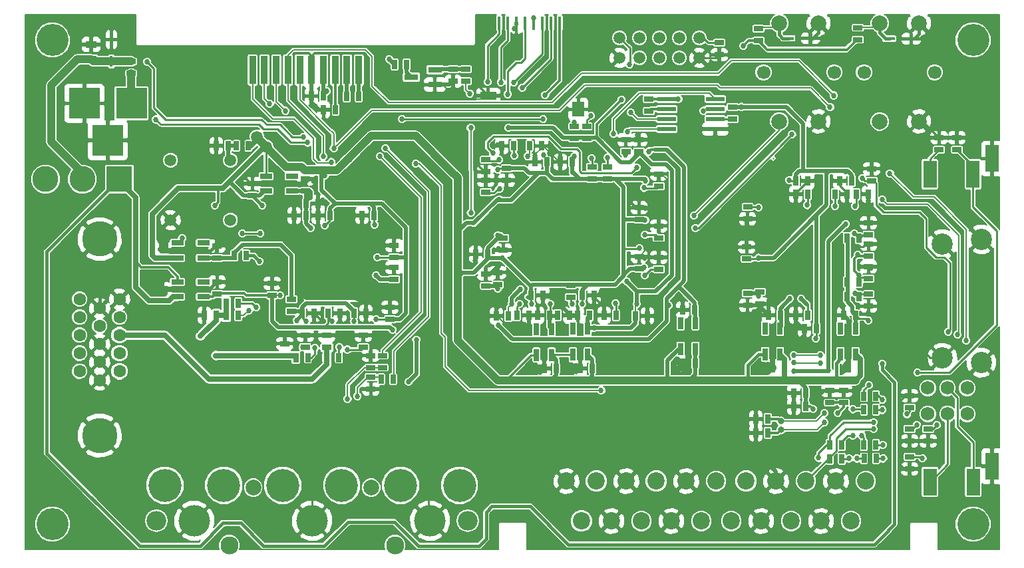
<source format=gbl>
G04 #@! TF.FileFunction,Copper,L2,Bot,Signal*
%FSLAX46Y46*%
G04 Gerber Fmt 4.6, Leading zero omitted, Abs format (unit mm)*
G04 Created by KiCad (PCBNEW 4.0.5+dfsg1-4) date Fri Apr 14 11:33:04 2017*
%MOMM*%
%LPD*%
G01*
G04 APERTURE LIST*
%ADD10C,0.150000*%
%ADD11C,1.506220*%
%ADD12C,4.064000*%
%ADD13C,1.500000*%
%ADD14R,1.560000X0.650000*%
%ADD15R,0.650000X1.560000*%
%ADD16R,1.500000X1.900000*%
%ADD17R,2.000000X1.000000*%
%ADD18R,0.400000X1.750000*%
%ADD19R,0.450000X1.400000*%
%ADD20C,1.600000*%
%ADD21C,4.500000*%
%ADD22R,1.800860X0.800100*%
%ADD23C,2.200000*%
%ADD24C,2.000000*%
%ADD25C,1.700000*%
%ADD26R,2.350000X0.600000*%
%ADD27C,2.300000*%
%ADD28C,4.200000*%
%ADD29C,4.000000*%
%ADD30O,2.500000X2.500000*%
%ADD31R,4.000000X4.000000*%
%ADD32R,1.397000X0.889000*%
%ADD33R,1.143000X0.635000*%
%ADD34R,0.635000X1.143000*%
%ADD35R,1.700000X3.500000*%
%ADD36R,3.300000X3.300000*%
%ADD37C,3.300000*%
%ADD38R,0.900000X3.600000*%
%ADD39R,1.400000X0.450000*%
%ADD40R,6.700000X6.700000*%
%ADD41C,0.690000*%
%ADD42R,6.200000X6.200000*%
%ADD43C,2.700000*%
%ADD44C,1.750000*%
%ADD45C,0.800000*%
%ADD46C,0.686000*%
%ADD47C,0.220000*%
%ADD48C,0.200000*%
%ADD49C,0.180000*%
%ADD50C,0.250000*%
%ADD51C,0.300000*%
%ADD52C,0.500000*%
%ADD53C,0.700000*%
%ADD54C,0.400000*%
%ADD55C,1.000000*%
%ADD56C,0.350000*%
%ADD57C,0.640000*%
G04 APERTURE END LIST*
D10*
D11*
X93480000Y-20320000D03*
X93480000Y-22860000D03*
X90940000Y-20320000D03*
X90940000Y-22860000D03*
X88400000Y-20320000D03*
X88400000Y-22860000D03*
X85860000Y-20320000D03*
X85860000Y-22860000D03*
X83320000Y-20320000D03*
X83320000Y-22860000D03*
D12*
X11130000Y-20600000D03*
X11130000Y-82200000D03*
X128300000Y-82200000D03*
X128300000Y-20600000D03*
D13*
X33804500Y-43509300D03*
X33804500Y-35889300D03*
X26184500Y-35889300D03*
X26184500Y-43509300D03*
D14*
X27052000Y-48320100D03*
X27052000Y-47370100D03*
X27052000Y-46420100D03*
X30352000Y-46420100D03*
X30352000Y-48320100D03*
X38336000Y-39812000D03*
X38336000Y-38862000D03*
X38336000Y-37912000D03*
X41636000Y-37912000D03*
X41636000Y-39812000D03*
D15*
X103743800Y-60603400D03*
X102793800Y-60603400D03*
X101843800Y-60603400D03*
X101843800Y-57303400D03*
X103743800Y-57303400D03*
X113340000Y-60603400D03*
X112390000Y-60603400D03*
X111440000Y-60603400D03*
X111440000Y-57303400D03*
X113340000Y-57303400D03*
D14*
X27052000Y-53274000D03*
X27052000Y-52324000D03*
X27052000Y-51374000D03*
X30352000Y-51374000D03*
X30352000Y-53274000D03*
D15*
X74650000Y-60674600D03*
X73700000Y-60674600D03*
X72750000Y-60674600D03*
X72750000Y-57374600D03*
X74650000Y-57374600D03*
X79256000Y-60652600D03*
X78306000Y-60652600D03*
X77356000Y-60652600D03*
X77356000Y-57352600D03*
X79256000Y-57352600D03*
X92984000Y-59928000D03*
X92034000Y-59928000D03*
X91084000Y-59928000D03*
X91084000Y-56628000D03*
X92984000Y-56628000D03*
D16*
X78088000Y-29405000D03*
D17*
X66588000Y-27655000D03*
D18*
X75688000Y-18430000D03*
X74588000Y-18430000D03*
X73488000Y-18430000D03*
X72388000Y-18430000D03*
X71288000Y-18430000D03*
X70188000Y-18430000D03*
X69088000Y-18430000D03*
X67988000Y-18430000D03*
D19*
X18654000Y-23315000D03*
X18654000Y-20515000D03*
D20*
X17155500Y-59295400D03*
X17155500Y-57005400D03*
X17155500Y-54715400D03*
X19695500Y-62735400D03*
X19695500Y-60445400D03*
X19695500Y-58155400D03*
X19695500Y-55865400D03*
X19695500Y-53575400D03*
X17155500Y-63875400D03*
X17155500Y-61585400D03*
X14615500Y-62735400D03*
X14615500Y-60445400D03*
X14615500Y-58155400D03*
X14615500Y-55865400D03*
X14615500Y-53575400D03*
D21*
X17155500Y-70915400D03*
X17155500Y-45915400D03*
D22*
X59817140Y-24367000D03*
X59817140Y-26267000D03*
X56814860Y-25317000D03*
D23*
X112754600Y-81821200D03*
X110849600Y-76741200D03*
X108944600Y-81821200D03*
X107039600Y-76741200D03*
X105134600Y-81821200D03*
X103229600Y-76741200D03*
X101324600Y-81821200D03*
X99419600Y-76741200D03*
X97514600Y-81821200D03*
X95609600Y-76741200D03*
X93704600Y-81821200D03*
X91799600Y-76741200D03*
X78464600Y-81821200D03*
X87989600Y-76741200D03*
X89894600Y-81821200D03*
X84179600Y-76741200D03*
X86084600Y-81821200D03*
X80369600Y-76741200D03*
X82274600Y-81821200D03*
X76559600Y-76741200D03*
X114659600Y-76741200D03*
D24*
X103631000Y-18450000D03*
X108631000Y-18450000D03*
X103631000Y-30950000D03*
X108631000Y-30950000D03*
D25*
X110631000Y-24700000D03*
X101631000Y-24700000D03*
D24*
X116418000Y-18450000D03*
X121418000Y-18450000D03*
X116418000Y-30950000D03*
X121418000Y-30950000D03*
D25*
X123418000Y-24700000D03*
X114418000Y-24700000D03*
D26*
X95490300Y-28104200D03*
X95490300Y-29374200D03*
X95490300Y-30644200D03*
X95490300Y-31914200D03*
X89290300Y-31914200D03*
X89290300Y-30644200D03*
X89290300Y-29374200D03*
X89290300Y-28104200D03*
D24*
X51696000Y-77576200D03*
X36696000Y-77576200D03*
D27*
X33662620Y-84920720D03*
X54729380Y-84920720D03*
D28*
X55446000Y-77276200D03*
X62946000Y-77276200D03*
X25446000Y-77276200D03*
X32946000Y-77276200D03*
D29*
X29196000Y-81776200D03*
X44196000Y-81776200D03*
X59196000Y-81776200D03*
D30*
X63996000Y-81776200D03*
X24396000Y-81776200D03*
D28*
X47946000Y-77276200D03*
X40446000Y-77276200D03*
D31*
X21202140Y-28649000D03*
X15202660Y-28649000D03*
X18202400Y-33348000D03*
D32*
X16071000Y-23058500D03*
X16071000Y-21153500D03*
D33*
X40688600Y-60743200D03*
X40688600Y-59219200D03*
X46060000Y-59700000D03*
X46060000Y-58176000D03*
D34*
X30480000Y-55626000D03*
X32004000Y-55626000D03*
D33*
X81788000Y-38252400D03*
X81788000Y-36728400D03*
X79806800Y-36728400D03*
X79806800Y-38252400D03*
X77089000Y-51790600D03*
X77089000Y-53314600D03*
X87043600Y-29628200D03*
X87043600Y-28104200D03*
X96000000Y-22462000D03*
X96000000Y-20938000D03*
X77567000Y-33111000D03*
X77567000Y-31587000D03*
X79116000Y-33111000D03*
X79116000Y-31587000D03*
X97686200Y-30618800D03*
X97686200Y-29094800D03*
D34*
X113438000Y-40200000D03*
X114962000Y-40200000D03*
D33*
X21184000Y-24841000D03*
X21184000Y-23317000D03*
X41564900Y-53593100D03*
X41564900Y-55117100D03*
D34*
X112230000Y-53221000D03*
X113754000Y-53221000D03*
X112227000Y-51407000D03*
X113751000Y-51407000D03*
X112235000Y-45811000D03*
X113759000Y-45811000D03*
X34572000Y-34046000D03*
X36096000Y-34046000D03*
D33*
X113629000Y-19004000D03*
X113629000Y-20528000D03*
X100988000Y-19157000D03*
X100988000Y-20681000D03*
D34*
X34300500Y-48017800D03*
X35824500Y-48017800D03*
D33*
X63749000Y-24315000D03*
X63749000Y-25839000D03*
X53142000Y-62271000D03*
X53142000Y-60747000D03*
D34*
X54483000Y-63764000D03*
X52959000Y-63764000D03*
D33*
X62133000Y-24323000D03*
X62133000Y-25847000D03*
D34*
X56232000Y-23694000D03*
X54708000Y-23694000D03*
D33*
X115410000Y-38482000D03*
X115410000Y-36958000D03*
D34*
X42111000Y-60997200D03*
X43635000Y-60997200D03*
X46073400Y-60997200D03*
X47597400Y-60997200D03*
X42926000Y-55372000D03*
X44450000Y-55372000D03*
X49530000Y-55372000D03*
X51054000Y-55372000D03*
X46228000Y-55372000D03*
X47752000Y-55372000D03*
D33*
X54102000Y-56134000D03*
X54102000Y-54610000D03*
D34*
X33274000Y-55626000D03*
X34798000Y-55626000D03*
X33274000Y-54102000D03*
X34798000Y-54102000D03*
D33*
X39116000Y-51562000D03*
X39116000Y-53086000D03*
X54610000Y-51054000D03*
X54610000Y-49530000D03*
X54610000Y-48260000D03*
X54610000Y-46736000D03*
D34*
X33490000Y-34046000D03*
X31966000Y-34046000D03*
X52070000Y-42926000D03*
X50546000Y-42926000D03*
X43434000Y-41402000D03*
X44958000Y-41402000D03*
X46482000Y-42926000D03*
X44958000Y-42926000D03*
X45659000Y-29444000D03*
X47183000Y-29444000D03*
X50137400Y-27761300D03*
X48613400Y-27761300D03*
D33*
X25296200Y-46824000D03*
X25296200Y-48348000D03*
X36593000Y-40401000D03*
X36593000Y-38877000D03*
X32065300Y-48309900D03*
X32065300Y-46785900D03*
X43365000Y-39807000D03*
X43365000Y-38283000D03*
X25187000Y-53777000D03*
X25187000Y-52253000D03*
X84115000Y-34773000D03*
X84115000Y-33249000D03*
D34*
X77262000Y-36100000D03*
X75738000Y-36100000D03*
X71838000Y-34061000D03*
X73362000Y-34061000D03*
X69863000Y-34064000D03*
X68339000Y-34064000D03*
D33*
X85786000Y-34768000D03*
X85786000Y-33244000D03*
D34*
X74062000Y-36100000D03*
X72538000Y-36100000D03*
D33*
X66300000Y-35838000D03*
X66300000Y-37362000D03*
X88300000Y-39162000D03*
X88300000Y-37638000D03*
X66300000Y-39962000D03*
X66300000Y-38438000D03*
X68524000Y-45796000D03*
X68524000Y-47320000D03*
X88300000Y-45762000D03*
X88300000Y-44238000D03*
D34*
X44117600Y-27710500D03*
X45641600Y-27710500D03*
D33*
X85800000Y-49662000D03*
X85800000Y-48138000D03*
X88300000Y-49762000D03*
X88300000Y-48238000D03*
X66300000Y-51862000D03*
X66300000Y-50338000D03*
D34*
X85338000Y-55700000D03*
X86862000Y-55700000D03*
X78538000Y-53100000D03*
X80062000Y-53100000D03*
X72038000Y-53100000D03*
X73562000Y-53100000D03*
X69162000Y-55700000D03*
X67638000Y-55700000D03*
X82850000Y-55621000D03*
X81326000Y-55621000D03*
X75457000Y-55625000D03*
X76981000Y-55625000D03*
X70238000Y-55630000D03*
X71762000Y-55630000D03*
X107262000Y-55600000D03*
X105738000Y-55600000D03*
X108362000Y-57300000D03*
X106838000Y-57300000D03*
D33*
X115000000Y-52938000D03*
X115000000Y-54462000D03*
X99600000Y-52838000D03*
X99600000Y-54362000D03*
X115000000Y-50962000D03*
X115000000Y-49438000D03*
X115000000Y-48062000D03*
X115000000Y-46538000D03*
X99500000Y-48462000D03*
X99500000Y-46938000D03*
X115000000Y-45362000D03*
X115000000Y-43838000D03*
X99600000Y-41838000D03*
X99600000Y-43362000D03*
D34*
X105738000Y-38500000D03*
X107262000Y-38500000D03*
X107262000Y-40200000D03*
X105738000Y-40200000D03*
X110738000Y-40200000D03*
X112262000Y-40200000D03*
X112862000Y-38500000D03*
X111338000Y-38500000D03*
X104323000Y-62316000D03*
X102799000Y-62316000D03*
X113929000Y-62311000D03*
X112405000Y-62311000D03*
X103762000Y-55600000D03*
X102238000Y-55600000D03*
X113320600Y-55600600D03*
X111796600Y-55600600D03*
X79859000Y-62395600D03*
X78335000Y-62395600D03*
X92964000Y-61696600D03*
X91440000Y-61696600D03*
X75230000Y-62390600D03*
X73706000Y-62390600D03*
D33*
X32105600Y-52908200D03*
X32105600Y-51384200D03*
D34*
X74447400Y-55630000D03*
X72923400Y-55630000D03*
X79522000Y-55625000D03*
X77998000Y-55625000D03*
X92862400Y-54914800D03*
X91338400Y-54914800D03*
D33*
X68935600Y-36931600D03*
X68935600Y-38455600D03*
X85800000Y-43462000D03*
X85800000Y-41938000D03*
X43312000Y-58167000D03*
X43312000Y-59691000D03*
X50703000Y-58177800D03*
X50703000Y-59701800D03*
X51656000Y-60747000D03*
X51656000Y-62271000D03*
X51664000Y-63482000D03*
X51664000Y-65006000D03*
X67807000Y-51694000D03*
X67807000Y-50170000D03*
D34*
X66553000Y-47859000D03*
X65029000Y-47859000D03*
X43429000Y-42896000D03*
X41905000Y-42896000D03*
D33*
X101150000Y-52642000D03*
X101150000Y-54166000D03*
D35*
X122806000Y-76830000D03*
X128306000Y-76830000D03*
X130706000Y-74830000D03*
D36*
X19666000Y-38298000D03*
D37*
X14966000Y-38298000D03*
X10266000Y-38298000D03*
D38*
X50126200Y-24406600D03*
X48626200Y-24406600D03*
X41126200Y-24406600D03*
X42626200Y-24406600D03*
X44126200Y-24406600D03*
X45626200Y-24406600D03*
X39626200Y-24406600D03*
X38126200Y-24406600D03*
X36626200Y-24406600D03*
X47126200Y-24406600D03*
D34*
X102182000Y-70580000D03*
X100658000Y-70580000D03*
X102172000Y-68840000D03*
X100648000Y-68840000D03*
D33*
X110070000Y-66752000D03*
X110070000Y-65228000D03*
X111820000Y-66752000D03*
X111820000Y-65228000D03*
D34*
X106982000Y-65510000D03*
X105458000Y-65510000D03*
X115932000Y-67630000D03*
X114408000Y-67630000D03*
X106982000Y-67240000D03*
X105458000Y-67240000D03*
X115932000Y-65910000D03*
X114408000Y-65910000D03*
X114418000Y-73860000D03*
X115942000Y-73860000D03*
X111592000Y-73880000D03*
X110068000Y-73880000D03*
X114408000Y-72120000D03*
X115932000Y-72120000D03*
X111582000Y-72120000D03*
X110058000Y-72120000D03*
D39*
X117640000Y-20422000D03*
X120440000Y-20422000D03*
X104808000Y-20368000D03*
X107608000Y-20368000D03*
D35*
X122798000Y-37676000D03*
X128298000Y-37676000D03*
X130698000Y-35676000D03*
D40*
X77300000Y-44700000D03*
D41*
X79850000Y-42150000D03*
X79850000Y-43000000D03*
X79850000Y-43850000D03*
X79850000Y-44700000D03*
X79850000Y-45550000D03*
X79850000Y-46400000D03*
X79850000Y-47250000D03*
X79000000Y-42150000D03*
X79000000Y-43000000D03*
X79000000Y-43850000D03*
X79000000Y-44700000D03*
X79000000Y-45550000D03*
X79000000Y-46400000D03*
X79000000Y-47250000D03*
X78150000Y-42150000D03*
X78150000Y-43000000D03*
X78150000Y-46400000D03*
X78150000Y-47250000D03*
X77300000Y-42150000D03*
X77300000Y-43000000D03*
X77300000Y-46400000D03*
X77300000Y-47250000D03*
X76450000Y-42150000D03*
X76450000Y-43000000D03*
X76450000Y-46400000D03*
X76450000Y-47250000D03*
X75600000Y-42150000D03*
X75600000Y-43000000D03*
X75600000Y-43850000D03*
X75600000Y-44700000D03*
X75600000Y-45550000D03*
X75600000Y-46400000D03*
X75600000Y-47250000D03*
X74750000Y-42150000D03*
X74750000Y-43000000D03*
X74750000Y-43850000D03*
X74750000Y-44700000D03*
X74750000Y-45550000D03*
X74750000Y-46400000D03*
X74750000Y-47250000D03*
D23*
X77300000Y-44700000D03*
D42*
X46736000Y-50292000D03*
D41*
X44336000Y-52692000D03*
X44336000Y-51892000D03*
X44336000Y-51092000D03*
X44336000Y-50292000D03*
X44336000Y-49492000D03*
X44336000Y-48692000D03*
X44336000Y-47892000D03*
X45136000Y-52692000D03*
X45136000Y-51892000D03*
X45136000Y-51092000D03*
X45136000Y-50292000D03*
X45136000Y-49492000D03*
X45136000Y-48692000D03*
X45136000Y-47892000D03*
X45936000Y-52692000D03*
X45936000Y-51892000D03*
X45936000Y-48692000D03*
X45936000Y-47892000D03*
X46736000Y-52692000D03*
X46736000Y-51892000D03*
X46736000Y-48692000D03*
X46736000Y-47892000D03*
X47536000Y-52692000D03*
X47536000Y-51892000D03*
X47536000Y-48692000D03*
X47536000Y-47892000D03*
X48336000Y-52692000D03*
X48336000Y-51892000D03*
X48336000Y-51092000D03*
X48336000Y-50292000D03*
X48336000Y-49492000D03*
X48336000Y-48692000D03*
X48336000Y-47892000D03*
X49136000Y-52692000D03*
X49136000Y-51892000D03*
X49136000Y-51092000D03*
X49136000Y-50292000D03*
X49136000Y-49492000D03*
X49136000Y-48692000D03*
X49136000Y-47892000D03*
D24*
X46736000Y-50292000D03*
D43*
X124400000Y-46550000D03*
X124400000Y-61050000D03*
X129350000Y-61650000D03*
X129350000Y-45950000D03*
D44*
X127540000Y-64870000D03*
X125040000Y-64870000D03*
X122540000Y-64870000D03*
X127540000Y-68170000D03*
X125040000Y-68170000D03*
X122540000Y-68170000D03*
D33*
X126250000Y-33038000D03*
X126250000Y-34562000D03*
X123970000Y-33028000D03*
X123970000Y-34552000D03*
X122580000Y-70108000D03*
X122580000Y-71632000D03*
X120210000Y-71632000D03*
X120210000Y-70108000D03*
X120240000Y-75172000D03*
X120240000Y-73648000D03*
X120200000Y-67362000D03*
X120200000Y-65838000D03*
D45*
X103861000Y-70197000D03*
X103861000Y-69097000D03*
D46*
X84323000Y-32288000D03*
X84732200Y-29806000D03*
X108848000Y-60705000D03*
X105453000Y-60701000D03*
X43617000Y-33642000D03*
X24312000Y-30690000D03*
X23205000Y-23348000D03*
X43043000Y-32918000D03*
X127430000Y-58850000D03*
X117714100Y-37557100D03*
X45599000Y-35400000D03*
X52818000Y-35391000D03*
X110562000Y-27638000D03*
X116710000Y-40910000D03*
X126320000Y-58080000D03*
X46943000Y-34376000D03*
X110094000Y-29135000D03*
X53534000Y-34370000D03*
X69098500Y-27469200D03*
X69847800Y-25996000D03*
X68209500Y-25945200D03*
X66507700Y-25932500D03*
X73848300Y-27570800D03*
X70901900Y-26681800D03*
X84590000Y-23679000D03*
X79665000Y-30246000D03*
X77541000Y-31105000D03*
X80061000Y-57252000D03*
X83576500Y-28167700D03*
X85428000Y-35326000D03*
X69187000Y-31768000D03*
X85496400Y-54178200D03*
X69596000Y-54152800D03*
X70700000Y-52300000D03*
X84200000Y-51300000D03*
X67200000Y-35000000D03*
X85500000Y-36800000D03*
X87046000Y-34757000D03*
X67900000Y-56900000D03*
X89535000Y-54356000D03*
X86556000Y-45389000D03*
X86517000Y-50546000D03*
X86403000Y-39400000D03*
X84087000Y-35223000D03*
X68021200Y-39522400D03*
X67843400Y-52197000D03*
X70586600Y-54178200D03*
X67995800Y-35839400D03*
X71595000Y-35377000D03*
X82804000Y-54102000D03*
X69900800Y-35306000D03*
X74498200Y-54152800D03*
X82516000Y-32537000D03*
X114971000Y-56319000D03*
X111090000Y-68070000D03*
X105471000Y-62728000D03*
X109899000Y-62678000D03*
X112100000Y-44000000D03*
X40117100Y-53097800D03*
X56460000Y-64108000D03*
X57440000Y-58720000D03*
X54432000Y-57465000D03*
X46736000Y-56388000D03*
X100968000Y-53185000D03*
X101000000Y-41900000D03*
X106400000Y-53500000D03*
X105000000Y-53500000D03*
X110700000Y-41700000D03*
X107200000Y-41600000D03*
X107930000Y-67540000D03*
X108306000Y-58560000D03*
D13*
X37165000Y-32898000D03*
X38353000Y-34188000D03*
D46*
X45819000Y-44196000D03*
X37826000Y-41651000D03*
X31814000Y-41628000D03*
X45811000Y-37856000D03*
X67843400Y-45440600D03*
X68377000Y-48296000D03*
X27634000Y-45815000D03*
X73607000Y-35245000D03*
X98826000Y-29083000D03*
X99065000Y-21336000D03*
X85839000Y-47092000D03*
X86407000Y-49511000D03*
X86558000Y-43510000D03*
X86624000Y-38476000D03*
X77553000Y-35406000D03*
X90790100Y-28104200D03*
X46073400Y-27113600D03*
X52486900Y-48246400D03*
X52118600Y-44080800D03*
X72400500Y-17800000D03*
X72110600Y-54178200D03*
X104900000Y-38400000D03*
X112100000Y-37300000D03*
X101000000Y-48300000D03*
X52324000Y-56134000D03*
X78587600Y-54178200D03*
X67843400Y-37084000D03*
X67995800Y-40894000D03*
X125140000Y-57710000D03*
X114180000Y-38160000D03*
X43979000Y-44493000D03*
X43939800Y-40651800D03*
X52324000Y-50546000D03*
X29982500Y-58279400D03*
X31938300Y-60743200D03*
X82700000Y-67772000D03*
X80193000Y-67788000D03*
X81481000Y-67780000D03*
X58527000Y-63383000D03*
X59329000Y-64267000D03*
X97050000Y-65190000D03*
X99060000Y-65200000D03*
X99120000Y-67790000D03*
X99110000Y-69830000D03*
X104020000Y-37680000D03*
X105000000Y-59880000D03*
X121700000Y-48210000D03*
X118510000Y-53040000D03*
X118550000Y-55450000D03*
X118800000Y-50200000D03*
X121710000Y-59920000D03*
X119250000Y-59910000D03*
X115250000Y-63330000D03*
X104230000Y-67260000D03*
X107980000Y-68440000D03*
X111700000Y-62840000D03*
X30770000Y-34854000D03*
X29581000Y-34785000D03*
X28590000Y-34069000D03*
X29604000Y-33581000D03*
X30777000Y-33581000D03*
X35448000Y-25542000D03*
X34214000Y-25489000D03*
X34221000Y-24270000D03*
X35410000Y-24277000D03*
X35425000Y-23111000D03*
X34267000Y-23119000D03*
X61276000Y-31913000D03*
X61128000Y-33673000D03*
X60190000Y-32781000D03*
X59265000Y-31993000D03*
X66385000Y-31608000D03*
X51458000Y-31486000D03*
X48997000Y-33658000D03*
X41628000Y-31593000D03*
X39811000Y-33296000D03*
X41457000Y-34770000D03*
X43480000Y-35565000D03*
X120564000Y-43632000D03*
X119421000Y-45027000D03*
X8896000Y-48748000D03*
X12960000Y-48971000D03*
X114996000Y-55321000D03*
X35330000Y-29051000D03*
X35425000Y-27912000D03*
X35448000Y-26754000D03*
X28404000Y-22974000D03*
X28404000Y-24014000D03*
X28404000Y-25055000D03*
X27958000Y-27203000D03*
X27973000Y-28354000D03*
X27935000Y-29535000D03*
X26784000Y-29535000D03*
X26830000Y-28316000D03*
X26815000Y-27219000D03*
X25611000Y-27249000D03*
X25618000Y-28377000D03*
X25634000Y-29451000D03*
X63307000Y-27793000D03*
X65232000Y-25156000D03*
X65263000Y-24216000D03*
X78326000Y-56982000D03*
X100995000Y-49408000D03*
X101006000Y-50724000D03*
X82612000Y-60590000D03*
X83588000Y-62534000D03*
X90700000Y-62800000D03*
X101796000Y-62454000D03*
X100696000Y-62555000D03*
X95429000Y-62602000D03*
X97738000Y-62591000D03*
X81747000Y-21069000D03*
X100405000Y-55195000D03*
X41910000Y-40894000D03*
X35673000Y-38119000D03*
X36629000Y-37212000D03*
X37650000Y-36176000D03*
X61468000Y-39690000D03*
X48707000Y-37490000D03*
X58548000Y-59066000D03*
X60484000Y-59135000D03*
X62553000Y-61200000D03*
X77175000Y-62690000D03*
X75590400Y-54127400D03*
X44318000Y-38546000D03*
X47254000Y-38877000D03*
X67871000Y-47130000D03*
X67900000Y-43900000D03*
X67900000Y-43000000D03*
X67900000Y-42200000D03*
X67986000Y-49256000D03*
X63848000Y-54441000D03*
X65048000Y-54521000D03*
X23912000Y-50307000D03*
X22814000Y-50300000D03*
X113881000Y-49400000D03*
X69469000Y-52177000D03*
X69545000Y-51064000D03*
X40930000Y-44242000D03*
X41443000Y-45441000D03*
X41737000Y-46518000D03*
X43698000Y-45659000D03*
X51984000Y-54254000D03*
X51979000Y-53167000D03*
X51979000Y-51887000D03*
X51064000Y-51308000D03*
X51069000Y-52578000D03*
X51054000Y-53828000D03*
X52227000Y-45659000D03*
X51333000Y-44831000D03*
X47630000Y-44836000D03*
X48875000Y-44826000D03*
X50135000Y-44811000D03*
X42603000Y-51907000D03*
X42596000Y-50764000D03*
X42634000Y-49507000D03*
X42657000Y-48402000D03*
X101000000Y-47000000D03*
X97978000Y-53969000D03*
X30053000Y-60371000D03*
X28651000Y-66081000D03*
X37810000Y-74280000D03*
X45263000Y-74737000D03*
X34138000Y-70744000D03*
X25136000Y-61549000D03*
X27757000Y-58278000D03*
X59036000Y-75175000D03*
X56693000Y-66271000D03*
X57390000Y-68854000D03*
X58994000Y-71803000D03*
X88440000Y-32771000D03*
X57328000Y-43404000D03*
X57226000Y-50018000D03*
X40523000Y-38908000D03*
X85288000Y-25471000D03*
X82977000Y-25552000D03*
X80691000Y-35342000D03*
X78895000Y-35237000D03*
X108265000Y-41567000D03*
X32690000Y-46036000D03*
X77038000Y-21199000D03*
X76901000Y-18600000D03*
X69947000Y-19116000D03*
X66203000Y-20081000D03*
X111115000Y-54258000D03*
X86591000Y-37404000D03*
X86346000Y-46318000D03*
X84696000Y-44818000D03*
X86479000Y-48360000D03*
X86567000Y-41960000D03*
X84673000Y-41214000D03*
X42365000Y-44753900D03*
X42352300Y-44753900D03*
X42669800Y-47217700D03*
X42707900Y-45909600D03*
X70584400Y-22363800D03*
X45527300Y-40982000D03*
X114983600Y-41083600D03*
X40167900Y-51688100D03*
X53134600Y-46709700D03*
X50556500Y-44030000D03*
X42034800Y-59600200D03*
X85568000Y-32634000D03*
X75700000Y-52500000D03*
X72572000Y-35329000D03*
X67843400Y-38404800D03*
X64947800Y-45643800D03*
X64947800Y-48691800D03*
X113131600Y-46913800D03*
X68300600Y-54178200D03*
X73533000Y-54178200D03*
X81584800Y-54102000D03*
X92303600Y-52044600D03*
X92329000Y-49098200D03*
X92329000Y-50825400D03*
X89916000Y-56946800D03*
X105800000Y-41600000D03*
X112300000Y-41700000D03*
X86500000Y-51500000D03*
X76400000Y-48900000D03*
X74400000Y-48900000D03*
X82400000Y-46800000D03*
X82400000Y-48600000D03*
X80300000Y-48900000D03*
X78400000Y-48900000D03*
X82400000Y-44800000D03*
X82400000Y-42900000D03*
X68707000Y-40208200D03*
X71170800Y-56845200D03*
X97960000Y-44900000D03*
X105800000Y-54300000D03*
X112200000Y-42700000D03*
X109700000Y-44000000D03*
X105900000Y-43800000D03*
X104700000Y-41800000D03*
X103600000Y-41800000D03*
X103600000Y-46000000D03*
X103600000Y-49400000D03*
X75700000Y-37500000D03*
X65000000Y-34000000D03*
X70800000Y-38500000D03*
X72100000Y-48600000D03*
X72100000Y-46700000D03*
X72100000Y-50800000D03*
X73450000Y-50800000D03*
X74950000Y-50800000D03*
X76500000Y-50800000D03*
X78050000Y-50800000D03*
X79450000Y-50800000D03*
X80750000Y-50800000D03*
X81950000Y-50850000D03*
X82400000Y-41200000D03*
X78816200Y-39801800D03*
X81000000Y-39800000D03*
X77400000Y-39800000D03*
X73400000Y-39800000D03*
X75400000Y-39800000D03*
X72100000Y-44800000D03*
X72100000Y-42700000D03*
X72100000Y-40900000D03*
X83900000Y-52500000D03*
X82900000Y-52500000D03*
X82000000Y-52500000D03*
X81050000Y-52500000D03*
X74800000Y-52500000D03*
X67300000Y-34100000D03*
X86900000Y-56700000D03*
X51054000Y-56388000D03*
X47752000Y-56388000D03*
X45466000Y-56388000D03*
X52324000Y-49276000D03*
X52324000Y-55118000D03*
X75735000Y-35437000D03*
X86681000Y-44463000D03*
X44543000Y-59767000D03*
X47673600Y-59651000D03*
X36118800Y-54991000D03*
X37084000Y-54610000D03*
X113258600Y-52806600D03*
X113645000Y-47926000D03*
X113741200Y-50571400D03*
X113184000Y-45236000D03*
X81788000Y-35557000D03*
X113300000Y-41700000D03*
X55649200Y-30644200D03*
X73590000Y-30644000D03*
X79756000Y-35610800D03*
X77292200Y-54152800D03*
X93965100Y-29590100D03*
X43000000Y-59701800D03*
X48664200Y-59981200D03*
X35306000Y-45212000D03*
X37592000Y-45212000D03*
X40810000Y-29590100D03*
X38796300Y-28713800D03*
X105263000Y-32598000D03*
X92964000Y-44521000D03*
X92774000Y-42931000D03*
X37479000Y-48745000D03*
X49530000Y-56388000D03*
X42225300Y-56260100D03*
X43434000Y-56388000D03*
X48706000Y-66277000D03*
X49957000Y-65908000D03*
X108833000Y-61692000D03*
X105456000Y-61628000D03*
X57371000Y-36332000D03*
X80970000Y-65197000D03*
X46608000Y-36111000D03*
X53972000Y-23020000D03*
X64262000Y-27402000D03*
X64378000Y-31758000D03*
X64381000Y-42577000D03*
X116710000Y-61790000D03*
X109385000Y-69243000D03*
X109377000Y-68077000D03*
X121860000Y-73850000D03*
X116860000Y-73860000D03*
X112980000Y-67590000D03*
X121120000Y-69580000D03*
X115640000Y-70090000D03*
X123660000Y-69620000D03*
X116800000Y-72120000D03*
X115020000Y-64520000D03*
X108650000Y-73770000D03*
X119900000Y-68190000D03*
X115640000Y-69240000D03*
X113510000Y-73860000D03*
X116760000Y-67680000D03*
X112510000Y-73860000D03*
X114110000Y-70920000D03*
X116760000Y-66400000D03*
X121210000Y-62910000D03*
X113000000Y-70920000D03*
D47*
X102884000Y-35622000D02*
X102884000Y-35624000D01*
X102884000Y-35622000D02*
X102851500Y-35654500D01*
D48*
X84676000Y-31935000D02*
X88872400Y-31935000D01*
X84323000Y-32288000D02*
X84676000Y-31935000D01*
D49*
X84732200Y-29806000D02*
X84744900Y-29806000D01*
X85583100Y-30644200D02*
X89290300Y-30644200D01*
X84744900Y-29806000D02*
X85583100Y-30644200D01*
D48*
X84732200Y-29806000D02*
X84771900Y-29806000D01*
X84732200Y-29806000D02*
X84751200Y-29825000D01*
D49*
X105457000Y-60705000D02*
X108848000Y-60705000D01*
X105453000Y-60701000D02*
X105457000Y-60705000D01*
D47*
X43617000Y-33642000D02*
X41445000Y-33642000D01*
X41445000Y-33642000D02*
X39746000Y-31943000D01*
X39746000Y-31943000D02*
X38017000Y-31943000D01*
X38017000Y-31943000D02*
X37430000Y-31356000D01*
X37430000Y-31356000D02*
X24978000Y-31356000D01*
X24978000Y-31356000D02*
X24312000Y-30690000D01*
X24059000Y-24202000D02*
X23205000Y-23348000D01*
X24059000Y-29225000D02*
X24059000Y-24202000D01*
X25535000Y-30701000D02*
X24059000Y-29225000D01*
X37753000Y-30701000D02*
X25535000Y-30701000D01*
X38404000Y-31352000D02*
X37753000Y-30701000D01*
X40096000Y-31352000D02*
X38404000Y-31352000D01*
X41662000Y-32918000D02*
X40096000Y-31352000D01*
X43043000Y-32918000D02*
X41662000Y-32918000D01*
D49*
X123330000Y-40570000D02*
X127450000Y-44690000D01*
X127450000Y-44690000D02*
X127450000Y-58230000D01*
X123330000Y-40570000D02*
X123170000Y-40570000D01*
X127450000Y-58830000D02*
X127450000Y-58230000D01*
X127430000Y-58850000D02*
X127450000Y-58830000D01*
X117714100Y-37557100D02*
X120727000Y-40570000D01*
X120727000Y-40570000D02*
X123170000Y-40570000D01*
X123170000Y-40570000D02*
X123170000Y-40570000D01*
X45614500Y-35384500D02*
X45614500Y-32762500D01*
X45599000Y-35400000D02*
X45614500Y-35384500D01*
X41126200Y-22490800D02*
X41126200Y-24106600D01*
X41793000Y-21824000D02*
X41126200Y-22490800D01*
X50986000Y-21824000D02*
X41793000Y-21824000D01*
X51831000Y-22669000D02*
X50986000Y-21824000D01*
X51831000Y-23513000D02*
X51831000Y-22669000D01*
X51831000Y-23513000D02*
X51831000Y-23515000D01*
X56909000Y-28541000D02*
X53916000Y-28541000D01*
X51831000Y-26456000D02*
X51831000Y-23513000D01*
X53916000Y-28541000D02*
X51831000Y-26456000D01*
X41126200Y-24906600D02*
X41126200Y-28274200D01*
X41126200Y-28274200D02*
X45614500Y-32762500D01*
D48*
X53142000Y-60747000D02*
X53142000Y-60112000D01*
X53274000Y-59980000D02*
X58034000Y-55220000D01*
X58034000Y-55220000D02*
X58034000Y-41605000D01*
X53142000Y-60112000D02*
X53274000Y-59980000D01*
D49*
X58725000Y-28541000D02*
X56909000Y-28541000D01*
X56909000Y-28541000D02*
X56902000Y-28541000D01*
X41126200Y-23247800D02*
X41126200Y-24906600D01*
D48*
X58034000Y-41605000D02*
X58034000Y-40607000D01*
X58034000Y-40607000D02*
X52818000Y-35391000D01*
X58034000Y-41605000D02*
X58034000Y-41525000D01*
D49*
X74763000Y-28541000D02*
X58725000Y-28541000D01*
X58725000Y-28541000D02*
X58681000Y-28541000D01*
X78463000Y-24841000D02*
X74763000Y-28541000D01*
X95905000Y-24841000D02*
X78463000Y-24841000D01*
X97553000Y-23193000D02*
X95905000Y-24841000D01*
X106117000Y-23193000D02*
X97553000Y-23193000D01*
X110562000Y-27638000D02*
X106117000Y-23193000D01*
X41126750Y-24907150D02*
X41126200Y-24906600D01*
X126470000Y-57570000D02*
X126470000Y-45460000D01*
X126470000Y-45460000D02*
X122520000Y-41510000D01*
X122520000Y-41510000D02*
X117310000Y-41510000D01*
X117310000Y-41510000D02*
X116710000Y-40910000D01*
X126470000Y-57730000D02*
X126470000Y-57570000D01*
X126470000Y-57930000D02*
X126470000Y-57730000D01*
X126320000Y-58080000D02*
X126470000Y-57930000D01*
X46943000Y-34376000D02*
X46943000Y-32531000D01*
X42626200Y-28214200D02*
X42626200Y-24906600D01*
X42626200Y-28214200D02*
X46124000Y-31712000D01*
X46943000Y-32531000D02*
X46124000Y-31712000D01*
X47285900Y-34035100D02*
X47283900Y-34035100D01*
X47283900Y-34035100D02*
X46943000Y-34376000D01*
D48*
X54613000Y-63634000D02*
X54613000Y-60150000D01*
X59009000Y-55754000D02*
X59009000Y-40183000D01*
X54613000Y-60150000D02*
X59009000Y-55754000D01*
X54613000Y-63634000D02*
X54483000Y-63764000D01*
D49*
X57802000Y-29547000D02*
X51774000Y-29547000D01*
X110094000Y-29135000D02*
X107659000Y-26700000D01*
X107659000Y-26700000D02*
X96113000Y-26700000D01*
X96113000Y-26700000D02*
X95736000Y-26323000D01*
X95736000Y-26323000D02*
X78914000Y-26323000D01*
X78914000Y-26323000D02*
X75690000Y-29547000D01*
X75690000Y-29547000D02*
X57802000Y-29547000D01*
X51774000Y-29547000D02*
X47285900Y-34035100D01*
D48*
X59009000Y-39845000D02*
X53534000Y-34370000D01*
X59009000Y-40183000D02*
X59009000Y-39845000D01*
X59009000Y-40183000D02*
X59009000Y-40198000D01*
D47*
X71288000Y-22917500D02*
X71288000Y-18430000D01*
X70749500Y-23456000D02*
X71288000Y-22917500D01*
X70178000Y-23456000D02*
X70749500Y-23456000D01*
X69098500Y-24535500D02*
X70178000Y-23456000D01*
X69098500Y-27469200D02*
X69098500Y-24535500D01*
X73488000Y-18430000D02*
X73488000Y-22355800D01*
X73488000Y-22355800D02*
X69847800Y-25996000D01*
D50*
X69088000Y-18430000D02*
X69088000Y-20647100D01*
X69088000Y-20647100D02*
X68209500Y-21525600D01*
X68209500Y-21525600D02*
X68209500Y-25945200D01*
X67988000Y-18430000D02*
X67988000Y-19816700D01*
X66507700Y-21297000D02*
X66507700Y-25932500D01*
X67988000Y-19816700D02*
X66507700Y-21297000D01*
D51*
X75688000Y-18430000D02*
X75688000Y-25731100D01*
X75688000Y-25731100D02*
X73848300Y-27570800D01*
D50*
X74588000Y-18430000D02*
X74588000Y-22995700D01*
X74588000Y-22995700D02*
X70901900Y-26681800D01*
D47*
X96000000Y-20938000D02*
X94598000Y-20938000D01*
X94598000Y-20938000D02*
X93980000Y-20320000D01*
X84612000Y-21612000D02*
X83320000Y-20320000D01*
X84612000Y-23657000D02*
X84612000Y-21612000D01*
X84590000Y-23679000D02*
X84612000Y-23657000D01*
D50*
X79116000Y-31587000D02*
X79116000Y-30795000D01*
X79116000Y-30795000D02*
X79665000Y-30246000D01*
X77567000Y-31587000D02*
X77567000Y-31131000D01*
X77567000Y-31131000D02*
X77541000Y-31105000D01*
D52*
X80061000Y-57252000D02*
X79356600Y-57252000D01*
X80279000Y-57259400D02*
X80244400Y-57259400D01*
X80279000Y-57259400D02*
X79945000Y-57259400D01*
D50*
X79945000Y-57259400D02*
X79945000Y-57280000D01*
X79945000Y-57280000D02*
X79945000Y-57259400D01*
X79945000Y-57280000D02*
X79945000Y-57259400D01*
X80053600Y-57259400D02*
X79945000Y-57259400D01*
X80061000Y-57252000D02*
X80053600Y-57259400D01*
D52*
X79356600Y-57252000D02*
X79256000Y-57352600D01*
X79256000Y-57352600D02*
X79256000Y-55961000D01*
X79256000Y-55961000D02*
X79522000Y-55695000D01*
X84740600Y-57259400D02*
X80279000Y-57259400D01*
D50*
X79116000Y-33111000D02*
X80291000Y-33111000D01*
X80291000Y-33111000D02*
X80369000Y-33033000D01*
X77567000Y-33111000D02*
X79116000Y-33111000D01*
D51*
X80384650Y-33048650D02*
X80384650Y-31359550D01*
X80384650Y-31359550D02*
X83576500Y-28167700D01*
D50*
X85428000Y-35326000D02*
X85786000Y-34968000D01*
X85786000Y-34968000D02*
X85786000Y-34768000D01*
D52*
X85786000Y-34768000D02*
X85786000Y-35033000D01*
X85786000Y-35033000D02*
X84654000Y-36165000D01*
X84654000Y-36165000D02*
X83501000Y-36165000D01*
X83501000Y-36165000D02*
X80384650Y-33048650D01*
X80384650Y-33048650D02*
X80369000Y-33033000D01*
X80369000Y-33033000D02*
X76135000Y-33033000D01*
X74874000Y-31772000D02*
X69187000Y-31768000D01*
X76135000Y-33033000D02*
X74874000Y-31772000D01*
X86447500Y-35447500D02*
X86447500Y-35429500D01*
X86447500Y-35429500D02*
X85786000Y-34768000D01*
D48*
X69162000Y-54787800D02*
X69162000Y-54586800D01*
X69162000Y-54586800D02*
X69596000Y-54152800D01*
X69162000Y-54738000D02*
X69162000Y-54787800D01*
X69162000Y-54787800D02*
X69162000Y-55700000D01*
D52*
X84740600Y-57259400D02*
X85338000Y-56662000D01*
X85338000Y-55700000D02*
X85338000Y-56662000D01*
D48*
X85334400Y-54340200D02*
X85338000Y-55700000D01*
D52*
X69596000Y-54152800D02*
X69600000Y-53400000D01*
X69600000Y-53400000D02*
X70700000Y-52300000D01*
X85500000Y-52600000D02*
X84200000Y-51300000D01*
X87900000Y-52600000D02*
X85500000Y-52600000D01*
X85500000Y-52600000D02*
X85496400Y-54178200D01*
D48*
X85496400Y-54178200D02*
X85334400Y-54340200D01*
D52*
X86400000Y-35400000D02*
X86447500Y-35447500D01*
X86447500Y-35447500D02*
X87400000Y-36400000D01*
X87400000Y-36400000D02*
X89200000Y-36400000D01*
X89200000Y-36400000D02*
X90000000Y-37200000D01*
X90000000Y-37200000D02*
X90000000Y-50500000D01*
X90000000Y-50500000D02*
X87900000Y-52600000D01*
X87041000Y-58628000D02*
X89281000Y-56388000D01*
X86944000Y-58628000D02*
X87041000Y-58628000D01*
X86944000Y-58628000D02*
X79103000Y-58628000D01*
X86951000Y-58628000D02*
X86944000Y-58628000D01*
X79103000Y-58628000D02*
X79083600Y-58628000D01*
D50*
X78232000Y-35841000D02*
X78232000Y-34816000D01*
X78232000Y-34816000D02*
X77893000Y-34477000D01*
X77893000Y-34477000D02*
X75877000Y-34477000D01*
X66500000Y-33637000D02*
X66500000Y-34300000D01*
X66500000Y-34300000D02*
X67200000Y-35000000D01*
X75650000Y-34250000D02*
X74255000Y-32855000D01*
X74255000Y-32855000D02*
X67282000Y-32855000D01*
X67282000Y-32855000D02*
X66500000Y-33637000D01*
X75877000Y-34477000D02*
X75650000Y-34250000D01*
X84795200Y-37504800D02*
X85500000Y-36800000D01*
X78232000Y-37232000D02*
X78232000Y-35841000D01*
X78232000Y-35841000D02*
X78232000Y-35825000D01*
X78504800Y-37504800D02*
X78232000Y-37232000D01*
X84795200Y-37504800D02*
X78504800Y-37504800D01*
D51*
X87889000Y-34646000D02*
X87889000Y-34500000D01*
X87743000Y-34500000D02*
X87889000Y-34646000D01*
X87303000Y-34500000D02*
X87743000Y-34500000D01*
X87046000Y-34757000D02*
X87303000Y-34500000D01*
D52*
X92862400Y-54000400D02*
X90800574Y-51938574D01*
X92862400Y-54914800D02*
X92862400Y-54000400D01*
X90800574Y-51938574D02*
X89281000Y-53543200D01*
X89300000Y-34500000D02*
X87889000Y-34500000D01*
X89300000Y-34500000D02*
X91500000Y-36700000D01*
X91500000Y-36700000D02*
X91500000Y-51200000D01*
X91500000Y-51200000D02*
X90800574Y-51938574D01*
X87889000Y-34500000D02*
X87800000Y-34500000D01*
X92986500Y-57008000D02*
X92986500Y-55424500D01*
X92986500Y-55424500D02*
X92812000Y-55250000D01*
X67900000Y-56900000D02*
X69628000Y-58628000D01*
X89281000Y-53543200D02*
X89281000Y-54330600D01*
X89281000Y-56388000D02*
X89281000Y-54330600D01*
X89509600Y-54330600D02*
X89281000Y-54330600D01*
X89535000Y-54356000D02*
X89509600Y-54330600D01*
X69628000Y-58628000D02*
X79103000Y-58628000D01*
X66300000Y-51862000D02*
X67639000Y-51862000D01*
X67639000Y-51862000D02*
X67807000Y-51694000D01*
X74447400Y-55700000D02*
X75452000Y-55700000D01*
X75452000Y-55700000D02*
X75457000Y-55695000D01*
X74447400Y-57175400D02*
X74447400Y-55714600D01*
X74447400Y-55714600D02*
X74462000Y-55700000D01*
D50*
X87911000Y-45373000D02*
X88300000Y-45762000D01*
X86572000Y-45373000D02*
X87911000Y-45373000D01*
X86556000Y-45389000D02*
X86572000Y-45373000D01*
X87301000Y-49762000D02*
X88300000Y-49762000D01*
X86517000Y-50546000D02*
X87301000Y-49762000D01*
X88036000Y-39426000D02*
X86429000Y-39426000D01*
X86429000Y-39426000D02*
X86403000Y-39400000D01*
X88036000Y-39426000D02*
X88300000Y-39162000D01*
X84115000Y-35195000D02*
X84115000Y-34773000D01*
X84087000Y-35223000D02*
X84115000Y-35195000D01*
X67691000Y-39709000D02*
X67707600Y-39709000D01*
X67894200Y-39522400D02*
X68021200Y-39522400D01*
X67707600Y-39709000D02*
X67894200Y-39522400D01*
X67362000Y-51862000D02*
X67508400Y-51862000D01*
X67508400Y-51862000D02*
X67843400Y-52197000D01*
X66300000Y-51862000D02*
X67362000Y-51862000D01*
X70238000Y-54635400D02*
X70238000Y-54526800D01*
X70238000Y-54526800D02*
X70586600Y-54178200D01*
X70238000Y-54662000D02*
X70238000Y-54635400D01*
X70238000Y-54635400D02*
X70238000Y-55700000D01*
X67338000Y-35938000D02*
X67897200Y-35938000D01*
X66300000Y-35938000D02*
X67338000Y-35938000D01*
X67897200Y-35938000D02*
X67995800Y-35839400D01*
D48*
X71595000Y-35377000D02*
X71833000Y-35139000D01*
D50*
X82804000Y-54102000D02*
X82866000Y-54164000D01*
X69900800Y-35306000D02*
X69862800Y-35268000D01*
X74498200Y-54152800D02*
X74460200Y-54190800D01*
X67700000Y-39700000D02*
X67691000Y-39709000D01*
X67691000Y-39709000D02*
X67338000Y-40062000D01*
X69862800Y-35268000D02*
X69862000Y-33700000D01*
D48*
X71833000Y-35139000D02*
X71838000Y-33700000D01*
D50*
X82866000Y-54164000D02*
X82862000Y-55700000D01*
X74460200Y-54190800D02*
X74462000Y-55700000D01*
X74462000Y-57700000D02*
X74462000Y-55700000D01*
X67338000Y-40062000D02*
X66300000Y-40062000D01*
D49*
X82513000Y-30834700D02*
X82513000Y-30640900D01*
X82513000Y-30640900D02*
X85828900Y-27325000D01*
X94711100Y-27325000D02*
X95490300Y-28104200D01*
X85828900Y-27325000D02*
X94711100Y-27325000D01*
X82513000Y-32534000D02*
X82513000Y-30834700D01*
X82513000Y-30834700D02*
X82513000Y-30895000D01*
X82513000Y-30895000D02*
X82513000Y-30861000D01*
X82513000Y-30861000D02*
X82513000Y-30804000D01*
X82516000Y-32537000D02*
X82513000Y-32534000D01*
D50*
X114686000Y-56034000D02*
X113754000Y-56034000D01*
X114971000Y-56319000D02*
X114686000Y-56034000D01*
X113757000Y-56037000D02*
X113754000Y-56034000D01*
X113754000Y-56034000D02*
X113320600Y-55600600D01*
D51*
X112227000Y-51407000D02*
X112227000Y-53218000D01*
X112227000Y-53218000D02*
X112230000Y-53221000D01*
D52*
X112300000Y-46100000D02*
X112300000Y-48700000D01*
X112300000Y-48700000D02*
X112300000Y-51600000D01*
X112300000Y-51600000D02*
X112300000Y-53900000D01*
X112928400Y-55208400D02*
X113320600Y-55600600D01*
X112928400Y-54528400D02*
X112928400Y-55208400D01*
X112300000Y-53900000D02*
X112928400Y-54528400D01*
X113340000Y-57303400D02*
X113340000Y-55620000D01*
X113340000Y-55620000D02*
X113320600Y-55600600D01*
D51*
X111820000Y-66752000D02*
X110070000Y-66752000D01*
X111820000Y-67340000D02*
X111820000Y-66752000D01*
X111090000Y-68070000D02*
X111820000Y-67340000D01*
D52*
X109900000Y-62728000D02*
X105471000Y-62728000D01*
X109900000Y-60156000D02*
X109900000Y-62728000D01*
X109900000Y-62728000D02*
X109900000Y-62677000D01*
X109900000Y-62677000D02*
X109899000Y-62678000D01*
X112100000Y-44000000D02*
X109900000Y-46200000D01*
X109900000Y-46200000D02*
X109900000Y-60156000D01*
X109900000Y-60156000D02*
X109900000Y-60200000D01*
D48*
X40105300Y-53086000D02*
X39116000Y-53086000D01*
X40117100Y-53097800D02*
X40105300Y-53086000D01*
D52*
X54112000Y-57150000D02*
X54117000Y-57150000D01*
X57470000Y-63098000D02*
X56460000Y-64108000D01*
X57470000Y-58750000D02*
X57470000Y-63098000D01*
X57440000Y-58720000D02*
X57470000Y-58750000D01*
X54117000Y-57150000D02*
X54432000Y-57465000D01*
X45720000Y-57150000D02*
X53203000Y-57150000D01*
X53203000Y-57150000D02*
X53771800Y-57150000D01*
X53771800Y-57150000D02*
X54112000Y-57150000D01*
X54112000Y-57150000D02*
X54050000Y-57150000D01*
D51*
X39116000Y-53086000D02*
X35814000Y-53086000D01*
X35814000Y-53086000D02*
X35560000Y-52832000D01*
X35560000Y-52832000D02*
X32004000Y-52832000D01*
X31559500Y-53276500D02*
X29972000Y-53276500D01*
X32004000Y-52832000D02*
X31559500Y-53276500D01*
D50*
X46228000Y-55372000D02*
X46228000Y-56642000D01*
D52*
X39116000Y-56388000D02*
X39116000Y-53086000D01*
X45720000Y-57150000D02*
X39878000Y-57150000D01*
X39878000Y-57150000D02*
X39116000Y-56388000D01*
D50*
X46736000Y-56388000D02*
X46228000Y-55880000D01*
X46228000Y-55880000D02*
X46228000Y-55372000D01*
X46228000Y-56642000D02*
X45720000Y-57150000D01*
D52*
X100621000Y-52838000D02*
X99600000Y-52838000D01*
D50*
X100968000Y-53185000D02*
X100621000Y-52838000D01*
D52*
X103762000Y-55600000D02*
X103762000Y-54738000D01*
X106400000Y-53500000D02*
X107200000Y-54300000D01*
X103762000Y-54738000D02*
X105000000Y-53500000D01*
X103852500Y-57030000D02*
X103852500Y-55690500D01*
X103852500Y-55690500D02*
X103762000Y-55600000D01*
D50*
X110738000Y-41662000D02*
X110738000Y-40200000D01*
X110700000Y-41700000D02*
X110738000Y-41662000D01*
X107262000Y-41538000D02*
X107262000Y-40200000D01*
X107200000Y-41600000D02*
X107262000Y-41538000D01*
X100938000Y-41838000D02*
X99600000Y-41838000D01*
X101000000Y-41900000D02*
X100938000Y-41838000D01*
X107262000Y-54362000D02*
X107262000Y-55600000D01*
X107200000Y-54300000D02*
X107262000Y-54362000D01*
D51*
X107630000Y-67240000D02*
X106982000Y-67240000D01*
X107930000Y-67540000D02*
X107630000Y-67240000D01*
D52*
X106982000Y-65510000D02*
X106982000Y-64832000D01*
X106982000Y-64832000D02*
X106056400Y-63906400D01*
X106982000Y-65510000D02*
X106982000Y-67240000D01*
D53*
X113929000Y-62311000D02*
X113929000Y-63309400D01*
X113929000Y-62311000D02*
X113929000Y-61192400D01*
X113929000Y-61192400D02*
X113340000Y-60603400D01*
D54*
X111440000Y-60603400D02*
X111440000Y-61161000D01*
X111440000Y-61161000D02*
X110924000Y-61677000D01*
X110924000Y-61677000D02*
X110924000Y-63906400D01*
D47*
X108306000Y-58560000D02*
X108368000Y-58498000D01*
X108368000Y-58498000D02*
X108362000Y-57300000D01*
D55*
X37165000Y-32898000D02*
X38353000Y-34086000D01*
X38524000Y-34359000D02*
X38628000Y-34463000D01*
X38353000Y-34188000D02*
X38524000Y-34359000D01*
X38110000Y-33843000D02*
X38110000Y-33945000D01*
X37163000Y-32896000D02*
X38110000Y-33843000D01*
D52*
X112862000Y-38500000D02*
X112862000Y-37762000D01*
X112862000Y-37762000D02*
X112775000Y-37675000D01*
X66553000Y-47859000D02*
X66553000Y-47066000D01*
X67823000Y-45796000D02*
X68524000Y-45796000D01*
X66553000Y-47066000D02*
X67823000Y-45796000D01*
X68377000Y-48296000D02*
X66654000Y-48296000D01*
X63292000Y-50216000D02*
X62733000Y-50775000D01*
X64580000Y-50216000D02*
X64734000Y-50216000D01*
X66396000Y-48554000D02*
X64734000Y-50216000D01*
X64580000Y-50216000D02*
X63292000Y-50216000D01*
X66654000Y-48296000D02*
X66396000Y-48554000D01*
D50*
X46482000Y-43533000D02*
X46482000Y-42926000D01*
X45819000Y-44196000D02*
X46482000Y-43533000D01*
D54*
X37826000Y-41651000D02*
X36593000Y-40418000D01*
X36593000Y-40418000D02*
X36593000Y-40401000D01*
D52*
X64790000Y-43882000D02*
X63829000Y-43882000D01*
X63829000Y-43882000D02*
X62733000Y-44978000D01*
X67996000Y-40894000D02*
X67778000Y-40894000D01*
X67778000Y-40894000D02*
X64790000Y-43882000D01*
X64790000Y-43882000D02*
X64712000Y-43960000D01*
D50*
X38336000Y-37912000D02*
X38336000Y-34755000D01*
X38336000Y-34755000D02*
X38628000Y-34463000D01*
D52*
X36593000Y-40401000D02*
X35441000Y-40401000D01*
X35441000Y-40401000D02*
X33661500Y-38621500D01*
X38336000Y-39812000D02*
X38117000Y-39812000D01*
X38117000Y-39812000D02*
X37528000Y-40401000D01*
X37528000Y-40401000D02*
X36593000Y-40401000D01*
D55*
X62733000Y-49258000D02*
X62733000Y-44978000D01*
X62733000Y-44978000D02*
X62733000Y-43960000D01*
X51714000Y-32777000D02*
X48825500Y-35665500D01*
X51714000Y-32777000D02*
X57390000Y-32777000D01*
X57390000Y-32777000D02*
X61829000Y-37216000D01*
X62733000Y-38120000D02*
X61829000Y-37216000D01*
X62733000Y-43960000D02*
X62733000Y-38120000D01*
D50*
X72750000Y-60674600D02*
X72073400Y-60674600D01*
X72073400Y-60674600D02*
X68841600Y-63906400D01*
X77356000Y-60652600D02*
X74672000Y-60652600D01*
X74672000Y-60652600D02*
X74650000Y-60674600D01*
D52*
X75230000Y-62390600D02*
X75230000Y-61254600D01*
X75230000Y-61254600D02*
X74650000Y-60674600D01*
X75230000Y-62390600D02*
X75230000Y-63279000D01*
X75230000Y-63279000D02*
X74602600Y-63906400D01*
X79859000Y-62395600D02*
X79859000Y-63336000D01*
X79859000Y-63336000D02*
X79288600Y-63906400D01*
X79859000Y-62395600D02*
X79859000Y-61255600D01*
X79859000Y-61255600D02*
X79256000Y-60652600D01*
D55*
X67812600Y-63906400D02*
X67810500Y-63908500D01*
X62733000Y-58831000D02*
X62733000Y-50775000D01*
X67810500Y-63908500D02*
X62733000Y-58831000D01*
X68841600Y-63906400D02*
X67812600Y-63906400D01*
X62733000Y-50775000D02*
X62733000Y-49258000D01*
X62733000Y-49258000D02*
X62733000Y-49321000D01*
X79288600Y-63906400D02*
X74602600Y-63906400D01*
X74602600Y-63906400D02*
X68841600Y-63906400D01*
X79210000Y-63906400D02*
X79288600Y-63906400D01*
X79210000Y-63906400D02*
X89357200Y-63906400D01*
D51*
X32210000Y-39456000D02*
X32210000Y-41232000D01*
X32210000Y-41232000D02*
X31814000Y-41628000D01*
D53*
X38110000Y-33945000D02*
X38110000Y-34173000D01*
X38110000Y-34173000D02*
X33661500Y-38621500D01*
X32827000Y-39456000D02*
X32210000Y-39456000D01*
X33661500Y-38621500D02*
X32827000Y-39456000D01*
X36096000Y-34046000D02*
X36408000Y-34046000D01*
X36408000Y-34046000D02*
X37272000Y-33182000D01*
X37272000Y-33182000D02*
X37309500Y-33144500D01*
D52*
X45811000Y-37856000D02*
X45469000Y-37514000D01*
X45469000Y-37514000D02*
X45469000Y-37170000D01*
D55*
X37309500Y-33144500D02*
X38110000Y-33945000D01*
X38110000Y-33945000D02*
X38628000Y-34463000D01*
X48825500Y-35665500D02*
X48817500Y-35665500D01*
X48817500Y-35665500D02*
X47313000Y-37170000D01*
X47313000Y-37170000D02*
X45469000Y-37170000D01*
X40871000Y-36706000D02*
X38628000Y-34463000D01*
X42787000Y-36706000D02*
X40871000Y-36706000D01*
X43251000Y-37170000D02*
X42787000Y-36706000D01*
X45469000Y-37170000D02*
X43251000Y-37170000D01*
D51*
X45110000Y-37056000D02*
X45110000Y-37342000D01*
X45110000Y-37316000D02*
X45110000Y-37056000D01*
X45097000Y-37329000D02*
X45110000Y-37316000D01*
X45906000Y-37329000D02*
X45097000Y-37329000D01*
X45991000Y-37414000D02*
X45906000Y-37329000D01*
D52*
X45374900Y-37856000D02*
X45374900Y-37606900D01*
X45374900Y-37606900D02*
X45110000Y-37342000D01*
X45110000Y-37342000D02*
X44753800Y-36985800D01*
X45374900Y-37819700D02*
X45374900Y-37856000D01*
X45374900Y-37856000D02*
X45374900Y-39673900D01*
X45374900Y-39673900D02*
X47104000Y-41403000D01*
D51*
X45374900Y-39673900D02*
X47104000Y-41403000D01*
D52*
X38435000Y-39812000D02*
X38736000Y-39812000D01*
X67843400Y-45440600D02*
X68168600Y-45440600D01*
X68168600Y-45440600D02*
X68524000Y-45796000D01*
X70600000Y-50500000D02*
X71200000Y-51100000D01*
X70600000Y-50528000D02*
X70594000Y-50528000D01*
X70594000Y-50528000D02*
X68377000Y-48296000D01*
X70600000Y-50528000D02*
X70600000Y-50500000D01*
X71200000Y-51100000D02*
X72000000Y-51900000D01*
D54*
X111440000Y-60603400D02*
X111440000Y-60787000D01*
D55*
X113332000Y-63906400D02*
X110924000Y-63906400D01*
X110924000Y-63906400D02*
X110566200Y-63906400D01*
X109099000Y-63906400D02*
X110007400Y-63906400D01*
X106056400Y-63906400D02*
X109099000Y-63906400D01*
X110007400Y-63906400D02*
X110566200Y-63906400D01*
D53*
X113929000Y-63309400D02*
X113332000Y-63906400D01*
D54*
X101843800Y-60603400D02*
X100978600Y-60603400D01*
X99616000Y-61966000D02*
X99616000Y-63906400D01*
X100978600Y-60603400D02*
X99616000Y-61966000D01*
D53*
X104323000Y-61182600D02*
X103743800Y-60603400D01*
X104323000Y-62316000D02*
X104323000Y-61182600D01*
X104323000Y-62316000D02*
X104323000Y-63581400D01*
X104323000Y-63581400D02*
X104648000Y-63906400D01*
X25296200Y-48348000D02*
X24230000Y-48348000D01*
X24230000Y-48348000D02*
X23851000Y-47969000D01*
X23851000Y-47969000D02*
X23851000Y-42728000D01*
X23851000Y-42728000D02*
X27123000Y-39456000D01*
X27123000Y-39456000D02*
X32210000Y-39456000D01*
X27052000Y-48320100D02*
X25324100Y-48320100D01*
X25324100Y-48320100D02*
X25296200Y-48348000D01*
D50*
X27052000Y-46420100D02*
X27052000Y-46397000D01*
X27052000Y-46397000D02*
X27634000Y-45815000D01*
D55*
X48799000Y-35692000D02*
X48825500Y-35665500D01*
D52*
X92964000Y-61696600D02*
X92964000Y-63144000D01*
X92964000Y-63144000D02*
X92201600Y-63906400D01*
X92984000Y-59928000D02*
X92984000Y-61676600D01*
X92984000Y-61676600D02*
X92964000Y-61696600D01*
X91084000Y-59928000D02*
X90846400Y-59928000D01*
X25324100Y-48320100D02*
X25296200Y-48348000D01*
D55*
X104648000Y-63906400D02*
X106056400Y-63906400D01*
D52*
X90846400Y-59928000D02*
X89357200Y-61417200D01*
X89357200Y-61417200D02*
X89357200Y-63906400D01*
D55*
X79248000Y-63906400D02*
X79210000Y-63906400D01*
X89357200Y-63906400D02*
X92201600Y-63906400D01*
X92201600Y-63906400D02*
X99616000Y-63906400D01*
X99616000Y-63906400D02*
X101193600Y-63906400D01*
X101193600Y-63906400D02*
X104648000Y-63906400D01*
D51*
X38736000Y-39812000D02*
X38470800Y-39812000D01*
D50*
X91081500Y-59548000D02*
X90952000Y-59548000D01*
D51*
X45374900Y-38374000D02*
X45374900Y-39673900D01*
D52*
X52070000Y-42926000D02*
X52070000Y-41809000D01*
X52070000Y-41809000D02*
X51664000Y-41403000D01*
X46482000Y-42926000D02*
X46482000Y-42025000D01*
X46482000Y-42025000D02*
X47104000Y-41403000D01*
X47104000Y-41403000D02*
X47492000Y-41403000D01*
X47492000Y-41403000D02*
X51664000Y-41403000D01*
X51664000Y-41403000D02*
X53096000Y-41403000D01*
D51*
X77089000Y-51790600D02*
X79197400Y-51790600D01*
X79197400Y-51790600D02*
X79288000Y-51700000D01*
X78538000Y-53100000D02*
X78538000Y-52450000D01*
X78538000Y-52450000D02*
X79288000Y-51700000D01*
X77089000Y-51790600D02*
X77466400Y-51790600D01*
X77466400Y-51790600D02*
X77557000Y-51700000D01*
X77557000Y-51700000D02*
X77089000Y-51790600D01*
D48*
X73607000Y-35245000D02*
X74062000Y-35700000D01*
X74062000Y-35700000D02*
X74062000Y-36100000D01*
D52*
X98826000Y-29083000D02*
X98826000Y-29094800D01*
X98826000Y-29094800D02*
X98826000Y-29083000D01*
X98826000Y-29083000D02*
X98826000Y-29094800D01*
X106650000Y-37250000D02*
X106650000Y-31228000D01*
X104516800Y-29094800D02*
X98826000Y-29094800D01*
X98826000Y-29094800D02*
X97686200Y-29094800D01*
X106650000Y-31228000D02*
X104516800Y-29094800D01*
D56*
X100988000Y-20681000D02*
X99720000Y-20681000D01*
X99720000Y-20681000D02*
X99065000Y-21336000D01*
X113629000Y-20528000D02*
X113493000Y-20528000D01*
X113493000Y-20528000D02*
X112217000Y-21804000D01*
X112217000Y-21804000D02*
X102111000Y-21804000D01*
X102111000Y-21804000D02*
X100988000Y-20681000D01*
D50*
X85756000Y-47175000D02*
X83769200Y-47175000D01*
X85839000Y-47092000D02*
X85756000Y-47175000D01*
X86407000Y-49511000D02*
X86256000Y-49662000D01*
X86256000Y-49662000D02*
X85800000Y-49662000D01*
X86510000Y-43462000D02*
X85800000Y-43462000D01*
X86558000Y-43510000D02*
X86510000Y-43462000D01*
X86421000Y-38364000D02*
X86421000Y-38299820D01*
X86447820Y-38337180D02*
X86421000Y-38364000D01*
X86447820Y-38299820D02*
X86447820Y-38337180D01*
X86624000Y-38476000D02*
X86447820Y-38299820D01*
D52*
X86421000Y-38299820D02*
X83400000Y-38299820D01*
X82775220Y-38299820D02*
X83400000Y-38299820D01*
X86599820Y-38299820D02*
X86421000Y-38299820D01*
D50*
X77553000Y-35406000D02*
X77262000Y-35697000D01*
X77262000Y-35697000D02*
X77262000Y-36100000D01*
D51*
X89290300Y-28104200D02*
X90790100Y-28104200D01*
X89290300Y-28104200D02*
X87043600Y-28104200D01*
D52*
X46073400Y-27113600D02*
X45641600Y-27545400D01*
X45641600Y-27545400D02*
X45641600Y-27710500D01*
X45641600Y-27710500D02*
X45641600Y-24922000D01*
X45641600Y-24922000D02*
X45626200Y-24906600D01*
D51*
X45374900Y-38518200D02*
X45374900Y-38374000D01*
X45374900Y-38374000D02*
X45374900Y-37819700D01*
D50*
X52500500Y-48260000D02*
X54610000Y-48260000D01*
X52486900Y-48246400D02*
X52500500Y-48260000D01*
X52070000Y-44032200D02*
X52070000Y-42926000D01*
X52118600Y-44080800D02*
X52070000Y-44032200D01*
X72400500Y-17800000D02*
X72388000Y-17812500D01*
X72388000Y-17812500D02*
X72388000Y-18430000D01*
D52*
X67995800Y-40894000D02*
X67996000Y-40894000D01*
X67996000Y-40894000D02*
X67970000Y-40894000D01*
X67970000Y-40894000D02*
X67903800Y-40894000D01*
D50*
X81788000Y-38252400D02*
X82727800Y-38252400D01*
X82727800Y-38252400D02*
X82775220Y-38299820D01*
D52*
X83769200Y-40741600D02*
X83769200Y-39293800D01*
X83769200Y-39293800D02*
X82775220Y-38299820D01*
D50*
X77089000Y-51790600D02*
X76631800Y-51790600D01*
X76631800Y-51790600D02*
X76541200Y-51700000D01*
X76541200Y-51700000D02*
X77089000Y-51790600D01*
X72110600Y-54178200D02*
X72048600Y-54116200D01*
X72048600Y-54116200D02*
X72038000Y-53300000D01*
D52*
X83769200Y-43459400D02*
X85797400Y-43459400D01*
X85797400Y-43459400D02*
X85800000Y-43462000D01*
X83769200Y-40690800D02*
X83769200Y-40741600D01*
X83769200Y-40741600D02*
X83769200Y-43459400D01*
X83769200Y-43459400D02*
X83769200Y-47175000D01*
X83769200Y-47175000D02*
X83769200Y-50590155D01*
X109950000Y-37250000D02*
X106650000Y-37250000D01*
X106650000Y-37250000D02*
X106200000Y-37250000D01*
X105738000Y-37712000D02*
X105738000Y-38500000D01*
X106200000Y-37250000D02*
X105738000Y-37712000D01*
X109600000Y-37600000D02*
X109950000Y-37250000D01*
X112350000Y-37250000D02*
X112775000Y-37675000D01*
X109950000Y-37250000D02*
X112350000Y-37250000D01*
X108900000Y-42300000D02*
X109600000Y-41600000D01*
X109600000Y-41600000D02*
X109600000Y-37600000D01*
X109600000Y-37600000D02*
X109600000Y-37700000D01*
D47*
X105000000Y-38500000D02*
X105738000Y-38500000D01*
X104900000Y-38400000D02*
X105000000Y-38500000D01*
D52*
X78200000Y-38299820D02*
X74799820Y-38299820D01*
X74799820Y-38299820D02*
X74000000Y-37500000D01*
D47*
X112100000Y-37300000D02*
X112400000Y-37300000D01*
X112400000Y-37300000D02*
X112775000Y-37675000D01*
X112200000Y-37200000D02*
X112500000Y-37200000D01*
X112100000Y-37300000D02*
X112200000Y-37200000D01*
D52*
X108362000Y-52500000D02*
X108362000Y-42838000D01*
X108362000Y-42838000D02*
X108900000Y-42300000D01*
X101000000Y-48300000D02*
X102900000Y-48300000D01*
X102900000Y-48300000D02*
X108900000Y-42300000D01*
D47*
X100838000Y-48462000D02*
X99500000Y-48462000D01*
X101000000Y-48300000D02*
X100838000Y-48462000D01*
D52*
X108362000Y-57300000D02*
X108362000Y-52500000D01*
X108362000Y-52500000D02*
X108362000Y-52438000D01*
X85762000Y-43500000D02*
X85800000Y-43462000D01*
X79300000Y-51700000D02*
X79288000Y-51700000D01*
X79288000Y-51700000D02*
X72238000Y-51700000D01*
X72038000Y-53300000D02*
X72038000Y-51900000D01*
X72238000Y-51700000D02*
X72038000Y-51900000D01*
X80000000Y-38299820D02*
X82775220Y-38299820D01*
X80000000Y-38299820D02*
X78200000Y-38299820D01*
X71800000Y-37500000D02*
X71200000Y-36900000D01*
X73000000Y-37500000D02*
X71800000Y-37500000D01*
X70300000Y-40200000D02*
X73000000Y-37500000D01*
X69700000Y-40800000D02*
X70300000Y-40200000D01*
X69500000Y-41000000D02*
X69700000Y-40800000D01*
X71200000Y-36900000D02*
X68738000Y-36900000D01*
X68738000Y-36900000D02*
X68700000Y-36938000D01*
X72000000Y-37500000D02*
X74000000Y-37500000D01*
X79200000Y-51700000D02*
X79300000Y-51700000D01*
X79300000Y-51700000D02*
X82754697Y-51700000D01*
X82754697Y-51700000D02*
X83237833Y-51216864D01*
X83237833Y-51216864D02*
X83769200Y-50590155D01*
X83769200Y-50590155D02*
X84100000Y-50200000D01*
X85800000Y-49662000D02*
X84638000Y-49662000D01*
X84638000Y-49662000D02*
X84100000Y-50200000D01*
X74062000Y-36100000D02*
X74062000Y-37500000D01*
X74062000Y-37500000D02*
X74000000Y-37500000D01*
X78200000Y-38299820D02*
X78199820Y-38299820D01*
X77262000Y-37362000D02*
X77262000Y-37500000D01*
X77262000Y-37500000D02*
X77262000Y-36100000D01*
X78199820Y-38299820D02*
X77262000Y-37362000D01*
X85800000Y-43462000D02*
X85538000Y-43462000D01*
X78538000Y-53300000D02*
X78538000Y-52362000D01*
X78538000Y-52362000D02*
X79200000Y-51700000D01*
X72038000Y-53300000D02*
X71600000Y-53300000D01*
D50*
X78525600Y-54116200D02*
X78538000Y-53300000D01*
X78587600Y-54178200D02*
X78525600Y-54116200D01*
X67962000Y-36938000D02*
X68700000Y-36938000D01*
D52*
X72068000Y-53600000D02*
X72068000Y-53568000D01*
X54610000Y-48260000D02*
X56134000Y-48260000D01*
X54102000Y-56134000D02*
X55372000Y-56134000D01*
X55372000Y-56134000D02*
X56134000Y-55372000D01*
X56134000Y-55372000D02*
X56134000Y-54940200D01*
X56134000Y-54940200D02*
X56134000Y-53949600D01*
X56134000Y-53949600D02*
X56134000Y-49530000D01*
X56134000Y-49530000D02*
X56134000Y-48260000D01*
X56134000Y-48260000D02*
X56134000Y-44441000D01*
X56134000Y-44441000D02*
X53096000Y-41403000D01*
X53096000Y-41403000D02*
X53157500Y-41464500D01*
D50*
X52324000Y-56134000D02*
X54102000Y-56134000D01*
X67843400Y-37084000D02*
X67962000Y-36938000D01*
D52*
X67995800Y-40894000D02*
X68095800Y-40994000D01*
X68095800Y-40994000D02*
X68660208Y-40996412D01*
X68660208Y-40996412D02*
X69500000Y-41000000D01*
D50*
X115950000Y-38810000D02*
X115950000Y-41600000D01*
X115950000Y-41600000D02*
X116880000Y-42530000D01*
X116880000Y-42530000D02*
X121480000Y-42530000D01*
X121480000Y-42530000D02*
X122320000Y-43370000D01*
X115950000Y-38810000D02*
X115622000Y-38482000D01*
D47*
X122320000Y-46980000D02*
X122320000Y-43370000D01*
X123560000Y-48220000D02*
X122320000Y-46980000D01*
X124620000Y-48220000D02*
X123560000Y-48220000D01*
X125350000Y-48950000D02*
X124620000Y-48220000D01*
X125350000Y-57500000D02*
X125350000Y-48950000D01*
X125140000Y-57710000D02*
X125350000Y-57500000D01*
D50*
X115410000Y-38482000D02*
X115622000Y-38482000D01*
X114502000Y-38482000D02*
X115410000Y-38482000D01*
X114180000Y-38160000D02*
X114502000Y-38482000D01*
D52*
X41564900Y-53593100D02*
X41564900Y-48005100D01*
X35341900Y-46620800D02*
X34300500Y-47662200D01*
X40180600Y-46620800D02*
X35341900Y-46620800D01*
X41564900Y-48005100D02*
X40180600Y-46620800D01*
X34300500Y-47662200D02*
X34300500Y-48017800D01*
X32065300Y-48309900D02*
X34008400Y-48309900D01*
D54*
X34008400Y-48309900D02*
X34300500Y-48017800D01*
D52*
X30352000Y-48320100D02*
X32055100Y-48320100D01*
D54*
X32055100Y-48320100D02*
X32065300Y-48309900D01*
D52*
X43429000Y-42896000D02*
X43429000Y-43943000D01*
X43429000Y-43943000D02*
X43979000Y-44493000D01*
X43429000Y-42896000D02*
X43429000Y-41407000D01*
X43429000Y-41407000D02*
X43434000Y-41402000D01*
D53*
X43939800Y-40651800D02*
X43939800Y-39981800D01*
X43939800Y-39981800D02*
X43765000Y-39807000D01*
D52*
X43434000Y-41402000D02*
X43434000Y-40138000D01*
X43434000Y-40138000D02*
X43765000Y-39807000D01*
D50*
X43939800Y-40651800D02*
X43434000Y-41157600D01*
X43434000Y-41157600D02*
X43434000Y-41402000D01*
D52*
X42036000Y-39812000D02*
X43627000Y-39812000D01*
D50*
X43243500Y-39814500D02*
X43434000Y-39624000D01*
D52*
X41656000Y-39814500D02*
X43243500Y-39814500D01*
D50*
X43434000Y-41148000D02*
X43434000Y-41402000D01*
D52*
X52832000Y-51054000D02*
X54610000Y-51054000D01*
X52324000Y-50546000D02*
X52832000Y-51054000D01*
X99419600Y-76741200D02*
X99419600Y-76117600D01*
D57*
X19695500Y-58155400D02*
X25464300Y-58155400D01*
X46073400Y-61886200D02*
X46073400Y-60997200D01*
X31074700Y-63765800D02*
X26350300Y-59041400D01*
X44193800Y-63765800D02*
X31074700Y-63765800D01*
X46073400Y-61886200D02*
X44193800Y-63765800D01*
X25464300Y-58155400D02*
X26350300Y-59041400D01*
X46073400Y-60997200D02*
X46073400Y-59981200D01*
X46073400Y-59981200D02*
X45794000Y-59701800D01*
X33274000Y-55626000D02*
X33274000Y-54102000D01*
X32004000Y-56257900D02*
X32004000Y-55626000D01*
X29982500Y-58279400D02*
X32004000Y-56257900D01*
X32004000Y-55626000D02*
X32004000Y-56092800D01*
X32004000Y-55626000D02*
X33274000Y-55626000D01*
X33817900Y-60743200D02*
X31938300Y-60743200D01*
X33729000Y-60743200D02*
X33817900Y-60743200D01*
X33817900Y-60743200D02*
X33754400Y-60743200D01*
X33754400Y-60743200D02*
X40688600Y-60743200D01*
X40688600Y-60743200D02*
X41857000Y-60743200D01*
X41857000Y-60743200D02*
X42111000Y-60997200D01*
D52*
X95020000Y-71718000D02*
X91074000Y-67772000D01*
X95542000Y-72240000D02*
X95020000Y-71718000D01*
X99950000Y-72240000D02*
X95542000Y-72240000D01*
X103229600Y-75519600D02*
X99950000Y-72240000D01*
X103229600Y-76741200D02*
X103229600Y-75519600D01*
X91074000Y-67772000D02*
X82700000Y-67772000D01*
X59329000Y-64267000D02*
X59329000Y-64185000D01*
X79740000Y-67335000D02*
X79267000Y-67335000D01*
X80193000Y-67788000D02*
X79740000Y-67335000D01*
X82692000Y-67780000D02*
X81481000Y-67780000D01*
X82700000Y-67772000D02*
X82692000Y-67780000D01*
X59329000Y-64185000D02*
X58527000Y-63383000D01*
X62390000Y-67335000D02*
X59329000Y-64267000D01*
X79267000Y-67335000D02*
X62390000Y-67335000D01*
D50*
X100658000Y-70580000D02*
X99860000Y-70580000D01*
X99060000Y-67730000D02*
X99060000Y-65200000D01*
X99120000Y-67790000D02*
X99060000Y-67730000D01*
X99860000Y-70580000D02*
X99110000Y-69830000D01*
D48*
X105000000Y-59880000D02*
X105050000Y-59830000D01*
X105050000Y-59830000D02*
X105050000Y-58953400D01*
X118510000Y-53040000D02*
X118510000Y-50490000D01*
X120790000Y-48210000D02*
X121700000Y-48210000D01*
X118510000Y-50490000D02*
X120790000Y-48210000D01*
X118510000Y-55410000D02*
X118510000Y-53040000D01*
X118550000Y-55450000D02*
X118510000Y-55410000D01*
D50*
X126250000Y-33038000D02*
X123980000Y-33038000D01*
X123980000Y-33038000D02*
X121892000Y-30950000D01*
X121892000Y-30950000D02*
X121418000Y-30950000D01*
X120210000Y-71632000D02*
X119408000Y-71632000D01*
X119408000Y-71632000D02*
X118990000Y-72050000D01*
X122580000Y-71632000D02*
X120210000Y-71632000D01*
X120240000Y-75172000D02*
X119552000Y-75172000D01*
X119552000Y-75172000D02*
X118990000Y-74610000D01*
X118990000Y-74610000D02*
X118990000Y-72050000D01*
X119622000Y-65838000D02*
X120200000Y-65838000D01*
X118990000Y-72050000D02*
X118990000Y-66470000D01*
X118990000Y-66470000D02*
X119622000Y-65838000D01*
X121710000Y-59920000D02*
X119260000Y-59920000D01*
X122840000Y-61050000D02*
X121710000Y-59920000D01*
X124400000Y-61050000D02*
X122840000Y-61050000D01*
X119260000Y-59920000D02*
X119250000Y-59910000D01*
X111820000Y-65228000D02*
X113352000Y-65228000D01*
X113352000Y-65228000D02*
X115250000Y-63330000D01*
D51*
X105458000Y-67240000D02*
X104250000Y-67240000D01*
X104250000Y-67240000D02*
X104230000Y-67260000D01*
X110070000Y-65228000D02*
X111820000Y-65228000D01*
X108820000Y-67600000D02*
X108820000Y-65880000D01*
X109472000Y-65228000D02*
X110070000Y-65228000D01*
X108820000Y-65880000D02*
X109472000Y-65228000D01*
X107980000Y-68440000D02*
X108820000Y-67600000D01*
X108820000Y-67600000D02*
X108820000Y-67600000D01*
D52*
X105458000Y-65510000D02*
X105458000Y-67240000D01*
D48*
X111700000Y-62840000D02*
X112229000Y-62311000D01*
X112229000Y-62311000D02*
X112405000Y-62311000D01*
D53*
X112390000Y-61653000D02*
X112380000Y-61653000D01*
X112380000Y-61653000D02*
X111915000Y-62118000D01*
X111915000Y-62118000D02*
X111915000Y-62606000D01*
X111915000Y-62606000D02*
X112210000Y-62311000D01*
X112210000Y-62311000D02*
X112405000Y-62311000D01*
D51*
X100658000Y-70580000D02*
X100658000Y-68850000D01*
X100658000Y-68850000D02*
X100648000Y-68840000D01*
D54*
X120440000Y-20422000D02*
X120797000Y-20422000D01*
X120797000Y-20422000D02*
X121418000Y-19801000D01*
X121418000Y-19801000D02*
X121418000Y-18450000D01*
X107608000Y-20368000D02*
X107862000Y-20368000D01*
X107862000Y-20368000D02*
X108631000Y-19599000D01*
X108631000Y-19599000D02*
X108631000Y-18450000D01*
D48*
X29306000Y-34785000D02*
X29581000Y-34785000D01*
X28590000Y-34069000D02*
X29306000Y-34785000D01*
X30777000Y-33581000D02*
X29604000Y-33581000D01*
X34267000Y-25542000D02*
X35448000Y-25542000D01*
X34214000Y-25489000D02*
X34267000Y-25542000D01*
X35403000Y-24270000D02*
X34221000Y-24270000D01*
X35410000Y-24277000D02*
X35403000Y-24270000D01*
X34275000Y-23111000D02*
X35425000Y-23111000D01*
X34267000Y-23119000D02*
X34275000Y-23111000D01*
D52*
X106600000Y-57300000D02*
X106000000Y-56700000D01*
D56*
X44126200Y-24406600D02*
X44126200Y-22651800D01*
X44126200Y-22651800D02*
X44528998Y-22249002D01*
X44528998Y-22249002D02*
X45072000Y-22249002D01*
X44126200Y-24406600D02*
X44126200Y-22634200D01*
X44126200Y-22634200D02*
X43742000Y-22250000D01*
X43742000Y-22250000D02*
X42874000Y-22250000D01*
D48*
X57047000Y-31436000D02*
X58708000Y-31436000D01*
X61082000Y-33673000D02*
X61128000Y-33673000D01*
X60190000Y-32781000D02*
X61082000Y-33673000D01*
X58708000Y-31436000D02*
X59265000Y-31993000D01*
X51458000Y-31486000D02*
X51169000Y-31486000D01*
X66385000Y-31608000D02*
X65897000Y-31120000D01*
X65897000Y-31120000D02*
X57363000Y-31120000D01*
X57363000Y-31120000D02*
X57047000Y-31436000D01*
X57047000Y-31436000D02*
X56997000Y-31486000D01*
X56997000Y-31486000D02*
X51458000Y-31486000D01*
X51169000Y-31486000D02*
X48997000Y-33658000D01*
X41457000Y-34770000D02*
X42685000Y-34770000D01*
X35433000Y-27912000D02*
X37696000Y-30175000D01*
X37696000Y-30175000D02*
X37925000Y-30175000D01*
X37925000Y-30175000D02*
X38718000Y-30968000D01*
X38718000Y-30968000D02*
X41003000Y-30968000D01*
X41003000Y-30968000D02*
X41628000Y-31593000D01*
X39811000Y-33296000D02*
X41285000Y-34770000D01*
X41285000Y-34770000D02*
X41457000Y-34770000D01*
X35425000Y-27912000D02*
X35433000Y-27912000D01*
X42685000Y-34770000D02*
X43480000Y-35565000D01*
X120564000Y-43884000D02*
X120564000Y-43632000D01*
X119421000Y-45027000D02*
X120564000Y-43884000D01*
D54*
X17155500Y-54715400D02*
X17155500Y-53166500D01*
X17155500Y-53166500D02*
X12960000Y-48971000D01*
D50*
X115000000Y-54462000D02*
X115000000Y-55317000D01*
X115000000Y-55317000D02*
X114996000Y-55321000D01*
X45659000Y-29444000D02*
X45217000Y-29444000D01*
X44117600Y-28344600D02*
X44117600Y-27710500D01*
X45217000Y-29444000D02*
X44117600Y-28344600D01*
D48*
X35330000Y-29051000D02*
X35425000Y-28956000D01*
X35425000Y-26777000D02*
X35425000Y-27912000D01*
X35448000Y-26754000D02*
X35425000Y-26777000D01*
X28404000Y-24014000D02*
X28404000Y-22974000D01*
X28404000Y-26757000D02*
X28404000Y-25055000D01*
X27958000Y-27203000D02*
X28404000Y-26757000D01*
X27973000Y-29497000D02*
X27973000Y-28354000D01*
X27935000Y-29535000D02*
X27973000Y-29497000D01*
X26784000Y-28362000D02*
X26784000Y-29535000D01*
X26830000Y-28316000D02*
X26784000Y-28362000D01*
X26769000Y-27173000D02*
X26815000Y-27219000D01*
X25687000Y-27173000D02*
X26769000Y-27173000D01*
X25611000Y-27249000D02*
X25687000Y-27173000D01*
X25618000Y-29435000D02*
X25618000Y-28377000D01*
X25634000Y-29451000D02*
X25618000Y-29435000D01*
X62133000Y-25847000D02*
X62133000Y-26619000D01*
X62133000Y-26619000D02*
X63307000Y-27793000D01*
X65082000Y-23785000D02*
X65082000Y-24035000D01*
X65232000Y-25156000D02*
X65082000Y-25156000D01*
X65082000Y-24035000D02*
X65263000Y-24216000D01*
X59196000Y-81776200D02*
X60196200Y-81776200D01*
X77998000Y-56654000D02*
X77998000Y-55625000D01*
X78326000Y-56982000D02*
X77998000Y-56654000D01*
X100995000Y-50713000D02*
X100995000Y-49408000D01*
X101006000Y-50724000D02*
X100995000Y-50713000D01*
X82612000Y-61558000D02*
X82612000Y-60590000D01*
X83588000Y-62534000D02*
X82612000Y-61558000D01*
D52*
X91288000Y-62212000D02*
X90700000Y-62800000D01*
D54*
X101934000Y-62316000D02*
X101796000Y-62454000D01*
X101934000Y-62316000D02*
X102799000Y-62316000D01*
D48*
X97727000Y-62602000D02*
X95429000Y-62602000D01*
X97738000Y-62591000D02*
X97727000Y-62602000D01*
D50*
X83320000Y-22860000D02*
X83320000Y-22642000D01*
X83320000Y-22642000D02*
X81747000Y-21069000D01*
X100405000Y-55195000D02*
X101150000Y-54450000D01*
X101150000Y-54450000D02*
X101150000Y-54166000D01*
D51*
X41905000Y-42896000D02*
X41905000Y-43413000D01*
X41905000Y-42896000D02*
X41905000Y-40899000D01*
X41905000Y-40899000D02*
X41910000Y-40894000D01*
D50*
X36593000Y-38877000D02*
X36431000Y-38877000D01*
X36431000Y-38877000D02*
X35673000Y-38119000D01*
X36629000Y-37212000D02*
X37650000Y-36191000D01*
X37650000Y-36191000D02*
X37650000Y-36176000D01*
D48*
X66182000Y-28061000D02*
X66588000Y-27655000D01*
X62579000Y-28061000D02*
X66182000Y-28061000D01*
X60785000Y-26267000D02*
X62579000Y-28061000D01*
X59817140Y-26267000D02*
X60785000Y-26267000D01*
D52*
X59817140Y-26267000D02*
X61713000Y-26267000D01*
X61713000Y-26267000D02*
X62133000Y-25847000D01*
D48*
X61468000Y-38699000D02*
X61468000Y-39690000D01*
X57745000Y-34976000D02*
X61468000Y-38699000D01*
X56053000Y-34976000D02*
X57745000Y-34976000D01*
X54818000Y-33741000D02*
X56053000Y-34976000D01*
X52456000Y-33741000D02*
X54818000Y-33741000D01*
X48707000Y-37490000D02*
X52456000Y-33741000D01*
X58548000Y-59066000D02*
X58617000Y-59135000D01*
X58617000Y-59135000D02*
X60484000Y-59135000D01*
D52*
X77475000Y-62103000D02*
X77475000Y-62880000D01*
X77592000Y-61986000D02*
X77475000Y-62103000D01*
X77901000Y-61986000D02*
X77592000Y-61986000D01*
X73040000Y-62126000D02*
X72824000Y-62126000D01*
X72786000Y-62986398D02*
X72796000Y-62996398D01*
X72786000Y-62164000D02*
X72786000Y-62986398D01*
X72824000Y-62126000D02*
X72786000Y-62164000D01*
X78335000Y-62395600D02*
X78310600Y-62395600D01*
X78310600Y-62395600D02*
X77901000Y-61986000D01*
X77805000Y-62037000D02*
X77805000Y-62865000D01*
X77856000Y-61986000D02*
X77805000Y-62037000D01*
X77901000Y-61986000D02*
X77856000Y-61986000D01*
X78335000Y-62395600D02*
X78280600Y-62395600D01*
X78335000Y-62395600D02*
X78305600Y-62395600D01*
X73706000Y-62390600D02*
X73682600Y-62390600D01*
X73682600Y-62390600D02*
X73418000Y-62126000D01*
X73418000Y-62126000D02*
X73040000Y-62126000D01*
X73040000Y-62126000D02*
X73084000Y-62126000D01*
X73084000Y-62126000D02*
X73160000Y-62202000D01*
X73160000Y-62202000D02*
X73160000Y-62918000D01*
X73160000Y-62918000D02*
X73229000Y-62987000D01*
X73229000Y-62987000D02*
X73229000Y-62867600D01*
X73229000Y-62867600D02*
X73706000Y-62390600D01*
D50*
X78335000Y-62395600D02*
X77469400Y-62395600D01*
X77469400Y-62395600D02*
X77175000Y-62690000D01*
D52*
X76981000Y-55695000D02*
X76981000Y-55518000D01*
X76981000Y-55518000D02*
X75590400Y-54127400D01*
D51*
X75590400Y-54127400D02*
X75425400Y-53925400D01*
X74800000Y-53300000D02*
X73562000Y-53300000D01*
X75425400Y-53925400D02*
X74800000Y-53300000D01*
D52*
X77998000Y-55695000D02*
X76981000Y-55695000D01*
X78335000Y-62395600D02*
X78335000Y-60681600D01*
X78335000Y-60681600D02*
X78306000Y-60652600D01*
X43365000Y-38283000D02*
X44055000Y-38283000D01*
X44055000Y-38283000D02*
X44318000Y-38546000D01*
D48*
X47254000Y-38877000D02*
X47092000Y-39039000D01*
X47092000Y-39039000D02*
X47092000Y-39395000D01*
D53*
X38736000Y-38862000D02*
X37008000Y-38862000D01*
X37008000Y-38862000D02*
X36993000Y-38877000D01*
D52*
X38736000Y-38862000D02*
X43186000Y-38862000D01*
X43186000Y-38862000D02*
X43765000Y-38283000D01*
D48*
X68524000Y-47320000D02*
X68061000Y-47320000D01*
X68061000Y-47320000D02*
X67871000Y-47130000D01*
X67900000Y-43900000D02*
X67600000Y-44200000D01*
X67900000Y-42200000D02*
X67900000Y-43000000D01*
D52*
X66300000Y-50338000D02*
X66888000Y-50338000D01*
X66888000Y-50338000D02*
X67986000Y-49256000D01*
X64968000Y-54441000D02*
X63848000Y-54441000D01*
X65048000Y-54521000D02*
X64968000Y-54441000D01*
D53*
X112405000Y-62311000D02*
X112394000Y-62311000D01*
X112405000Y-62401602D02*
X112405000Y-62311000D01*
X112390000Y-60603400D02*
X112390000Y-61653000D01*
X112390000Y-61653000D02*
X112390000Y-62296000D01*
X112390000Y-62296000D02*
X112405000Y-62311000D01*
D55*
X102799000Y-62316000D02*
X102502398Y-62316000D01*
X102502398Y-62316000D02*
X102072000Y-62746398D01*
X102799000Y-62316000D02*
X102382000Y-62316000D01*
X102382000Y-62316000D02*
X102144000Y-62078000D01*
D53*
X102799000Y-62316000D02*
X102799000Y-60608600D01*
X102799000Y-60608600D02*
X102793800Y-60603400D01*
X91440000Y-61696600D02*
X91396400Y-61696600D01*
X91396400Y-61696600D02*
X90731000Y-62362000D01*
X91440000Y-61696600D02*
X91124600Y-61696600D01*
X91124600Y-61696600D02*
X90638603Y-61210603D01*
X92034000Y-59928000D02*
X92034000Y-62368000D01*
X92034000Y-62368000D02*
X91882000Y-62520000D01*
D52*
X73700000Y-62150000D02*
X73700000Y-61206002D01*
X73700000Y-62150000D02*
X73700000Y-61068002D01*
D53*
X27052000Y-52324000D02*
X28789000Y-52324000D01*
X28814000Y-52299000D02*
X28814000Y-52324000D01*
X28789000Y-52324000D02*
X28814000Y-52299000D01*
X27052000Y-52324000D02*
X25258000Y-52324000D01*
X25258000Y-52324000D02*
X25187000Y-52253000D01*
X25187000Y-52253000D02*
X25187000Y-52116000D01*
X25187000Y-52116000D02*
X24821000Y-51750000D01*
X24821000Y-51750000D02*
X24125000Y-51750000D01*
X25187000Y-52253000D02*
X24582000Y-52253000D01*
X24582000Y-52253000D02*
X24308000Y-52527000D01*
X25187000Y-52253000D02*
X25187000Y-52274000D01*
X25187000Y-52274000D02*
X25461000Y-52548000D01*
X25461000Y-52548000D02*
X25461000Y-52812000D01*
X25461000Y-52812000D02*
X25360000Y-52913000D01*
X25360000Y-52913000D02*
X24120000Y-52913000D01*
X25296200Y-46824000D02*
X25296200Y-46539800D01*
X25296200Y-46539800D02*
X25740000Y-46096000D01*
D55*
X25296200Y-46824000D02*
X25296200Y-46388200D01*
X25296200Y-46388200D02*
X24989000Y-46081000D01*
D53*
X27052000Y-47370100D02*
X25018100Y-47370100D01*
X25018100Y-47370100D02*
X24917000Y-47269000D01*
X32065300Y-46785900D02*
X32065300Y-46599700D01*
X32065300Y-46599700D02*
X32335000Y-46330000D01*
X32335000Y-46330000D02*
X32934000Y-46330000D01*
D52*
X27052000Y-47370100D02*
X27863100Y-47370100D01*
X27863100Y-47370100D02*
X28537000Y-48044000D01*
X27052000Y-47370100D02*
X27793900Y-47370100D01*
X27793900Y-47370100D02*
X28392000Y-46772000D01*
X25296200Y-46824000D02*
X25296200Y-44397600D01*
X25296200Y-44397600D02*
X26184500Y-43509300D01*
D51*
X23912000Y-50307000D02*
X22821000Y-50307000D01*
X25187000Y-51582000D02*
X23912000Y-50307000D01*
X25187000Y-52253000D02*
X25187000Y-51582000D01*
X22821000Y-50307000D02*
X22814000Y-50300000D01*
D52*
X27052000Y-52324000D02*
X25263000Y-52324000D01*
X25263000Y-52324000D02*
X25258000Y-52329000D01*
D50*
X113919000Y-49438000D02*
X115000000Y-49438000D01*
X113881000Y-49400000D02*
X113919000Y-49438000D01*
D51*
X69469000Y-51140000D02*
X69469000Y-52177000D01*
X69545000Y-51064000D02*
X69469000Y-51140000D01*
X40935000Y-44247000D02*
X40935000Y-44282000D01*
X40930000Y-44242000D02*
X40935000Y-44247000D01*
X41443000Y-46224000D02*
X41443000Y-45441000D01*
X41737000Y-46518000D02*
X41443000Y-46224000D01*
X52324000Y-54594000D02*
X52324000Y-55118000D01*
X51984000Y-54254000D02*
X52324000Y-54594000D01*
X51979000Y-51887000D02*
X51979000Y-53167000D01*
X51054000Y-55372000D02*
X51054000Y-53828000D01*
X51064000Y-52573000D02*
X51064000Y-51308000D01*
X51069000Y-52578000D02*
X51064000Y-52573000D01*
D55*
X46736000Y-50292000D02*
X49857000Y-50292000D01*
D52*
X50734000Y-50292000D02*
X50800000Y-50358000D01*
X50800000Y-50358000D02*
X50800000Y-50800000D01*
X50018000Y-50292000D02*
X50734000Y-50292000D01*
D55*
X49857000Y-50292000D02*
X50041000Y-50476000D01*
X50041000Y-50476000D02*
X50041000Y-53366000D01*
X50041000Y-53366000D02*
X49866998Y-53191998D01*
X49866998Y-53191998D02*
X43487998Y-53191998D01*
X43487998Y-53191998D02*
X43297000Y-53001000D01*
X43297000Y-53001000D02*
X43297000Y-47206000D01*
X43297000Y-47206000D02*
X43686000Y-46817000D01*
X43686000Y-46817000D02*
X49801000Y-46817000D01*
X49801000Y-46817000D02*
X50018000Y-47034000D01*
X50018000Y-47034000D02*
X50018000Y-50292000D01*
D51*
X50135000Y-44811000D02*
X51328000Y-44811000D01*
X51333000Y-44816000D02*
X51333000Y-44831000D01*
X51328000Y-44811000D02*
X51333000Y-44816000D01*
X50556500Y-44030000D02*
X50556500Y-44389500D01*
X48865000Y-44836000D02*
X47630000Y-44836000D01*
X48875000Y-44826000D02*
X48865000Y-44836000D01*
X50556500Y-44389500D02*
X50135000Y-44811000D01*
X42669800Y-47217700D02*
X42669800Y-48389200D01*
X42611000Y-51915000D02*
X42611000Y-51938000D01*
X42603000Y-51907000D02*
X42611000Y-51915000D01*
X42596000Y-49545000D02*
X42596000Y-50764000D01*
X42634000Y-49507000D02*
X42596000Y-49545000D01*
X42669800Y-48389200D02*
X42657000Y-48402000D01*
D55*
X77300000Y-44700000D02*
X77300000Y-41310000D01*
X73929000Y-40919000D02*
X77300000Y-40919000D01*
X73643000Y-41205000D02*
X73929000Y-40919000D01*
X73643000Y-48200000D02*
X73643000Y-41205000D01*
X73860000Y-48417000D02*
X73643000Y-48200000D01*
X80593000Y-48417000D02*
X73860000Y-48417000D01*
X80959000Y-48051000D02*
X80593000Y-48417000D01*
X80959000Y-41480000D02*
X80959000Y-48051000D01*
X80524000Y-41045000D02*
X80959000Y-41480000D01*
X77565000Y-41045000D02*
X80524000Y-41045000D01*
X77300000Y-41310000D02*
X77565000Y-41045000D01*
D50*
X101000000Y-47000000D02*
X100938000Y-46938000D01*
X100938000Y-46938000D02*
X99500000Y-46938000D01*
X100779000Y-54362000D02*
X101000000Y-54362000D01*
X100968000Y-54173000D02*
X100779000Y-54362000D01*
X101000000Y-54362000D02*
X100969000Y-54331000D01*
X100752000Y-54331000D02*
X100752000Y-54362000D01*
X100969000Y-54331000D02*
X100752000Y-54331000D01*
X98340000Y-54331000D02*
X99569000Y-54331000D01*
X97978000Y-53969000D02*
X98340000Y-54331000D01*
X99569000Y-54331000D02*
X99600000Y-54362000D01*
D52*
X77300000Y-44700000D02*
X81480000Y-44700000D01*
X81480000Y-44700000D02*
X81481000Y-44699000D01*
X77300000Y-40919000D02*
X77300000Y-40495000D01*
X77300000Y-40495000D02*
X77328000Y-40467000D01*
X77300000Y-44700000D02*
X73031000Y-44700000D01*
X73031000Y-44700000D02*
X73030000Y-44699000D01*
X77300000Y-44700000D02*
X77300000Y-48913000D01*
X77300000Y-48913000D02*
X77307000Y-48920000D01*
X72200000Y-44700000D02*
X72100000Y-44800000D01*
X77300000Y-39900000D02*
X77400000Y-39800000D01*
X82300000Y-44700000D02*
X82400000Y-44800000D01*
X46736000Y-50292000D02*
X42893000Y-50292000D01*
X42893000Y-50292000D02*
X42885000Y-50300000D01*
X46736000Y-50292000D02*
X46736000Y-46583000D01*
X46736000Y-46583000D02*
X46726000Y-46573000D01*
D56*
X42725000Y-38862000D02*
X43186000Y-38862000D01*
X43186000Y-38862000D02*
X43765000Y-38283000D01*
D50*
X30053000Y-60371000D02*
X29850000Y-60371000D01*
X28651000Y-66081000D02*
X28651000Y-65064000D01*
X33314000Y-70744000D02*
X28651000Y-66081000D01*
X37810000Y-74280000D02*
X37674000Y-74280000D01*
X38267000Y-74737000D02*
X37810000Y-74280000D01*
X44196000Y-81776200D02*
X44196000Y-75804000D01*
X44196000Y-75804000D02*
X45263000Y-74737000D01*
X45263000Y-74737000D02*
X38267000Y-74737000D01*
X37674000Y-74280000D02*
X34138000Y-70744000D01*
X34138000Y-70744000D02*
X33314000Y-70744000D01*
X28651000Y-65064000D02*
X25136000Y-61549000D01*
X29850000Y-60371000D02*
X27757000Y-58278000D01*
X59036000Y-81616200D02*
X59036000Y-75175000D01*
X58994000Y-75133000D02*
X59036000Y-75175000D01*
X57390000Y-68854000D02*
X57390000Y-70199000D01*
X56693000Y-66271000D02*
X57390000Y-66968000D01*
X57390000Y-66968000D02*
X57390000Y-68854000D01*
X57390000Y-70199000D02*
X58994000Y-71803000D01*
X58994000Y-71803000D02*
X58994000Y-75133000D01*
X59036000Y-81616200D02*
X59196000Y-81776200D01*
D48*
X88440000Y-32771000D02*
X88440000Y-32985000D01*
X88440000Y-32985000D02*
X88181000Y-33244000D01*
X85786000Y-33244000D02*
X88181000Y-33244000D01*
D50*
X57328000Y-49916000D02*
X57328000Y-43404000D01*
X57226000Y-50018000D02*
X57328000Y-49916000D01*
X38736000Y-38862000D02*
X40477000Y-38862000D01*
X40477000Y-38862000D02*
X40523000Y-38908000D01*
X83058000Y-25471000D02*
X85288000Y-25471000D01*
X82977000Y-25552000D02*
X83058000Y-25471000D01*
X80691000Y-35019000D02*
X80691000Y-35342000D01*
X80175000Y-34503000D02*
X80691000Y-35019000D01*
X79629000Y-34503000D02*
X80175000Y-34503000D01*
X78895000Y-35237000D02*
X79629000Y-34503000D01*
X108265000Y-41755000D02*
X108265000Y-41567000D01*
X106220000Y-43800000D02*
X108265000Y-41755000D01*
X105900000Y-43800000D02*
X106220000Y-43800000D01*
X32065300Y-46785900D02*
X32065300Y-46660700D01*
X32065300Y-46660700D02*
X32690000Y-46036000D01*
X77038000Y-18737000D02*
X77038000Y-21199000D01*
X76901000Y-18600000D02*
X77038000Y-18737000D01*
X69947000Y-19116000D02*
X70188000Y-18875000D01*
X70188000Y-18875000D02*
X70188000Y-18430000D01*
D51*
X65082000Y-26149000D02*
X66588000Y-27655000D01*
X65082000Y-21202000D02*
X65082000Y-23785000D01*
X65082000Y-25156000D02*
X65082000Y-26149000D01*
X66203000Y-20081000D02*
X65082000Y-21202000D01*
X111796600Y-54939600D02*
X111796600Y-55600600D01*
X111115000Y-54258000D02*
X111796600Y-54939600D01*
D50*
X86825000Y-37638000D02*
X88300000Y-37638000D01*
X86591000Y-37404000D02*
X86825000Y-37638000D01*
X86131500Y-46103500D02*
X86103500Y-46103500D01*
X86346000Y-46318000D02*
X86131500Y-46103500D01*
D48*
X86700000Y-47238000D02*
X85800000Y-48138000D01*
X86700000Y-46600000D02*
X86700000Y-47238000D01*
X86400000Y-46300000D02*
X86700000Y-46600000D01*
D51*
X84850000Y-44850000D02*
X86103500Y-46103500D01*
X86103500Y-46103500D02*
X86300000Y-46300000D01*
X86300000Y-46300000D02*
X86400000Y-46300000D01*
X84728000Y-44850000D02*
X84850000Y-44850000D01*
X84696000Y-44818000D02*
X84728000Y-44850000D01*
D50*
X86479000Y-48360000D02*
X86257000Y-48138000D01*
X86257000Y-48138000D02*
X85800000Y-48138000D01*
X86906000Y-44238000D02*
X88300000Y-44238000D01*
X86681000Y-44463000D02*
X86906000Y-44238000D01*
X86545000Y-41938000D02*
X85800000Y-41938000D01*
X86567000Y-41960000D02*
X86545000Y-41938000D01*
D51*
X85397000Y-41938000D02*
X84673000Y-41214000D01*
X85800000Y-41938000D02*
X85397000Y-41938000D01*
X42365000Y-44753900D02*
X42352300Y-44753900D01*
X42669800Y-45947700D02*
X42669800Y-47217700D01*
X42707900Y-45909600D02*
X42669800Y-45947700D01*
D50*
X70188000Y-18430000D02*
X70188000Y-21967400D01*
X70188000Y-21967400D02*
X70584400Y-22363800D01*
D52*
X44120000Y-27712900D02*
X44117600Y-27710500D01*
X44117600Y-27710500D02*
X44117600Y-24915200D01*
X44117600Y-24915200D02*
X44126200Y-24906600D01*
D51*
X45527300Y-40982000D02*
X45107300Y-41402000D01*
X45107300Y-41402000D02*
X44958000Y-41402000D01*
X114962000Y-41062000D02*
X114962000Y-40200000D01*
X114983600Y-41083600D02*
X114962000Y-41062000D01*
D52*
X25296200Y-46824000D02*
X25359700Y-46824000D01*
X25359700Y-46824000D02*
X25905800Y-47370100D01*
X25905800Y-47370100D02*
X27052000Y-47370100D01*
D48*
X40041800Y-51562000D02*
X39116000Y-51562000D01*
X40167900Y-51688100D02*
X40041800Y-51562000D01*
D54*
X32065300Y-46785900D02*
X31824000Y-46785900D01*
X31824000Y-46785900D02*
X31239800Y-47370100D01*
X31239800Y-47370100D02*
X27052000Y-47370100D01*
D50*
X53160900Y-46736000D02*
X54610000Y-46736000D01*
X53134600Y-46709700D02*
X53160900Y-46736000D01*
X50546000Y-44019500D02*
X50546000Y-42926000D01*
X50556500Y-44030000D02*
X50546000Y-44019500D01*
D56*
X38736000Y-38862000D02*
X42725000Y-38862000D01*
X42725000Y-38862000D02*
X42846700Y-38862000D01*
D50*
X40688600Y-59219200D02*
X41653800Y-59219200D01*
X41653800Y-59219200D02*
X42034800Y-59600200D01*
X84115000Y-33249000D02*
X85781000Y-33249000D01*
X85781000Y-33249000D02*
X85786000Y-33244000D01*
X85786000Y-32852000D02*
X85786000Y-33244000D01*
X85568000Y-32634000D02*
X85786000Y-32852000D01*
D48*
X75738000Y-36100000D02*
X75612000Y-36100000D01*
X75612000Y-36100000D02*
X73573000Y-34061000D01*
X73573000Y-34061000D02*
X73362000Y-34061000D01*
D50*
X75673000Y-35499000D02*
X75738000Y-36100000D01*
D48*
X72572000Y-35329000D02*
X72572000Y-35129000D01*
X72572000Y-35129000D02*
X73362000Y-34338000D01*
D50*
X72572000Y-35329000D02*
X72538000Y-35362000D01*
D48*
X73700000Y-62150000D02*
X73700000Y-61227000D01*
X70688200Y-57000000D02*
X71016000Y-57000000D01*
D50*
X67843400Y-38404800D02*
X67905400Y-38466800D01*
X68143400Y-38466800D02*
X67905400Y-38466800D01*
X66300000Y-50338000D02*
X66300000Y-50044000D01*
X64947800Y-48691800D02*
X64947800Y-45643800D01*
X114249200Y-46913800D02*
X114625000Y-46538000D01*
X113131600Y-46913800D02*
X114249200Y-46913800D01*
X114625000Y-46538000D02*
X115000000Y-46538000D01*
D52*
X112390000Y-60603400D02*
X112390000Y-56194000D01*
X112390000Y-56194000D02*
X111796600Y-55600600D01*
D48*
X71221600Y-56794400D02*
X71491600Y-56794400D01*
X71491600Y-56794400D02*
X71762000Y-56524000D01*
D52*
X104978200Y-58953400D02*
X105050000Y-58953400D01*
X102793800Y-59359800D02*
X103200200Y-58953400D01*
X103200200Y-58953400D02*
X104978200Y-58953400D01*
X102793800Y-60603400D02*
X102793800Y-59359800D01*
X105050000Y-58953400D02*
X106045000Y-58953400D01*
X106838000Y-58160400D02*
X106838000Y-57300000D01*
X106045000Y-58953400D02*
X106838000Y-58160400D01*
X102793800Y-60603400D02*
X102793800Y-61722000D01*
D50*
X67638000Y-55700000D02*
X67638000Y-54840800D01*
X67638000Y-54840800D02*
X68300600Y-54178200D01*
D51*
X71762000Y-56524000D02*
X71762000Y-56438000D01*
X71762000Y-55700000D02*
X71762000Y-56438000D01*
D48*
X71016000Y-57000000D02*
X71221600Y-56794400D01*
X71221600Y-56794400D02*
X71170800Y-56845200D01*
D50*
X73562000Y-54149200D02*
X73562000Y-53100000D01*
X73533000Y-54178200D02*
X73562000Y-54149200D01*
X81584800Y-54102000D02*
X81338000Y-54348800D01*
X81338000Y-54348800D02*
X81338000Y-55700000D01*
X92329000Y-50825400D02*
X92329000Y-52019200D01*
X92329000Y-52019200D02*
X92303600Y-52044600D01*
X92329000Y-49098200D02*
X92329000Y-50825400D01*
D52*
X91338400Y-54914800D02*
X90627200Y-54914800D01*
X90043000Y-56819800D02*
X89916000Y-56946800D01*
X90043000Y-55499000D02*
X90043000Y-56819800D01*
X90627200Y-54914800D02*
X90043000Y-55499000D01*
D51*
X92034000Y-59928000D02*
X92034000Y-61102600D01*
X92034000Y-61102600D02*
X91440000Y-61696600D01*
D54*
X30505400Y-52324000D02*
X31089600Y-52324000D01*
X31089600Y-52324000D02*
X32029400Y-51384200D01*
X32029400Y-51384200D02*
X32105600Y-51384200D01*
D51*
X31978600Y-51384200D02*
X32105600Y-51384200D01*
D50*
X105800000Y-41600000D02*
X105738000Y-41538000D01*
X106000000Y-56800000D02*
X106050000Y-56750000D01*
X106050000Y-56750000D02*
X106000000Y-56800000D01*
X106000000Y-56800000D02*
X106000000Y-56700000D01*
D52*
X106000000Y-56700000D02*
X105738000Y-56438000D01*
D51*
X76400000Y-48900000D02*
X74400000Y-48900000D01*
X82400000Y-46800000D02*
X82400000Y-48600000D01*
X80300000Y-48900000D02*
X78400000Y-48900000D01*
X82400000Y-42900000D02*
X82400000Y-44800000D01*
D48*
X71170800Y-56845200D02*
X71270800Y-56845200D01*
X70713600Y-57000000D02*
X70688200Y-57000000D01*
X70688200Y-57000000D02*
X69000000Y-57000000D01*
X97980000Y-44880000D02*
X99500000Y-44880000D01*
X97960000Y-44900000D02*
X97980000Y-44880000D01*
X99600000Y-54362000D02*
X99202000Y-54362000D01*
D52*
X102238000Y-55600000D02*
X102238000Y-53662000D01*
X111000000Y-42700000D02*
X112200000Y-42700000D01*
X109700000Y-44000000D02*
X111000000Y-42700000D01*
X105900000Y-43000000D02*
X105900000Y-43800000D01*
X104700000Y-41800000D02*
X105900000Y-43000000D01*
X103600000Y-46000000D02*
X103600000Y-41800000D01*
X103600000Y-52300000D02*
X103600000Y-49400000D01*
X102238000Y-53662000D02*
X103600000Y-52300000D01*
X99600000Y-54362000D02*
X100752000Y-54362000D01*
X100752000Y-54362000D02*
X101000000Y-54362000D01*
X101000000Y-54362000D02*
X102238000Y-55600000D01*
D50*
X91453400Y-54826600D02*
X91465400Y-54838600D01*
X91288000Y-55250000D02*
X91453400Y-54826600D01*
X75738000Y-36100000D02*
X75738000Y-37462000D01*
X75738000Y-37462000D02*
X75700000Y-37500000D01*
X66300000Y-37462000D02*
X66262000Y-37462000D01*
X65000000Y-36200000D02*
X65000000Y-34000000D01*
X66262000Y-37462000D02*
X65000000Y-36200000D01*
X68700000Y-38462000D02*
X68707000Y-40208200D01*
D48*
X67700000Y-55700000D02*
X67638000Y-55700000D01*
X69000000Y-57000000D02*
X67700000Y-55700000D01*
X88300000Y-37638000D02*
X88638000Y-37638000D01*
X87400000Y-42000000D02*
X86800000Y-42000000D01*
X89300000Y-40100000D02*
X87400000Y-42000000D01*
X89300000Y-38300000D02*
X89300000Y-40100000D01*
X88638000Y-37638000D02*
X89300000Y-38300000D01*
D50*
X115000000Y-40200000D02*
X114962000Y-40200000D01*
X92034000Y-59548000D02*
X92034000Y-60066000D01*
D52*
X99500000Y-46938000D02*
X99500000Y-44880000D01*
X99500000Y-44880000D02*
X99500000Y-43462000D01*
X99500000Y-43462000D02*
X99600000Y-43362000D01*
X106838000Y-57300000D02*
X106600000Y-57300000D01*
X105738000Y-56438000D02*
X105738000Y-55600000D01*
D50*
X112262000Y-40200000D02*
X112262000Y-40062000D01*
X111338000Y-39138000D02*
X111338000Y-38500000D01*
X112262000Y-40062000D02*
X111338000Y-39138000D01*
X105738000Y-40200000D02*
X105738000Y-40024000D01*
X105738000Y-40024000D02*
X107262000Y-38500000D01*
X93980000Y-22860000D02*
X95602000Y-22860000D01*
X95602000Y-22860000D02*
X96000000Y-22462000D01*
X72538000Y-36100000D02*
X69200000Y-36100000D01*
X68338000Y-35238000D02*
X68338000Y-33700000D01*
X69200000Y-36100000D02*
X68338000Y-35238000D01*
D51*
X85800000Y-41938000D02*
X85800000Y-41750000D01*
X70762000Y-38462000D02*
X68700000Y-38462000D01*
X70800000Y-38500000D02*
X70762000Y-38462000D01*
X72100000Y-50800000D02*
X72100000Y-48600000D01*
X72100000Y-46700000D02*
X72100000Y-44800000D01*
X73450000Y-50800000D02*
X72100000Y-50800000D01*
X76500000Y-50800000D02*
X74950000Y-50800000D01*
X79450000Y-50800000D02*
X78050000Y-50800000D01*
X81900000Y-50800000D02*
X80750000Y-50800000D01*
X81950000Y-50850000D02*
X81900000Y-50800000D01*
X77400000Y-39800000D02*
X78816200Y-39801800D01*
X81000000Y-39800000D02*
X82400000Y-41200000D01*
X73400000Y-39800000D02*
X75400000Y-39800000D01*
X72100000Y-42700000D02*
X72100000Y-40900000D01*
X80062000Y-53300000D02*
X80250000Y-53300000D01*
X83900000Y-52500000D02*
X83900000Y-52550000D01*
X82000000Y-52500000D02*
X82900000Y-52500000D01*
X80250000Y-53300000D02*
X81050000Y-52500000D01*
X73562000Y-53300000D02*
X74000000Y-53300000D01*
X74000000Y-53300000D02*
X74800000Y-52500000D01*
D54*
X115262000Y-49700000D02*
X115000000Y-49438000D01*
D50*
X112262000Y-41662000D02*
X112262000Y-40200000D01*
X112300000Y-41700000D02*
X112262000Y-41662000D01*
X105738000Y-41538000D02*
X105738000Y-40200000D01*
X100538000Y-54362000D02*
X99600000Y-54362000D01*
X105738000Y-54362000D02*
X105738000Y-55600000D01*
X105800000Y-54300000D02*
X105738000Y-54362000D01*
X68338000Y-33700000D02*
X67700000Y-33700000D01*
X67700000Y-33700000D02*
X67300000Y-34100000D01*
D48*
X86862000Y-56662000D02*
X86862000Y-55700000D01*
X86900000Y-56700000D02*
X86862000Y-56662000D01*
X73362000Y-34338000D02*
X73362000Y-33700000D01*
X73362000Y-33862000D02*
X73362000Y-33700000D01*
D50*
X88300000Y-48238000D02*
X85900000Y-48238000D01*
X85900000Y-48238000D02*
X85800000Y-48138000D01*
X81338000Y-55700000D02*
X81338000Y-54576000D01*
X81338000Y-54576000D02*
X80062000Y-53300000D01*
X71762000Y-55700000D02*
X72938000Y-55700000D01*
X68143400Y-38466800D02*
X66376000Y-38462000D01*
X66376000Y-38462000D02*
X66300000Y-38538000D01*
X66300000Y-37462000D02*
X66300000Y-38538000D01*
X72538000Y-35362000D02*
X72538000Y-36100000D01*
X86738000Y-41938000D02*
X85800000Y-41938000D01*
X86800000Y-42000000D02*
X86738000Y-41938000D01*
X68143400Y-38466800D02*
X68700000Y-38462000D01*
D54*
X26924000Y-52324000D02*
X27432000Y-52324000D01*
X27432000Y-52324000D02*
X28814000Y-52324000D01*
X28814000Y-52324000D02*
X30505400Y-52324000D01*
X30505400Y-52324000D02*
X30480000Y-52324000D01*
D50*
X44958000Y-41148000D02*
X44958000Y-41402000D01*
D52*
X39116000Y-38862000D02*
X38354000Y-38862000D01*
D50*
X44958000Y-41402000D02*
X44958000Y-42926000D01*
X51054000Y-56388000D02*
X51054000Y-55372000D01*
X47752000Y-56388000D02*
X47752000Y-55372000D01*
X45466000Y-56388000D02*
X44450000Y-55372000D01*
X52578000Y-49530000D02*
X54610000Y-49530000D01*
X52324000Y-49276000D02*
X52578000Y-49530000D01*
X52832000Y-54610000D02*
X54102000Y-54610000D01*
X52324000Y-55118000D02*
X52832000Y-54610000D01*
X75735000Y-35437000D02*
X75673000Y-35499000D01*
X44543000Y-59767000D02*
X44539000Y-59771000D01*
X44539000Y-59771000D02*
X44539000Y-60526000D01*
X44539000Y-60526000D02*
X44067800Y-60997200D01*
X44067800Y-60997200D02*
X43635000Y-60997200D01*
X47597400Y-59727200D02*
X47597400Y-60997200D01*
X47673600Y-59651000D02*
X47597400Y-59727200D01*
D48*
X35483800Y-55626000D02*
X34798000Y-55626000D01*
X36118800Y-54991000D02*
X35483800Y-55626000D01*
D47*
X36576000Y-54102000D02*
X34798000Y-54102000D01*
X37084000Y-54610000D02*
X36576000Y-54102000D01*
D52*
X33490000Y-34046000D02*
X33490000Y-35574800D01*
X33490000Y-35574800D02*
X33804500Y-35889300D01*
X33490000Y-34046000D02*
X34572000Y-34046000D01*
D51*
X47126200Y-24406600D02*
X47126200Y-29387200D01*
X47126200Y-29387200D02*
X47183000Y-29444000D01*
D52*
X50137400Y-27761300D02*
X50137400Y-24917800D01*
X50137400Y-24917800D02*
X50126200Y-24906600D01*
X48613400Y-27761300D02*
X48613400Y-24919400D01*
X48613400Y-24919400D02*
X48626200Y-24906600D01*
D50*
X113258600Y-52806600D02*
X113800000Y-53348000D01*
X113749580Y-53150420D02*
X113962000Y-52938000D01*
X113962000Y-52938000D02*
X115000000Y-52938000D01*
X113800000Y-53100000D02*
X113749580Y-53150420D01*
X113749580Y-53600000D02*
X113749580Y-53150420D01*
D48*
X113610000Y-47961000D02*
X113610000Y-48062000D01*
X113645000Y-47926000D02*
X113610000Y-47961000D01*
D56*
X113751000Y-51407000D02*
X113751000Y-50536000D01*
X113566000Y-48062000D02*
X113610000Y-48062000D01*
X113610000Y-48062000D02*
X115000000Y-48062000D01*
X113180000Y-48448000D02*
X113566000Y-48062000D01*
X113180000Y-49965000D02*
X113180000Y-48448000D01*
X113751000Y-50536000D02*
X113180000Y-49965000D01*
D50*
X113800000Y-50630200D02*
X113800000Y-51600000D01*
X113741200Y-50571400D02*
X113800000Y-50630200D01*
X113800000Y-50800000D02*
X113749580Y-50850420D01*
X113800000Y-50800000D02*
X114838000Y-50800000D01*
X114838000Y-50800000D02*
X115000000Y-50962000D01*
X113749580Y-50850420D02*
X113749580Y-51600000D01*
X113184000Y-45236000D02*
X113759000Y-45811000D01*
X113800000Y-46100000D02*
X113800000Y-45864400D01*
X113800000Y-45864400D02*
X114302400Y-45362000D01*
X114302400Y-45362000D02*
X115000000Y-45362000D01*
X113800000Y-45880400D02*
X113800000Y-46100000D01*
X81788000Y-36728400D02*
X81788000Y-35557000D01*
D47*
X95490300Y-30644200D02*
X97660800Y-30644200D01*
X97660800Y-30644200D02*
X97686200Y-30618800D01*
X113300000Y-41700000D02*
X113438000Y-41562000D01*
X113438000Y-41562000D02*
X113438000Y-40200000D01*
X59865600Y-30644200D02*
X73590000Y-30644200D01*
X59865600Y-30644200D02*
X55649200Y-30644200D01*
X73590000Y-30644000D02*
X73590000Y-30644200D01*
X73590000Y-30644200D02*
X73590000Y-30644000D01*
X73590000Y-30644000D02*
X73590000Y-30644200D01*
D50*
X79806800Y-35661600D02*
X79806800Y-36728400D01*
X79756000Y-35610800D02*
X79806800Y-35661600D01*
D47*
X77089000Y-53949600D02*
X77089000Y-53314600D01*
X77292200Y-54152800D02*
X77089000Y-53949600D01*
D51*
X89290300Y-29374200D02*
X87297600Y-29374200D01*
X87297600Y-29374200D02*
X87043600Y-29628200D01*
D48*
X94181000Y-29374200D02*
X95490300Y-29374200D01*
X93965100Y-29590100D02*
X94181000Y-29374200D01*
D55*
X21184000Y-24841000D02*
X21184000Y-28630860D01*
X21184000Y-28630860D02*
X21202140Y-28649000D01*
D47*
X50423600Y-59981200D02*
X48664200Y-59981200D01*
X50423600Y-59981200D02*
X50703000Y-59701800D01*
X35306000Y-45212000D02*
X37592000Y-45212000D01*
D55*
X10988000Y-32659000D02*
X10988000Y-33563000D01*
X14286500Y-23058500D02*
X10988000Y-26357000D01*
X10988000Y-26357000D02*
X10988000Y-32659000D01*
X16071000Y-23058500D02*
X14286500Y-23058500D01*
X10988000Y-33563000D02*
X14966000Y-37541000D01*
X14966000Y-37541000D02*
X14966000Y-38298000D01*
X18654000Y-23315000D02*
X16327500Y-23315000D01*
X16327500Y-23315000D02*
X16071000Y-23058500D01*
X18654000Y-23315000D02*
X21182000Y-23315000D01*
X21182000Y-23315000D02*
X21184000Y-23317000D01*
D48*
X39626200Y-24406600D02*
X39626200Y-28406300D01*
X39626200Y-28406300D02*
X40810000Y-29590100D01*
X38126200Y-28043700D02*
X38126200Y-24906600D01*
X38796300Y-28713800D02*
X38126200Y-28043700D01*
D54*
X117640000Y-20422000D02*
X117191000Y-20422000D01*
X117191000Y-20422000D02*
X116418000Y-19649000D01*
X116418000Y-19649000D02*
X116418000Y-18450000D01*
D47*
X93340000Y-44521000D02*
X92964000Y-44521000D01*
X105263000Y-32598000D02*
X93340000Y-44521000D01*
D48*
X116418000Y-18968000D02*
X113665000Y-18968000D01*
X113665000Y-18968000D02*
X113629000Y-19004000D01*
D54*
X104808000Y-20368000D02*
X104082000Y-20368000D01*
X103631000Y-19917000D02*
X103631000Y-18450000D01*
X104082000Y-20368000D02*
X103631000Y-19917000D01*
D48*
X103631000Y-18968000D02*
X101177000Y-18968000D01*
X101177000Y-18968000D02*
X100988000Y-19157000D01*
X92774000Y-42931000D02*
X103631000Y-32074000D01*
X103631000Y-32074000D02*
X103631000Y-31468000D01*
D54*
X35824500Y-48017800D02*
X36751800Y-48017800D01*
X36751800Y-48017800D02*
X37479000Y-48745000D01*
D52*
X41564900Y-55117100D02*
X42671100Y-55117100D01*
X42671100Y-55117100D02*
X42926000Y-55372000D01*
X49530000Y-55372000D02*
X49530000Y-55118000D01*
X49530000Y-55118000D02*
X48514000Y-54102000D01*
X42926000Y-54610000D02*
X42926000Y-55372000D01*
X43434000Y-54102000D02*
X42926000Y-54610000D01*
X48514000Y-54102000D02*
X43434000Y-54102000D01*
D50*
X49530000Y-56388000D02*
X49530000Y-55372000D01*
D52*
X42225300Y-56260100D02*
X42926000Y-55559400D01*
X42926000Y-55559400D02*
X42926000Y-55372000D01*
D50*
X42926000Y-55880000D02*
X42926000Y-55372000D01*
X43434000Y-56388000D02*
X42926000Y-55880000D01*
X42926000Y-55880000D02*
X42926000Y-55626000D01*
D48*
X51656000Y-62271000D02*
X50850000Y-62271000D01*
X48706000Y-64415000D02*
X48706000Y-66277000D01*
X50850000Y-62271000D02*
X48706000Y-64415000D01*
X53142000Y-62271000D02*
X51656000Y-62271000D01*
X51664000Y-63482000D02*
X51331000Y-63482000D01*
X49957000Y-64856000D02*
X49957000Y-65908000D01*
X51331000Y-63482000D02*
X49957000Y-64856000D01*
X51664000Y-63482000D02*
X52677000Y-63482000D01*
X52677000Y-63482000D02*
X52959000Y-63764000D01*
X105520000Y-61692000D02*
X108833000Y-61692000D01*
D47*
X105456000Y-61628000D02*
X105520000Y-61692000D01*
D49*
X44877000Y-36211000D02*
X44872000Y-36211000D01*
X36626200Y-28088200D02*
X36626200Y-24406600D01*
X39148000Y-30610000D02*
X36626200Y-28088200D01*
X41891000Y-30610000D02*
X39148000Y-30610000D01*
X44384000Y-33103000D02*
X41891000Y-30610000D01*
X44384000Y-35723000D02*
X44384000Y-33103000D01*
X44872000Y-36211000D02*
X44384000Y-35723000D01*
D48*
X57795000Y-36337000D02*
X57376000Y-36337000D01*
X57376000Y-36337000D02*
X57371000Y-36332000D01*
X80970000Y-65197000D02*
X80947000Y-65174000D01*
X80947000Y-65174000D02*
X64191000Y-65174000D01*
X64191000Y-65174000D02*
X61128000Y-62111000D01*
X61128000Y-62111000D02*
X61128000Y-58442000D01*
X61128000Y-58442000D02*
X60594000Y-57908000D01*
X60594000Y-57908000D02*
X60594000Y-39136000D01*
X60594000Y-39136000D02*
X57795000Y-36337000D01*
D49*
X44874000Y-36211000D02*
X44877000Y-36211000D01*
X44877000Y-36211000D02*
X45777100Y-36211000D01*
X46508000Y-36211000D02*
X45777100Y-36211000D01*
X46608000Y-36111000D02*
X46508000Y-36211000D01*
D52*
X62133000Y-24323000D02*
X63741000Y-24323000D01*
X63741000Y-24323000D02*
X63749000Y-24315000D01*
X62133000Y-24323000D02*
X59861140Y-24323000D01*
X59861140Y-24323000D02*
X59817140Y-24367000D01*
X56232000Y-23694000D02*
X56232000Y-24734140D01*
X56232000Y-24734140D02*
X56814860Y-25317000D01*
X53972000Y-23020000D02*
X54646000Y-23694000D01*
X54646000Y-23694000D02*
X54708000Y-23694000D01*
D48*
X63749000Y-26889000D02*
X63749000Y-25839000D01*
X64262000Y-27402000D02*
X63749000Y-26889000D01*
X64378000Y-37232000D02*
X64378000Y-31758000D01*
X64378000Y-31758000D02*
X64378000Y-31741000D01*
X64442000Y-37296000D02*
X64378000Y-37232000D01*
X64442000Y-42516000D02*
X64442000Y-37296000D01*
X64381000Y-42577000D02*
X64442000Y-42516000D01*
D54*
X116721000Y-83791000D02*
X116721000Y-83789000D01*
X69258000Y-79959000D02*
X71953000Y-79959000D01*
X76789000Y-84795000D02*
X71953000Y-79959000D01*
X115717000Y-84795000D02*
X76789000Y-84795000D01*
X116721000Y-83791000D02*
X115717000Y-84795000D01*
X116710000Y-62580000D02*
X116710000Y-61790000D01*
X118300000Y-64170000D02*
X116710000Y-62580000D01*
X118300000Y-82210000D02*
X118300000Y-64170000D01*
X116721000Y-83789000D02*
X118300000Y-82210000D01*
X63856000Y-84978000D02*
X65433000Y-84978000D01*
X68830000Y-79959000D02*
X69258000Y-79959000D01*
X67069000Y-79959000D02*
X68830000Y-79959000D01*
X66332000Y-80696000D02*
X67069000Y-79959000D01*
X66332000Y-84079000D02*
X66332000Y-80696000D01*
X65433000Y-84978000D02*
X66332000Y-84079000D01*
X69258000Y-79959000D02*
X69230000Y-79959000D01*
X10431000Y-47533000D02*
X19666000Y-38298000D01*
X10431000Y-73197000D02*
X10431000Y-47533000D01*
X22220000Y-84986000D02*
X10431000Y-73197000D01*
X29938000Y-84986000D02*
X22220000Y-84986000D01*
X32864000Y-82060000D02*
X29938000Y-84986000D01*
X35093000Y-82060000D02*
X32864000Y-82060000D01*
X38007000Y-84974000D02*
X35093000Y-82060000D01*
X45740000Y-84974000D02*
X38007000Y-84974000D01*
X48784000Y-81930000D02*
X45740000Y-84974000D01*
X54647000Y-81930000D02*
X48784000Y-81930000D01*
X57695000Y-84978000D02*
X54647000Y-81930000D01*
X63811000Y-84978000D02*
X63856000Y-84978000D01*
X63856000Y-84978000D02*
X57695000Y-84978000D01*
D51*
X21732000Y-48642000D02*
X21732000Y-48798000D01*
X27052000Y-50678000D02*
X25866000Y-49492000D01*
X25866000Y-49492000D02*
X22426000Y-49492000D01*
X27052000Y-50678000D02*
X27052000Y-51374000D01*
X21732000Y-48798000D02*
X22426000Y-49492000D01*
D53*
X19666000Y-38298000D02*
X19666000Y-38548000D01*
X19666000Y-38548000D02*
X21732000Y-40614000D01*
X22426000Y-52727000D02*
X23476000Y-53777000D01*
X23476000Y-53777000D02*
X25187000Y-53777000D01*
X21732000Y-52033000D02*
X22426000Y-52727000D01*
X21732000Y-40614000D02*
X21732000Y-48642000D01*
X21732000Y-48642000D02*
X21732000Y-52033000D01*
X25187000Y-53777000D02*
X25964000Y-53777000D01*
X25964000Y-53777000D02*
X26467000Y-53274000D01*
X26467000Y-53274000D02*
X27052000Y-53274000D01*
D55*
X19666000Y-38298000D02*
X19666000Y-38564000D01*
D52*
X25964000Y-53777000D02*
X26467000Y-53274000D01*
X26467000Y-53274000D02*
X27052000Y-53274000D01*
D51*
X27052000Y-53274000D02*
X27052000Y-53389800D01*
D54*
X27368500Y-51308000D02*
X27432000Y-51371500D01*
D51*
X102182000Y-70580000D02*
X103478000Y-70580000D01*
X103478000Y-70580000D02*
X103861000Y-70197000D01*
D48*
X108431000Y-70197000D02*
X103861000Y-70197000D01*
X109385000Y-69243000D02*
X108431000Y-70197000D01*
D51*
X102172000Y-68840000D02*
X103604000Y-68840000D01*
X103604000Y-68840000D02*
X103861000Y-69097000D01*
D48*
X103861000Y-69097000D02*
X108357000Y-69097000D01*
X108357000Y-69097000D02*
X109377000Y-68077000D01*
D47*
X120240000Y-73648000D02*
X121658000Y-73648000D01*
X121658000Y-73648000D02*
X121860000Y-73850000D01*
D50*
X115942000Y-73860000D02*
X116860000Y-73860000D01*
X114408000Y-67580000D02*
X112990000Y-67580000D01*
X112990000Y-67580000D02*
X112980000Y-67590000D01*
X110068000Y-73880000D02*
X109900800Y-73880000D01*
X109900800Y-73880000D02*
X107039600Y-76741200D01*
D47*
X120210000Y-70108000D02*
X120592000Y-70108000D01*
X120592000Y-70108000D02*
X121120000Y-69580000D01*
D50*
X113920000Y-70090000D02*
X115640000Y-70090000D01*
X110860000Y-72850000D02*
X110860000Y-71320000D01*
X110860000Y-71320000D02*
X112090000Y-70090000D01*
X112090000Y-70090000D02*
X113920000Y-70090000D01*
X110068000Y-73642000D02*
X110860000Y-72850000D01*
X110068000Y-73880000D02*
X110068000Y-73642000D01*
X110068000Y-73880000D02*
X110068000Y-74308000D01*
D47*
X122580000Y-70108000D02*
X123172000Y-70108000D01*
X123172000Y-70108000D02*
X123660000Y-69620000D01*
D50*
X115932000Y-72120000D02*
X116800000Y-72120000D01*
X114408000Y-65132000D02*
X114408000Y-65910000D01*
X115020000Y-64520000D02*
X114408000Y-65132000D01*
X109040000Y-72740000D02*
X108650000Y-73130000D01*
X109040000Y-72740000D02*
X109660000Y-72120000D01*
X110058000Y-72120000D02*
X109660000Y-72120000D01*
X108650000Y-73130000D02*
X108650000Y-73770000D01*
D47*
X120200000Y-67362000D02*
X120200000Y-67890000D01*
X120200000Y-67890000D02*
X119900000Y-68190000D01*
D50*
X110058000Y-72120000D02*
X110058000Y-70972000D01*
X111790000Y-69240000D02*
X115640000Y-69240000D01*
X110058000Y-70972000D02*
X111790000Y-69240000D01*
X114418000Y-73860000D02*
X113510000Y-73860000D01*
D47*
X122798000Y-37676000D02*
X122798000Y-35724000D01*
X122798000Y-35724000D02*
X123970000Y-34552000D01*
D50*
X116710000Y-67630000D02*
X115932000Y-67630000D01*
X116760000Y-67680000D02*
X116710000Y-67630000D01*
X112490000Y-73880000D02*
X111592000Y-73880000D01*
X112510000Y-73860000D02*
X112490000Y-73880000D01*
X114408000Y-72120000D02*
X114408000Y-71218000D01*
X114408000Y-71218000D02*
X114110000Y-70920000D01*
D47*
X128298000Y-37676000D02*
X128298000Y-36610000D01*
X128298000Y-36610000D02*
X126250000Y-34562000D01*
D50*
X115932000Y-65610000D02*
X115970000Y-65610000D01*
X115970000Y-65610000D02*
X116760000Y-66400000D01*
X121210000Y-62910000D02*
X121820000Y-62910000D01*
X128298000Y-37676000D02*
X128298000Y-41848000D01*
X125290000Y-62910000D02*
X121820000Y-62910000D01*
X131290000Y-56910000D02*
X125290000Y-62910000D01*
X131290000Y-44840000D02*
X131290000Y-56910000D01*
X128298000Y-41848000D02*
X131290000Y-44840000D01*
X111582000Y-72120000D02*
X111582000Y-71688000D01*
X111582000Y-71688000D02*
X112350000Y-70920000D01*
X112350000Y-70920000D02*
X113000000Y-70920000D01*
X125040000Y-68170000D02*
X125040000Y-74596000D01*
X125040000Y-74596000D02*
X122806000Y-76830000D01*
X128306000Y-76830000D02*
X128306000Y-71776000D01*
X126280000Y-66110000D02*
X125040000Y-64870000D01*
X126280000Y-69750000D02*
X126280000Y-66110000D01*
X128306000Y-71776000D02*
X126280000Y-69750000D01*
X105134600Y-81821200D02*
X105134600Y-81545400D01*
D48*
G36*
X21712800Y-21055700D02*
X21736397Y-21174332D01*
X21803597Y-21274903D01*
X21904168Y-21342103D01*
X22022800Y-21365700D01*
X64678900Y-21365700D01*
X64797532Y-21342103D01*
X64898103Y-21274903D01*
X64965303Y-21174332D01*
X64988900Y-21055700D01*
X64988900Y-17328000D01*
X67660625Y-17328000D01*
X67603158Y-17364979D01*
X67543793Y-17451864D01*
X67522907Y-17555000D01*
X67522907Y-19305000D01*
X67541036Y-19401350D01*
X67597979Y-19489842D01*
X67603000Y-19493273D01*
X67603000Y-19657228D01*
X66235464Y-21024764D01*
X66152006Y-21149667D01*
X66122700Y-21297000D01*
X66122700Y-25464802D01*
X65996800Y-25590482D01*
X65904805Y-25812030D01*
X65904596Y-26051918D01*
X65996204Y-26273626D01*
X66165682Y-26443400D01*
X66387230Y-26535395D01*
X66627118Y-26535604D01*
X66848826Y-26443996D01*
X67018600Y-26274518D01*
X67110595Y-26052970D01*
X67110804Y-25813082D01*
X67019196Y-25591374D01*
X66892700Y-25464657D01*
X66892700Y-21456472D01*
X68260236Y-20088936D01*
X68343694Y-19964034D01*
X68373000Y-19816700D01*
X68373000Y-19494790D01*
X68432207Y-19408136D01*
X68453093Y-19305000D01*
X68453093Y-17555000D01*
X68434964Y-17458650D01*
X68378021Y-17370158D01*
X68316320Y-17328000D01*
X68760625Y-17328000D01*
X68703158Y-17364979D01*
X68643793Y-17451864D01*
X68622907Y-17555000D01*
X68622907Y-19305000D01*
X68641036Y-19401350D01*
X68697979Y-19489842D01*
X68703000Y-19493273D01*
X68703000Y-20487628D01*
X67937264Y-21253364D01*
X67853806Y-21378267D01*
X67824500Y-21525600D01*
X67824500Y-25477502D01*
X67698600Y-25603182D01*
X67606605Y-25824730D01*
X67606396Y-26064618D01*
X67698004Y-26286326D01*
X67867482Y-26456100D01*
X68089030Y-26548095D01*
X68328918Y-26548304D01*
X68550626Y-26456696D01*
X68720400Y-26287218D01*
X68728500Y-26267711D01*
X68728500Y-26986528D01*
X68587600Y-27127182D01*
X68495605Y-27348730D01*
X68495396Y-27588618D01*
X68587004Y-27810326D01*
X68756482Y-27980100D01*
X68978030Y-28072095D01*
X69217918Y-28072304D01*
X69439626Y-27980696D01*
X69609400Y-27811218D01*
X69701395Y-27589670D01*
X69701604Y-27349782D01*
X69609996Y-27128074D01*
X69468500Y-26986331D01*
X69468500Y-26469553D01*
X69505782Y-26506900D01*
X69727330Y-26598895D01*
X69967218Y-26599104D01*
X70188926Y-26507496D01*
X70358700Y-26338018D01*
X70450695Y-26116470D01*
X70450869Y-25916190D01*
X73749627Y-22617432D01*
X73749630Y-22617430D01*
X73829835Y-22497393D01*
X73831146Y-22490800D01*
X73858001Y-22355800D01*
X73858000Y-22355795D01*
X73858000Y-19504572D01*
X73872842Y-19495021D01*
X73932207Y-19408136D01*
X73953093Y-19305000D01*
X73953093Y-17555000D01*
X73934964Y-17458650D01*
X73878021Y-17370158D01*
X73816320Y-17328000D01*
X74260625Y-17328000D01*
X74203158Y-17364979D01*
X74143793Y-17451864D01*
X74122907Y-17555000D01*
X74122907Y-19305000D01*
X74141036Y-19401350D01*
X74197979Y-19489842D01*
X74203000Y-19493273D01*
X74203000Y-22836228D01*
X70960377Y-26078851D01*
X70782482Y-26078696D01*
X70560774Y-26170304D01*
X70391000Y-26339782D01*
X70299005Y-26561330D01*
X70298796Y-26801218D01*
X70390404Y-27022926D01*
X70559882Y-27192700D01*
X70781430Y-27284695D01*
X71021318Y-27284904D01*
X71243026Y-27193296D01*
X71412800Y-27023818D01*
X71504795Y-26802270D01*
X71504951Y-26623221D01*
X74860236Y-23267936D01*
X74943694Y-23143033D01*
X74973000Y-22995700D01*
X74973000Y-19494790D01*
X75032207Y-19408136D01*
X75053093Y-19305000D01*
X75053093Y-17555000D01*
X75034964Y-17458650D01*
X74978021Y-17370158D01*
X74916320Y-17328000D01*
X75360625Y-17328000D01*
X75303158Y-17364979D01*
X75243793Y-17451864D01*
X75222907Y-17555000D01*
X75222907Y-19305000D01*
X75241036Y-19401350D01*
X75278000Y-19458794D01*
X75278000Y-25561272D01*
X73871452Y-26967820D01*
X73728882Y-26967696D01*
X73507174Y-27059304D01*
X73337400Y-27228782D01*
X73245405Y-27450330D01*
X73245196Y-27690218D01*
X73336804Y-27911926D01*
X73506282Y-28081700D01*
X73727830Y-28173695D01*
X73967718Y-28173904D01*
X74189426Y-28082296D01*
X74359200Y-27912818D01*
X74451195Y-27691270D01*
X74451320Y-27547608D01*
X75977914Y-26021014D01*
X76066791Y-25888000D01*
X76098001Y-25731100D01*
X76098000Y-25731095D01*
X76098000Y-22687776D01*
X81942952Y-22687776D01*
X81981866Y-23227859D01*
X82113681Y-23546088D01*
X82344092Y-23618120D01*
X83102211Y-22860000D01*
X82344092Y-22101880D01*
X82113681Y-22173912D01*
X81942952Y-22687776D01*
X76098000Y-22687776D01*
X76098000Y-20520636D01*
X82306715Y-20520636D01*
X82460626Y-20893131D01*
X82745370Y-21178372D01*
X83117596Y-21332934D01*
X83520636Y-21333285D01*
X83725414Y-21248673D01*
X84242000Y-21765259D01*
X84242000Y-21822159D01*
X84191025Y-21771184D01*
X84078119Y-21884090D01*
X84006088Y-21653681D01*
X83492224Y-21482952D01*
X82952141Y-21521866D01*
X82633912Y-21653681D01*
X82561880Y-21884092D01*
X83320000Y-22642211D01*
X83334142Y-22628069D01*
X83551931Y-22845858D01*
X83537789Y-22860000D01*
X83551931Y-22874142D01*
X83334142Y-23091931D01*
X83320000Y-23077789D01*
X82561880Y-23835908D01*
X82633912Y-24066319D01*
X83147776Y-24237048D01*
X83687859Y-24198134D01*
X84006088Y-24066319D01*
X84045500Y-23940250D01*
X84078504Y-24020126D01*
X84247982Y-24189900D01*
X84469530Y-24281895D01*
X84709418Y-24282104D01*
X84931126Y-24190496D01*
X85100900Y-24021018D01*
X85192895Y-23799470D01*
X85193046Y-23625887D01*
X85285370Y-23718372D01*
X85657596Y-23872934D01*
X86060636Y-23873285D01*
X86433131Y-23719374D01*
X86718372Y-23434630D01*
X86872934Y-23062404D01*
X86872935Y-23060636D01*
X87386715Y-23060636D01*
X87540626Y-23433131D01*
X87825370Y-23718372D01*
X88197596Y-23872934D01*
X88600636Y-23873285D01*
X88973131Y-23719374D01*
X89258372Y-23434630D01*
X89412934Y-23062404D01*
X89412935Y-23060636D01*
X89926715Y-23060636D01*
X90080626Y-23433131D01*
X90365370Y-23718372D01*
X90737596Y-23872934D01*
X91140636Y-23873285D01*
X91231095Y-23835908D01*
X92721880Y-23835908D01*
X92793912Y-24066319D01*
X93307776Y-24237048D01*
X93847859Y-24198134D01*
X94166088Y-24066319D01*
X94238120Y-23835908D01*
X93480000Y-23077789D01*
X92721880Y-23835908D01*
X91231095Y-23835908D01*
X91513131Y-23719374D01*
X91798372Y-23434630D01*
X91952934Y-23062404D01*
X91953260Y-22687776D01*
X92102952Y-22687776D01*
X92141866Y-23227859D01*
X92273681Y-23546088D01*
X92504092Y-23618120D01*
X93262211Y-22860000D01*
X93697789Y-22860000D01*
X94455908Y-23618120D01*
X94686319Y-23546088D01*
X94857048Y-23032224D01*
X94853249Y-22979503D01*
X94913063Y-23123905D01*
X95084096Y-23294938D01*
X95307562Y-23387500D01*
X95694000Y-23387500D01*
X95846000Y-23235500D01*
X95846000Y-22616000D01*
X96154000Y-22616000D01*
X96154000Y-23235500D01*
X96306000Y-23387500D01*
X96692438Y-23387500D01*
X96915904Y-23294938D01*
X97086937Y-23123905D01*
X97179500Y-22900439D01*
X97179500Y-22768000D01*
X97027500Y-22616000D01*
X96154000Y-22616000D01*
X95846000Y-22616000D01*
X94972500Y-22616000D01*
X94836833Y-22751667D01*
X94818134Y-22492141D01*
X94686319Y-22173912D01*
X94455908Y-22101880D01*
X93697789Y-22860000D01*
X93262211Y-22860000D01*
X92504092Y-22101880D01*
X92273681Y-22173912D01*
X92102952Y-22687776D01*
X91953260Y-22687776D01*
X91953285Y-22659364D01*
X91799374Y-22286869D01*
X91514630Y-22001628D01*
X91231573Y-21884092D01*
X92721880Y-21884092D01*
X93480000Y-22642211D01*
X94098650Y-22023561D01*
X94820500Y-22023561D01*
X94820500Y-22156000D01*
X94972500Y-22308000D01*
X95846000Y-22308000D01*
X95846000Y-21688500D01*
X96154000Y-21688500D01*
X96154000Y-22308000D01*
X97027500Y-22308000D01*
X97179500Y-22156000D01*
X97179500Y-22023561D01*
X97086937Y-21800095D01*
X96915904Y-21629062D01*
X96692438Y-21536500D01*
X96306000Y-21536500D01*
X96154000Y-21688500D01*
X95846000Y-21688500D01*
X95694000Y-21536500D01*
X95307562Y-21536500D01*
X95084096Y-21629062D01*
X94913063Y-21800095D01*
X94820500Y-22023561D01*
X94098650Y-22023561D01*
X94238120Y-21884092D01*
X94166088Y-21653681D01*
X93652224Y-21482952D01*
X93112141Y-21521866D01*
X92793912Y-21653681D01*
X92721880Y-21884092D01*
X91231573Y-21884092D01*
X91142404Y-21847066D01*
X90739364Y-21846715D01*
X90366869Y-22000626D01*
X90081628Y-22285370D01*
X89927066Y-22657596D01*
X89926715Y-23060636D01*
X89412935Y-23060636D01*
X89413285Y-22659364D01*
X89259374Y-22286869D01*
X88974630Y-22001628D01*
X88602404Y-21847066D01*
X88199364Y-21846715D01*
X87826869Y-22000626D01*
X87541628Y-22285370D01*
X87387066Y-22657596D01*
X87386715Y-23060636D01*
X86872935Y-23060636D01*
X86873285Y-22659364D01*
X86719374Y-22286869D01*
X86434630Y-22001628D01*
X86062404Y-21847066D01*
X85659364Y-21846715D01*
X85286869Y-22000626D01*
X85001628Y-22285370D01*
X84982000Y-22332639D01*
X84982000Y-21612005D01*
X84982001Y-21612000D01*
X84953835Y-21470408D01*
X84953835Y-21470407D01*
X84873630Y-21350370D01*
X84873627Y-21350368D01*
X84248648Y-20725388D01*
X84332934Y-20522404D01*
X84332935Y-20520636D01*
X84846715Y-20520636D01*
X85000626Y-20893131D01*
X85285370Y-21178372D01*
X85657596Y-21332934D01*
X86060636Y-21333285D01*
X86433131Y-21179374D01*
X86718372Y-20894630D01*
X86872934Y-20522404D01*
X86872935Y-20520636D01*
X87386715Y-20520636D01*
X87540626Y-20893131D01*
X87825370Y-21178372D01*
X88197596Y-21332934D01*
X88600636Y-21333285D01*
X88973131Y-21179374D01*
X89258372Y-20894630D01*
X89412934Y-20522404D01*
X89412935Y-20520636D01*
X89926715Y-20520636D01*
X90080626Y-20893131D01*
X90365370Y-21178372D01*
X90737596Y-21332934D01*
X91140636Y-21333285D01*
X91513131Y-21179374D01*
X91798372Y-20894630D01*
X91952934Y-20522404D01*
X91952935Y-20520636D01*
X92466715Y-20520636D01*
X92620626Y-20893131D01*
X92905370Y-21178372D01*
X93277596Y-21332934D01*
X93680636Y-21333285D01*
X94053131Y-21179374D01*
X94184738Y-21047997D01*
X94336368Y-21199627D01*
X94336370Y-21199630D01*
X94456407Y-21279835D01*
X94479900Y-21284508D01*
X94598000Y-21308001D01*
X94598005Y-21308000D01*
X95173285Y-21308000D01*
X95181536Y-21351850D01*
X95238479Y-21440342D01*
X95325364Y-21499707D01*
X95428500Y-21520593D01*
X96571500Y-21520593D01*
X96667850Y-21502464D01*
X96740961Y-21455418D01*
X98461896Y-21455418D01*
X98553504Y-21677126D01*
X98722982Y-21846900D01*
X98944530Y-21938895D01*
X99184418Y-21939104D01*
X99406126Y-21847496D01*
X99575900Y-21678018D01*
X99667895Y-21456470D01*
X99667989Y-21348193D01*
X99900183Y-21116000D01*
X100183146Y-21116000D01*
X100226479Y-21183342D01*
X100313364Y-21242707D01*
X100416500Y-21263593D01*
X100955411Y-21263593D01*
X101803409Y-22111592D01*
X101944532Y-22205888D01*
X101972151Y-22211381D01*
X102111000Y-22239000D01*
X112217000Y-22239000D01*
X112355849Y-22211381D01*
X112383468Y-22205888D01*
X112524591Y-22111591D01*
X113525590Y-21110593D01*
X114200500Y-21110593D01*
X114296850Y-21092464D01*
X114385342Y-21035521D01*
X114444707Y-20948636D01*
X114465593Y-20845500D01*
X114465593Y-20210500D01*
X114447464Y-20114150D01*
X114390521Y-20025658D01*
X114303636Y-19966293D01*
X114200500Y-19945407D01*
X113057500Y-19945407D01*
X112961150Y-19963536D01*
X112872658Y-20020479D01*
X112813293Y-20107364D01*
X112792407Y-20210500D01*
X112792407Y-20613410D01*
X112036818Y-21369000D01*
X102291183Y-21369000D01*
X101824593Y-20902411D01*
X101824593Y-20363500D01*
X101806464Y-20267150D01*
X101749521Y-20178658D01*
X101662636Y-20119293D01*
X101559500Y-20098407D01*
X100416500Y-20098407D01*
X100320150Y-20116536D01*
X100231658Y-20173479D01*
X100182107Y-20246000D01*
X99720000Y-20246000D01*
X99581151Y-20273619D01*
X99553532Y-20279112D01*
X99412409Y-20373408D01*
X99052828Y-20732989D01*
X98945582Y-20732896D01*
X98723874Y-20824504D01*
X98554100Y-20993982D01*
X98462105Y-21215530D01*
X98461896Y-21455418D01*
X96740961Y-21455418D01*
X96756342Y-21445521D01*
X96815707Y-21358636D01*
X96836593Y-21255500D01*
X96836593Y-20620500D01*
X96818464Y-20524150D01*
X96761521Y-20435658D01*
X96674636Y-20376293D01*
X96571500Y-20355407D01*
X95428500Y-20355407D01*
X95332150Y-20373536D01*
X95243658Y-20430479D01*
X95184293Y-20517364D01*
X95174039Y-20568000D01*
X94751259Y-20568000D01*
X94493119Y-20309860D01*
X94493285Y-20119364D01*
X94339374Y-19746869D01*
X94054630Y-19461628D01*
X93682404Y-19307066D01*
X93279364Y-19306715D01*
X92906869Y-19460626D01*
X92621628Y-19745370D01*
X92467066Y-20117596D01*
X92466715Y-20520636D01*
X91952935Y-20520636D01*
X91953285Y-20119364D01*
X91799374Y-19746869D01*
X91514630Y-19461628D01*
X91142404Y-19307066D01*
X90739364Y-19306715D01*
X90366869Y-19460626D01*
X90081628Y-19745370D01*
X89927066Y-20117596D01*
X89926715Y-20520636D01*
X89412935Y-20520636D01*
X89413285Y-20119364D01*
X89259374Y-19746869D01*
X88974630Y-19461628D01*
X88602404Y-19307066D01*
X88199364Y-19306715D01*
X87826869Y-19460626D01*
X87541628Y-19745370D01*
X87387066Y-20117596D01*
X87386715Y-20520636D01*
X86872935Y-20520636D01*
X86873285Y-20119364D01*
X86719374Y-19746869D01*
X86434630Y-19461628D01*
X86062404Y-19307066D01*
X85659364Y-19306715D01*
X85286869Y-19460626D01*
X85001628Y-19745370D01*
X84847066Y-20117596D01*
X84846715Y-20520636D01*
X84332935Y-20520636D01*
X84333285Y-20119364D01*
X84179374Y-19746869D01*
X83894630Y-19461628D01*
X83522404Y-19307066D01*
X83119364Y-19306715D01*
X82746869Y-19460626D01*
X82461628Y-19745370D01*
X82307066Y-20117596D01*
X82306715Y-20520636D01*
X76098000Y-20520636D01*
X76098000Y-19458200D01*
X76132207Y-19408136D01*
X76153093Y-19305000D01*
X76153093Y-17555000D01*
X76134964Y-17458650D01*
X76078021Y-17370158D01*
X76016320Y-17328000D01*
X103046956Y-17328000D01*
X102918200Y-17381201D01*
X102563447Y-17735335D01*
X102371219Y-18198271D01*
X102370862Y-18608000D01*
X101681234Y-18608000D01*
X101662636Y-18595293D01*
X101559500Y-18574407D01*
X100416500Y-18574407D01*
X100320150Y-18592536D01*
X100231658Y-18649479D01*
X100172293Y-18736364D01*
X100151407Y-18839500D01*
X100151407Y-19474500D01*
X100169536Y-19570850D01*
X100226479Y-19659342D01*
X100313364Y-19718707D01*
X100416500Y-19739593D01*
X101559500Y-19739593D01*
X101655850Y-19721464D01*
X101744342Y-19664521D01*
X101803707Y-19577636D01*
X101824593Y-19474500D01*
X101824593Y-19328000D01*
X102727113Y-19328000D01*
X102916335Y-19517553D01*
X103171000Y-19623299D01*
X103171000Y-19917000D01*
X103206015Y-20093035D01*
X103305731Y-20242269D01*
X103756731Y-20693269D01*
X103905966Y-20792985D01*
X103954177Y-20802575D01*
X104004864Y-20837207D01*
X104108000Y-20858093D01*
X105508000Y-20858093D01*
X105604350Y-20839964D01*
X105692842Y-20783021D01*
X105752207Y-20696136D01*
X105765093Y-20632500D01*
X106300000Y-20632500D01*
X106300000Y-20713938D01*
X106392562Y-20937404D01*
X106563595Y-21108437D01*
X106787061Y-21201000D01*
X107302000Y-21201000D01*
X107454000Y-21049000D01*
X107454000Y-20480500D01*
X107762000Y-20480500D01*
X107762000Y-21049000D01*
X107914000Y-21201000D01*
X108428939Y-21201000D01*
X108652405Y-21108437D01*
X108823438Y-20937404D01*
X108916000Y-20713938D01*
X108916000Y-20632500D01*
X108764000Y-20480500D01*
X107762000Y-20480500D01*
X107454000Y-20480500D01*
X106452000Y-20480500D01*
X106300000Y-20632500D01*
X105765093Y-20632500D01*
X105773093Y-20593000D01*
X105773093Y-20143000D01*
X105754964Y-20046650D01*
X105739143Y-20022062D01*
X106300000Y-20022062D01*
X106300000Y-20103500D01*
X106452000Y-20255500D01*
X107454000Y-20255500D01*
X107454000Y-19687000D01*
X107372066Y-19605066D01*
X107693723Y-19605066D01*
X107762000Y-19775656D01*
X107762000Y-20255500D01*
X108764000Y-20255500D01*
X108916000Y-20103500D01*
X108916000Y-20044784D01*
X109038445Y-20038067D01*
X109465826Y-19861040D01*
X109568277Y-19605066D01*
X108631000Y-18667789D01*
X107693723Y-19605066D01*
X107372066Y-19605066D01*
X107302000Y-19535000D01*
X106787061Y-19535000D01*
X106563595Y-19627563D01*
X106392562Y-19798596D01*
X106300000Y-20022062D01*
X105739143Y-20022062D01*
X105698021Y-19958158D01*
X105611136Y-19898793D01*
X105508000Y-19877907D01*
X104242445Y-19877907D01*
X104091000Y-19726462D01*
X104091000Y-19623254D01*
X104343800Y-19518799D01*
X104698553Y-19164665D01*
X104890781Y-18701729D01*
X104891218Y-18200470D01*
X104699799Y-17737200D01*
X104345665Y-17382447D01*
X104214542Y-17328000D01*
X107437164Y-17328000D01*
X107364186Y-17400978D01*
X107475932Y-17512724D01*
X107219960Y-17615174D01*
X107007895Y-18218703D01*
X107042933Y-18857445D01*
X107219960Y-19284826D01*
X107475934Y-19387277D01*
X108413211Y-18450000D01*
X108399069Y-18435858D01*
X108616858Y-18218069D01*
X108631000Y-18232211D01*
X108645142Y-18218069D01*
X108862931Y-18435858D01*
X108848789Y-18450000D01*
X109786066Y-19387277D01*
X110042040Y-19284826D01*
X110254105Y-18681297D01*
X110219067Y-18042555D01*
X110042040Y-17615174D01*
X109786068Y-17512724D01*
X109897814Y-17400978D01*
X109824836Y-17328000D01*
X115833956Y-17328000D01*
X115705200Y-17381201D01*
X115350447Y-17735335D01*
X115158219Y-18198271D01*
X115157862Y-18608000D01*
X114450823Y-18608000D01*
X114447464Y-18590150D01*
X114390521Y-18501658D01*
X114303636Y-18442293D01*
X114200500Y-18421407D01*
X113057500Y-18421407D01*
X112961150Y-18439536D01*
X112872658Y-18496479D01*
X112813293Y-18583364D01*
X112792407Y-18686500D01*
X112792407Y-19321500D01*
X112810536Y-19417850D01*
X112867479Y-19506342D01*
X112954364Y-19565707D01*
X113057500Y-19586593D01*
X114200500Y-19586593D01*
X114296850Y-19568464D01*
X114385342Y-19511521D01*
X114444707Y-19424636D01*
X114464277Y-19328000D01*
X115514113Y-19328000D01*
X115703335Y-19517553D01*
X115958000Y-19623299D01*
X115958000Y-19649000D01*
X115993015Y-19825035D01*
X116092731Y-19974269D01*
X116674907Y-20556445D01*
X116674907Y-20647000D01*
X116693036Y-20743350D01*
X116749979Y-20831842D01*
X116836864Y-20891207D01*
X116940000Y-20912093D01*
X118340000Y-20912093D01*
X118436350Y-20893964D01*
X118524842Y-20837021D01*
X118584207Y-20750136D01*
X118597093Y-20686500D01*
X119132000Y-20686500D01*
X119132000Y-20767938D01*
X119224562Y-20991404D01*
X119395595Y-21162437D01*
X119619061Y-21255000D01*
X120134000Y-21255000D01*
X120286000Y-21103000D01*
X120286000Y-20534500D01*
X120594000Y-20534500D01*
X120594000Y-21103000D01*
X120746000Y-21255000D01*
X121260939Y-21255000D01*
X121484405Y-21162437D01*
X121592935Y-21053907D01*
X126007603Y-21053907D01*
X126355804Y-21896618D01*
X126999991Y-22541930D01*
X127842093Y-22891601D01*
X128753907Y-22892397D01*
X129596618Y-22544196D01*
X130241930Y-21900009D01*
X130591601Y-21057907D01*
X130592397Y-20146093D01*
X130244196Y-19303382D01*
X129600009Y-18658070D01*
X128757907Y-18308399D01*
X127846093Y-18307603D01*
X127003382Y-18655804D01*
X126358070Y-19299991D01*
X126008399Y-20142093D01*
X126007603Y-21053907D01*
X121592935Y-21053907D01*
X121655438Y-20991404D01*
X121748000Y-20767938D01*
X121748000Y-20686500D01*
X121596000Y-20534500D01*
X120594000Y-20534500D01*
X120286000Y-20534500D01*
X119284000Y-20534500D01*
X119132000Y-20686500D01*
X118597093Y-20686500D01*
X118605093Y-20647000D01*
X118605093Y-20197000D01*
X118586964Y-20100650D01*
X118571143Y-20076062D01*
X119132000Y-20076062D01*
X119132000Y-20157500D01*
X119284000Y-20309500D01*
X120286000Y-20309500D01*
X120286000Y-19741000D01*
X120150066Y-19605066D01*
X120480723Y-19605066D01*
X120583174Y-19861040D01*
X120594000Y-19864844D01*
X120594000Y-20309500D01*
X121596000Y-20309500D01*
X121748000Y-20157500D01*
X121748000Y-20076062D01*
X121734332Y-20043065D01*
X121825445Y-20038067D01*
X122252826Y-19861040D01*
X122355277Y-19605066D01*
X121418000Y-18667789D01*
X120480723Y-19605066D01*
X120150066Y-19605066D01*
X120134000Y-19589000D01*
X119619061Y-19589000D01*
X119395595Y-19681563D01*
X119224562Y-19852596D01*
X119132000Y-20076062D01*
X118571143Y-20076062D01*
X118530021Y-20012158D01*
X118443136Y-19952793D01*
X118340000Y-19931907D01*
X117351445Y-19931907D01*
X116994610Y-19575072D01*
X117130800Y-19518799D01*
X117485553Y-19164665D01*
X117677781Y-18701729D01*
X117678218Y-18200470D01*
X117486799Y-17737200D01*
X117132665Y-17382447D01*
X117001542Y-17328000D01*
X120224164Y-17328000D01*
X120151186Y-17400978D01*
X120262932Y-17512724D01*
X120006960Y-17615174D01*
X119794895Y-18218703D01*
X119829933Y-18857445D01*
X120006960Y-19284826D01*
X120262934Y-19387277D01*
X121200211Y-18450000D01*
X121186069Y-18435858D01*
X121403858Y-18218069D01*
X121418000Y-18232211D01*
X121432142Y-18218069D01*
X121649931Y-18435858D01*
X121635789Y-18450000D01*
X122573066Y-19387277D01*
X122829040Y-19284826D01*
X123041105Y-18681297D01*
X123006067Y-18042555D01*
X122829040Y-17615174D01*
X122573068Y-17512724D01*
X122684814Y-17400978D01*
X122611836Y-17328000D01*
X131624000Y-17328000D01*
X131624000Y-33318000D01*
X131004000Y-33318000D01*
X130852000Y-33470000D01*
X130852000Y-35522000D01*
X130872000Y-35522000D01*
X130872000Y-35830000D01*
X130852000Y-35830000D01*
X130852000Y-37882000D01*
X131004000Y-38034000D01*
X131624000Y-38034000D01*
X131624000Y-44660200D01*
X131562236Y-44567764D01*
X128683000Y-41688528D01*
X128683000Y-39691093D01*
X129148000Y-39691093D01*
X129244350Y-39672964D01*
X129332842Y-39616021D01*
X129392207Y-39529136D01*
X129413093Y-39426000D01*
X129413093Y-37850935D01*
X129503595Y-37941437D01*
X129727061Y-38034000D01*
X130392000Y-38034000D01*
X130544000Y-37882000D01*
X130544000Y-35830000D01*
X129395030Y-35830000D01*
X129394964Y-35829650D01*
X129338021Y-35741158D01*
X129251136Y-35681793D01*
X129148000Y-35660907D01*
X127872166Y-35660907D01*
X127086593Y-34875333D01*
X127086593Y-34244500D01*
X127068464Y-34148150D01*
X127011521Y-34059658D01*
X126924636Y-34000293D01*
X126821500Y-33979407D01*
X125678500Y-33979407D01*
X125582150Y-33997536D01*
X125493658Y-34054479D01*
X125434293Y-34141364D01*
X125413407Y-34244500D01*
X125413407Y-34879500D01*
X125431536Y-34975850D01*
X125488479Y-35064342D01*
X125575364Y-35123707D01*
X125678500Y-35144593D01*
X126309333Y-35144593D01*
X127182907Y-36018166D01*
X127182907Y-39426000D01*
X127201036Y-39522350D01*
X127257979Y-39610842D01*
X127344864Y-39670207D01*
X127448000Y-39691093D01*
X127913000Y-39691093D01*
X127913000Y-41848000D01*
X127942306Y-41995333D01*
X128025764Y-42120236D01*
X130013165Y-44107637D01*
X129664907Y-43978634D01*
X128886527Y-44008186D01*
X128304655Y-44249205D01*
X128159290Y-44541501D01*
X129350000Y-45732211D01*
X129364142Y-45718069D01*
X129581931Y-45935858D01*
X129567789Y-45950000D01*
X130758499Y-47140710D01*
X130905000Y-47067852D01*
X130905000Y-56750528D01*
X126368413Y-61287115D01*
X126341814Y-60586527D01*
X126100795Y-60004655D01*
X125808499Y-59859290D01*
X124617789Y-61050000D01*
X124631931Y-61064142D01*
X124414142Y-61281931D01*
X124400000Y-61267789D01*
X123209290Y-62458499D01*
X123242362Y-62525000D01*
X121677698Y-62525000D01*
X121552018Y-62399100D01*
X121330470Y-62307105D01*
X121090582Y-62306896D01*
X120868874Y-62398504D01*
X120699100Y-62567982D01*
X120607105Y-62789530D01*
X120606896Y-63029418D01*
X120698504Y-63251126D01*
X120867982Y-63420900D01*
X121089530Y-63512895D01*
X121329418Y-63513104D01*
X121551126Y-63421496D01*
X121677843Y-63295000D01*
X125290000Y-63295000D01*
X125437333Y-63265694D01*
X125562236Y-63182236D01*
X125685973Y-63058499D01*
X128159290Y-63058499D01*
X128304655Y-63350795D01*
X129035093Y-63621366D01*
X129813473Y-63591814D01*
X130395345Y-63350795D01*
X130540710Y-63058499D01*
X129350000Y-61867789D01*
X128159290Y-63058499D01*
X125685973Y-63058499D01*
X127379759Y-61364713D01*
X127408186Y-62113473D01*
X127649205Y-62695345D01*
X127941501Y-62840710D01*
X129132211Y-61650000D01*
X129567789Y-61650000D01*
X130758499Y-62840710D01*
X131050795Y-62695345D01*
X131321366Y-61964907D01*
X131291814Y-61186527D01*
X131050795Y-60604655D01*
X130758499Y-60459290D01*
X129567789Y-61650000D01*
X129132211Y-61650000D01*
X129118069Y-61635858D01*
X129335858Y-61418069D01*
X129350000Y-61432211D01*
X130540710Y-60241501D01*
X130395345Y-59949205D01*
X129664907Y-59678634D01*
X129042196Y-59702276D01*
X131562236Y-57182236D01*
X131624000Y-57089801D01*
X131624000Y-72472000D01*
X131012000Y-72472000D01*
X130860000Y-72624000D01*
X130860000Y-74676000D01*
X130880000Y-74676000D01*
X130880000Y-74984000D01*
X130860000Y-74984000D01*
X130860000Y-77036000D01*
X131012000Y-77188000D01*
X131624000Y-77188000D01*
X131624000Y-85454000D01*
X123860000Y-85454000D01*
X123860000Y-82653907D01*
X126007603Y-82653907D01*
X126355804Y-83496618D01*
X126999991Y-84141930D01*
X127842093Y-84491601D01*
X128753907Y-84492397D01*
X129596618Y-84144196D01*
X130241930Y-83500009D01*
X130591601Y-82657907D01*
X130592397Y-81746093D01*
X130244196Y-80903382D01*
X129600009Y-80258070D01*
X128757907Y-79908399D01*
X127846093Y-79907603D01*
X127003382Y-80255804D01*
X126358070Y-80899991D01*
X126008399Y-81742093D01*
X126007603Y-82653907D01*
X123860000Y-82653907D01*
X123860000Y-82248000D01*
X123836403Y-82129368D01*
X123769203Y-82028797D01*
X123668632Y-81961597D01*
X123550000Y-81938000D01*
X120491000Y-81938000D01*
X120372368Y-81961597D01*
X120271797Y-82028797D01*
X120204597Y-82129368D01*
X120181000Y-82248000D01*
X120181000Y-85454000D01*
X71554000Y-85454000D01*
X71554000Y-82250000D01*
X71530403Y-82131368D01*
X71463203Y-82030797D01*
X71362632Y-81963597D01*
X71244000Y-81940000D01*
X68165000Y-81940000D01*
X68046368Y-81963597D01*
X67945797Y-82030797D01*
X67878597Y-82131368D01*
X67855000Y-82250000D01*
X67855000Y-85454000D01*
X56034669Y-85454000D01*
X56139135Y-85202417D01*
X56139625Y-84641484D01*
X55925417Y-84123062D01*
X55529124Y-83726077D01*
X55011077Y-83510965D01*
X54450144Y-83510475D01*
X53931722Y-83724683D01*
X53534737Y-84120976D01*
X53319625Y-84639023D01*
X53319135Y-85199956D01*
X53424104Y-85454000D01*
X34967909Y-85454000D01*
X35072375Y-85202417D01*
X35072865Y-84641484D01*
X34858657Y-84123062D01*
X34462364Y-83726077D01*
X33944317Y-83510965D01*
X33383384Y-83510475D01*
X32864962Y-83724683D01*
X32467977Y-84120976D01*
X32252865Y-84639023D01*
X32252375Y-85199956D01*
X32357344Y-85454000D01*
X7678000Y-85454000D01*
X7678000Y-82653907D01*
X8837603Y-82653907D01*
X9185804Y-83496618D01*
X9829991Y-84141930D01*
X10672093Y-84491601D01*
X11583907Y-84492397D01*
X12426618Y-84144196D01*
X13071930Y-83500009D01*
X13421601Y-82657907D01*
X13422397Y-81746093D01*
X13074196Y-80903382D01*
X12430009Y-80258070D01*
X11587907Y-79908399D01*
X10676093Y-79907603D01*
X9833382Y-80255804D01*
X9188070Y-80899991D01*
X8838399Y-81742093D01*
X8837603Y-82653907D01*
X7678000Y-82653907D01*
X7678000Y-47533000D01*
X9971000Y-47533000D01*
X9971000Y-73197000D01*
X10006015Y-73373035D01*
X10105731Y-73522269D01*
X21894731Y-85311269D01*
X22043965Y-85410985D01*
X22220000Y-85446000D01*
X29938000Y-85446000D01*
X30114035Y-85410985D01*
X30263269Y-85311269D01*
X33054538Y-82520000D01*
X34902462Y-82520000D01*
X37681731Y-85299269D01*
X37830966Y-85398985D01*
X38007000Y-85434000D01*
X45740000Y-85434000D01*
X45916035Y-85398985D01*
X46065269Y-85299269D01*
X48974538Y-82390000D01*
X54456462Y-82390000D01*
X57369731Y-85303269D01*
X57518965Y-85402985D01*
X57695000Y-85438000D01*
X65433000Y-85438000D01*
X65609035Y-85402985D01*
X65758269Y-85303269D01*
X66657269Y-84404269D01*
X66756985Y-84255035D01*
X66792000Y-84079000D01*
X66792000Y-80886538D01*
X67259538Y-80419000D01*
X71762462Y-80419000D01*
X76463731Y-85120269D01*
X76612965Y-85219985D01*
X76789000Y-85255000D01*
X115717000Y-85255000D01*
X115893035Y-85219985D01*
X116042269Y-85120269D01*
X117046269Y-84116269D01*
X117050296Y-84110242D01*
X118625269Y-82535269D01*
X118724984Y-82386035D01*
X118724985Y-82386034D01*
X118760000Y-82210000D01*
X118760000Y-75478000D01*
X119060500Y-75478000D01*
X119060500Y-75610439D01*
X119153063Y-75833905D01*
X119324096Y-76004938D01*
X119547562Y-76097500D01*
X119934000Y-76097500D01*
X120086000Y-75945500D01*
X120086000Y-75326000D01*
X120394000Y-75326000D01*
X120394000Y-75945500D01*
X120546000Y-76097500D01*
X120932438Y-76097500D01*
X121155904Y-76004938D01*
X121326937Y-75833905D01*
X121419500Y-75610439D01*
X121419500Y-75478000D01*
X121267500Y-75326000D01*
X120394000Y-75326000D01*
X120086000Y-75326000D01*
X119212500Y-75326000D01*
X119060500Y-75478000D01*
X118760000Y-75478000D01*
X118760000Y-75080000D01*
X121690907Y-75080000D01*
X121690907Y-78580000D01*
X121709036Y-78676350D01*
X121765979Y-78764842D01*
X121852864Y-78824207D01*
X121956000Y-78845093D01*
X123656000Y-78845093D01*
X123752350Y-78826964D01*
X123840842Y-78770021D01*
X123900207Y-78683136D01*
X123921093Y-78580000D01*
X123921093Y-76259379D01*
X125312236Y-74868236D01*
X125395694Y-74743334D01*
X125425000Y-74596000D01*
X125425000Y-69238993D01*
X125682086Y-69132767D01*
X125895000Y-68920224D01*
X125895000Y-69750000D01*
X125924306Y-69897333D01*
X126007764Y-70022236D01*
X127921000Y-71935472D01*
X127921000Y-74814907D01*
X127456000Y-74814907D01*
X127359650Y-74833036D01*
X127271158Y-74889979D01*
X127211793Y-74976864D01*
X127190907Y-75080000D01*
X127190907Y-78580000D01*
X127209036Y-78676350D01*
X127265979Y-78764842D01*
X127352864Y-78824207D01*
X127456000Y-78845093D01*
X129156000Y-78845093D01*
X129252350Y-78826964D01*
X129340842Y-78770021D01*
X129400207Y-78683136D01*
X129421093Y-78580000D01*
X129421093Y-77004935D01*
X129511595Y-77095437D01*
X129735061Y-77188000D01*
X130400000Y-77188000D01*
X130552000Y-77036000D01*
X130552000Y-74984000D01*
X129403030Y-74984000D01*
X129402964Y-74983650D01*
X129346021Y-74895158D01*
X129259136Y-74835793D01*
X129156000Y-74814907D01*
X128691000Y-74814907D01*
X128691000Y-72959062D01*
X129248000Y-72959062D01*
X129248000Y-74524000D01*
X129400000Y-74676000D01*
X130552000Y-74676000D01*
X130552000Y-72624000D01*
X130400000Y-72472000D01*
X129735061Y-72472000D01*
X129511595Y-72564563D01*
X129340562Y-72735596D01*
X129248000Y-72959062D01*
X128691000Y-72959062D01*
X128691000Y-71776000D01*
X128661694Y-71628667D01*
X128578236Y-71503764D01*
X126665000Y-69590528D01*
X126665000Y-68900006D01*
X126896235Y-69131645D01*
X127313244Y-69304803D01*
X127764775Y-69305197D01*
X128182086Y-69132767D01*
X128501645Y-68813765D01*
X128674803Y-68396756D01*
X128675197Y-67945225D01*
X128502767Y-67527914D01*
X128183765Y-67208355D01*
X127766756Y-67035197D01*
X127315225Y-67034803D01*
X126897914Y-67207233D01*
X126665000Y-67439741D01*
X126665000Y-66110000D01*
X126635694Y-65962667D01*
X126552236Y-65837764D01*
X126068128Y-65353656D01*
X126174803Y-65096756D01*
X126174804Y-65094775D01*
X126404803Y-65094775D01*
X126577233Y-65512086D01*
X126896235Y-65831645D01*
X127313244Y-66004803D01*
X127764775Y-66005197D01*
X128182086Y-65832767D01*
X128501645Y-65513765D01*
X128674803Y-65096756D01*
X128675197Y-64645225D01*
X128502767Y-64227914D01*
X128183765Y-63908355D01*
X127766756Y-63735197D01*
X127315225Y-63734803D01*
X126897914Y-63907233D01*
X126578355Y-64226235D01*
X126405197Y-64643244D01*
X126404803Y-65094775D01*
X126174804Y-65094775D01*
X126175197Y-64645225D01*
X126002767Y-64227914D01*
X125683765Y-63908355D01*
X125266756Y-63735197D01*
X124815225Y-63734803D01*
X124397914Y-63907233D01*
X124078355Y-64226235D01*
X123905197Y-64643244D01*
X123904803Y-65094775D01*
X124077233Y-65512086D01*
X124396235Y-65831645D01*
X124813244Y-66004803D01*
X125264775Y-66005197D01*
X125523728Y-65898200D01*
X125895000Y-66269472D01*
X125895000Y-67419959D01*
X125683765Y-67208355D01*
X125266756Y-67035197D01*
X124815225Y-67034803D01*
X124397914Y-67207233D01*
X124078355Y-67526235D01*
X123905197Y-67943244D01*
X123904803Y-68394775D01*
X124077233Y-68812086D01*
X124396235Y-69131645D01*
X124655000Y-69239094D01*
X124655000Y-74436528D01*
X123921093Y-75170435D01*
X123921093Y-75080000D01*
X123902964Y-74983650D01*
X123846021Y-74895158D01*
X123759136Y-74835793D01*
X123656000Y-74814907D01*
X121956000Y-74814907D01*
X121859650Y-74833036D01*
X121771158Y-74889979D01*
X121711793Y-74976864D01*
X121690907Y-75080000D01*
X118760000Y-75080000D01*
X118760000Y-74733561D01*
X119060500Y-74733561D01*
X119060500Y-74866000D01*
X119212500Y-75018000D01*
X120086000Y-75018000D01*
X120086000Y-74398500D01*
X120394000Y-74398500D01*
X120394000Y-75018000D01*
X121267500Y-75018000D01*
X121419500Y-74866000D01*
X121419500Y-74733561D01*
X121326937Y-74510095D01*
X121155904Y-74339062D01*
X120932438Y-74246500D01*
X120546000Y-74246500D01*
X120394000Y-74398500D01*
X120086000Y-74398500D01*
X119934000Y-74246500D01*
X119547562Y-74246500D01*
X119324096Y-74339062D01*
X119153063Y-74510095D01*
X119060500Y-74733561D01*
X118760000Y-74733561D01*
X118760000Y-73330500D01*
X119403407Y-73330500D01*
X119403407Y-73965500D01*
X119421536Y-74061850D01*
X119478479Y-74150342D01*
X119565364Y-74209707D01*
X119668500Y-74230593D01*
X120811500Y-74230593D01*
X120907850Y-74212464D01*
X120996342Y-74155521D01*
X121055707Y-74068636D01*
X121065961Y-74018000D01*
X121276970Y-74018000D01*
X121348504Y-74191126D01*
X121517982Y-74360900D01*
X121739530Y-74452895D01*
X121979418Y-74453104D01*
X122201126Y-74361496D01*
X122370900Y-74192018D01*
X122462895Y-73970470D01*
X122463104Y-73730582D01*
X122371496Y-73508874D01*
X122202018Y-73339100D01*
X121980470Y-73247105D01*
X121740582Y-73246896D01*
X121662932Y-73278980D01*
X121658000Y-73277999D01*
X121657995Y-73278000D01*
X121066715Y-73278000D01*
X121058464Y-73234150D01*
X121001521Y-73145658D01*
X120914636Y-73086293D01*
X120811500Y-73065407D01*
X119668500Y-73065407D01*
X119572150Y-73083536D01*
X119483658Y-73140479D01*
X119424293Y-73227364D01*
X119403407Y-73330500D01*
X118760000Y-73330500D01*
X118760000Y-71938000D01*
X119030500Y-71938000D01*
X119030500Y-72070439D01*
X119123063Y-72293905D01*
X119294096Y-72464938D01*
X119517562Y-72557500D01*
X119904000Y-72557500D01*
X120056000Y-72405500D01*
X120056000Y-71786000D01*
X120364000Y-71786000D01*
X120364000Y-72405500D01*
X120516000Y-72557500D01*
X120902438Y-72557500D01*
X121125904Y-72464938D01*
X121296937Y-72293905D01*
X121389500Y-72070439D01*
X121389500Y-71938000D01*
X121400500Y-71938000D01*
X121400500Y-72070439D01*
X121493063Y-72293905D01*
X121664096Y-72464938D01*
X121887562Y-72557500D01*
X122274000Y-72557500D01*
X122426000Y-72405500D01*
X122426000Y-71786000D01*
X122734000Y-71786000D01*
X122734000Y-72405500D01*
X122886000Y-72557500D01*
X123272438Y-72557500D01*
X123495904Y-72464938D01*
X123666937Y-72293905D01*
X123759500Y-72070439D01*
X123759500Y-71938000D01*
X123607500Y-71786000D01*
X122734000Y-71786000D01*
X122426000Y-71786000D01*
X121552500Y-71786000D01*
X121400500Y-71938000D01*
X121389500Y-71938000D01*
X121237500Y-71786000D01*
X120364000Y-71786000D01*
X120056000Y-71786000D01*
X119182500Y-71786000D01*
X119030500Y-71938000D01*
X118760000Y-71938000D01*
X118760000Y-71193561D01*
X119030500Y-71193561D01*
X119030500Y-71326000D01*
X119182500Y-71478000D01*
X120056000Y-71478000D01*
X120056000Y-70858500D01*
X120364000Y-70858500D01*
X120364000Y-71478000D01*
X121237500Y-71478000D01*
X121389500Y-71326000D01*
X121389500Y-71193561D01*
X121400500Y-71193561D01*
X121400500Y-71326000D01*
X121552500Y-71478000D01*
X122426000Y-71478000D01*
X122426000Y-70858500D01*
X122734000Y-70858500D01*
X122734000Y-71478000D01*
X123607500Y-71478000D01*
X123759500Y-71326000D01*
X123759500Y-71193561D01*
X123666937Y-70970095D01*
X123495904Y-70799062D01*
X123272438Y-70706500D01*
X122886000Y-70706500D01*
X122734000Y-70858500D01*
X122426000Y-70858500D01*
X122274000Y-70706500D01*
X121887562Y-70706500D01*
X121664096Y-70799062D01*
X121493063Y-70970095D01*
X121400500Y-71193561D01*
X121389500Y-71193561D01*
X121296937Y-70970095D01*
X121125904Y-70799062D01*
X120902438Y-70706500D01*
X120516000Y-70706500D01*
X120364000Y-70858500D01*
X120056000Y-70858500D01*
X119904000Y-70706500D01*
X119517562Y-70706500D01*
X119294096Y-70799062D01*
X119123063Y-70970095D01*
X119030500Y-71193561D01*
X118760000Y-71193561D01*
X118760000Y-69790500D01*
X119373407Y-69790500D01*
X119373407Y-70425500D01*
X119391536Y-70521850D01*
X119448479Y-70610342D01*
X119535364Y-70669707D01*
X119638500Y-70690593D01*
X120781500Y-70690593D01*
X120877850Y-70672464D01*
X120966342Y-70615521D01*
X121025707Y-70528636D01*
X121046593Y-70425500D01*
X121046593Y-70182936D01*
X121239418Y-70183104D01*
X121461126Y-70091496D01*
X121630900Y-69922018D01*
X121685511Y-69790500D01*
X121743407Y-69790500D01*
X121743407Y-70425500D01*
X121761536Y-70521850D01*
X121818479Y-70610342D01*
X121905364Y-70669707D01*
X122008500Y-70690593D01*
X123151500Y-70690593D01*
X123247850Y-70672464D01*
X123336342Y-70615521D01*
X123395707Y-70528636D01*
X123416593Y-70425500D01*
X123416593Y-70381014D01*
X123433630Y-70369630D01*
X123580329Y-70222931D01*
X123779418Y-70223104D01*
X124001126Y-70131496D01*
X124170900Y-69962018D01*
X124262895Y-69740470D01*
X124263104Y-69500582D01*
X124171496Y-69278874D01*
X124002018Y-69109100D01*
X123780470Y-69017105D01*
X123540582Y-69016896D01*
X123318874Y-69108504D01*
X123149100Y-69277982D01*
X123057105Y-69499530D01*
X123057082Y-69525407D01*
X122008500Y-69525407D01*
X121912150Y-69543536D01*
X121823658Y-69600479D01*
X121764293Y-69687364D01*
X121743407Y-69790500D01*
X121685511Y-69790500D01*
X121722895Y-69700470D01*
X121723104Y-69460582D01*
X121631496Y-69238874D01*
X121462018Y-69069100D01*
X121240470Y-68977105D01*
X121000582Y-68976896D01*
X120778874Y-69068504D01*
X120609100Y-69237982D01*
X120517105Y-69459530D01*
X120517048Y-69525407D01*
X119638500Y-69525407D01*
X119542150Y-69543536D01*
X119453658Y-69600479D01*
X119394293Y-69687364D01*
X119373407Y-69790500D01*
X118760000Y-69790500D01*
X118760000Y-68309418D01*
X119296896Y-68309418D01*
X119388504Y-68531126D01*
X119557982Y-68700900D01*
X119779530Y-68792895D01*
X120019418Y-68793104D01*
X120241126Y-68701496D01*
X120410900Y-68532018D01*
X120467888Y-68394775D01*
X121404803Y-68394775D01*
X121577233Y-68812086D01*
X121896235Y-69131645D01*
X122313244Y-69304803D01*
X122764775Y-69305197D01*
X123182086Y-69132767D01*
X123501645Y-68813765D01*
X123674803Y-68396756D01*
X123675197Y-67945225D01*
X123502767Y-67527914D01*
X123183765Y-67208355D01*
X122766756Y-67035197D01*
X122315225Y-67034803D01*
X121897914Y-67207233D01*
X121578355Y-67526235D01*
X121405197Y-67943244D01*
X121404803Y-68394775D01*
X120467888Y-68394775D01*
X120502895Y-68310470D01*
X120503087Y-68089584D01*
X120541835Y-68031593D01*
X120543740Y-68022018D01*
X120559141Y-67944593D01*
X120771500Y-67944593D01*
X120867850Y-67926464D01*
X120956342Y-67869521D01*
X121015707Y-67782636D01*
X121036593Y-67679500D01*
X121036593Y-67044500D01*
X121018464Y-66948150D01*
X120961521Y-66859658D01*
X120874636Y-66800293D01*
X120771500Y-66779407D01*
X119628500Y-66779407D01*
X119532150Y-66797536D01*
X119443658Y-66854479D01*
X119384293Y-66941364D01*
X119363407Y-67044500D01*
X119363407Y-67679500D01*
X119381536Y-67775850D01*
X119412756Y-67824367D01*
X119389100Y-67847982D01*
X119297105Y-68069530D01*
X119296896Y-68309418D01*
X118760000Y-68309418D01*
X118760000Y-66144000D01*
X119020500Y-66144000D01*
X119020500Y-66276439D01*
X119113063Y-66499905D01*
X119284096Y-66670938D01*
X119507562Y-66763500D01*
X119894000Y-66763500D01*
X120046000Y-66611500D01*
X120046000Y-65992000D01*
X120354000Y-65992000D01*
X120354000Y-66611500D01*
X120506000Y-66763500D01*
X120892438Y-66763500D01*
X121115904Y-66670938D01*
X121286937Y-66499905D01*
X121379500Y-66276439D01*
X121379500Y-66144000D01*
X121227500Y-65992000D01*
X120354000Y-65992000D01*
X120046000Y-65992000D01*
X119172500Y-65992000D01*
X119020500Y-66144000D01*
X118760000Y-66144000D01*
X118760000Y-65399561D01*
X119020500Y-65399561D01*
X119020500Y-65532000D01*
X119172500Y-65684000D01*
X120046000Y-65684000D01*
X120046000Y-65064500D01*
X120354000Y-65064500D01*
X120354000Y-65684000D01*
X121227500Y-65684000D01*
X121379500Y-65532000D01*
X121379500Y-65399561D01*
X121286937Y-65176095D01*
X121205617Y-65094775D01*
X121404803Y-65094775D01*
X121577233Y-65512086D01*
X121896235Y-65831645D01*
X122313244Y-66004803D01*
X122764775Y-66005197D01*
X123182086Y-65832767D01*
X123501645Y-65513765D01*
X123674803Y-65096756D01*
X123675197Y-64645225D01*
X123502767Y-64227914D01*
X123183765Y-63908355D01*
X122766756Y-63735197D01*
X122315225Y-63734803D01*
X121897914Y-63907233D01*
X121578355Y-64226235D01*
X121405197Y-64643244D01*
X121404803Y-65094775D01*
X121205617Y-65094775D01*
X121115904Y-65005062D01*
X120892438Y-64912500D01*
X120506000Y-64912500D01*
X120354000Y-65064500D01*
X120046000Y-65064500D01*
X119894000Y-64912500D01*
X119507562Y-64912500D01*
X119284096Y-65005062D01*
X119113063Y-65176095D01*
X119020500Y-65399561D01*
X118760000Y-65399561D01*
X118760000Y-64170000D01*
X118745399Y-64096597D01*
X118724985Y-63993965D01*
X118625269Y-63844731D01*
X117170000Y-62389462D01*
X117170000Y-62182829D01*
X117220900Y-62132018D01*
X117312895Y-61910470D01*
X117313104Y-61670582D01*
X117221496Y-61448874D01*
X117052018Y-61279100D01*
X116830470Y-61187105D01*
X116590582Y-61186896D01*
X116368874Y-61278504D01*
X116199100Y-61447982D01*
X116107105Y-61669530D01*
X116106896Y-61909418D01*
X116198504Y-62131126D01*
X116250000Y-62182712D01*
X116250000Y-62580000D01*
X116285015Y-62756035D01*
X116384731Y-62905269D01*
X117840000Y-64360538D01*
X117840000Y-82019462D01*
X116395731Y-83463731D01*
X116391704Y-83469758D01*
X115526462Y-84335000D01*
X76979538Y-84335000D01*
X74750915Y-82106377D01*
X77024351Y-82106377D01*
X77243116Y-82635829D01*
X77647841Y-83041261D01*
X78176910Y-83260949D01*
X78749777Y-83261449D01*
X79264606Y-83048726D01*
X81264863Y-83048726D01*
X81379593Y-83315071D01*
X82019402Y-83543861D01*
X82698062Y-83510391D01*
X83169607Y-83315071D01*
X83284337Y-83048726D01*
X82274600Y-82038989D01*
X81264863Y-83048726D01*
X79264606Y-83048726D01*
X79279229Y-83042684D01*
X79684661Y-82637959D01*
X79904349Y-82108890D01*
X79904822Y-81566002D01*
X80551939Y-81566002D01*
X80585409Y-82244662D01*
X80780729Y-82716207D01*
X81047074Y-82830937D01*
X82056811Y-81821200D01*
X82492389Y-81821200D01*
X83502126Y-82830937D01*
X83768471Y-82716207D01*
X83992206Y-82090534D01*
X84724364Y-82090534D01*
X84930976Y-82590572D01*
X85313216Y-82973480D01*
X85812892Y-83180963D01*
X86353934Y-83181436D01*
X86675115Y-83048726D01*
X88884863Y-83048726D01*
X88999593Y-83315071D01*
X89639402Y-83543861D01*
X90318062Y-83510391D01*
X90789607Y-83315071D01*
X90904337Y-83048726D01*
X89894600Y-82038989D01*
X88884863Y-83048726D01*
X86675115Y-83048726D01*
X86853972Y-82974824D01*
X87236880Y-82592584D01*
X87444363Y-82092908D01*
X87444823Y-81566002D01*
X88171939Y-81566002D01*
X88205409Y-82244662D01*
X88400729Y-82716207D01*
X88667074Y-82830937D01*
X89676811Y-81821200D01*
X90112389Y-81821200D01*
X91122126Y-82830937D01*
X91388471Y-82716207D01*
X91612206Y-82090534D01*
X92344364Y-82090534D01*
X92550976Y-82590572D01*
X92933216Y-82973480D01*
X93432892Y-83180963D01*
X93973934Y-83181436D01*
X94473972Y-82974824D01*
X94856880Y-82592584D01*
X95064363Y-82092908D01*
X95064365Y-82090534D01*
X96154364Y-82090534D01*
X96360976Y-82590572D01*
X96743216Y-82973480D01*
X97242892Y-83180963D01*
X97783934Y-83181436D01*
X98105115Y-83048726D01*
X100314863Y-83048726D01*
X100429593Y-83315071D01*
X101069402Y-83543861D01*
X101748062Y-83510391D01*
X102219607Y-83315071D01*
X102334337Y-83048726D01*
X101324600Y-82038989D01*
X100314863Y-83048726D01*
X98105115Y-83048726D01*
X98283972Y-82974824D01*
X98666880Y-82592584D01*
X98874363Y-82092908D01*
X98874823Y-81566002D01*
X99601939Y-81566002D01*
X99635409Y-82244662D01*
X99830729Y-82716207D01*
X100097074Y-82830937D01*
X101106811Y-81821200D01*
X101542389Y-81821200D01*
X102552126Y-82830937D01*
X102818471Y-82716207D01*
X103042206Y-82090534D01*
X103774364Y-82090534D01*
X103980976Y-82590572D01*
X104363216Y-82973480D01*
X104862892Y-83180963D01*
X105403934Y-83181436D01*
X105725115Y-83048726D01*
X107934863Y-83048726D01*
X108049593Y-83315071D01*
X108689402Y-83543861D01*
X109368062Y-83510391D01*
X109839607Y-83315071D01*
X109954337Y-83048726D01*
X108944600Y-82038989D01*
X107934863Y-83048726D01*
X105725115Y-83048726D01*
X105903972Y-82974824D01*
X106286880Y-82592584D01*
X106494363Y-82092908D01*
X106494823Y-81566002D01*
X107221939Y-81566002D01*
X107255409Y-82244662D01*
X107450729Y-82716207D01*
X107717074Y-82830937D01*
X108726811Y-81821200D01*
X109162389Y-81821200D01*
X110172126Y-82830937D01*
X110438471Y-82716207D01*
X110662206Y-82090534D01*
X111394364Y-82090534D01*
X111600976Y-82590572D01*
X111983216Y-82973480D01*
X112482892Y-83180963D01*
X113023934Y-83181436D01*
X113523972Y-82974824D01*
X113906880Y-82592584D01*
X114114363Y-82092908D01*
X114114836Y-81551866D01*
X113908224Y-81051828D01*
X113525984Y-80668920D01*
X113026308Y-80461437D01*
X112485266Y-80460964D01*
X111985228Y-80667576D01*
X111602320Y-81049816D01*
X111394837Y-81549492D01*
X111394364Y-82090534D01*
X110662206Y-82090534D01*
X110667261Y-82076398D01*
X110633791Y-81397738D01*
X110438471Y-80926193D01*
X110172126Y-80811463D01*
X109162389Y-81821200D01*
X108726811Y-81821200D01*
X107717074Y-80811463D01*
X107450729Y-80926193D01*
X107221939Y-81566002D01*
X106494823Y-81566002D01*
X106494836Y-81551866D01*
X106288224Y-81051828D01*
X105905984Y-80668920D01*
X105724771Y-80593674D01*
X107934863Y-80593674D01*
X108944600Y-81603411D01*
X109954337Y-80593674D01*
X109839607Y-80327329D01*
X109199798Y-80098539D01*
X108521138Y-80132009D01*
X108049593Y-80327329D01*
X107934863Y-80593674D01*
X105724771Y-80593674D01*
X105406308Y-80461437D01*
X104865266Y-80460964D01*
X104365228Y-80667576D01*
X103982320Y-81049816D01*
X103774837Y-81549492D01*
X103774364Y-82090534D01*
X103042206Y-82090534D01*
X103047261Y-82076398D01*
X103013791Y-81397738D01*
X102818471Y-80926193D01*
X102552126Y-80811463D01*
X101542389Y-81821200D01*
X101106811Y-81821200D01*
X100097074Y-80811463D01*
X99830729Y-80926193D01*
X99601939Y-81566002D01*
X98874823Y-81566002D01*
X98874836Y-81551866D01*
X98668224Y-81051828D01*
X98285984Y-80668920D01*
X98104771Y-80593674D01*
X100314863Y-80593674D01*
X101324600Y-81603411D01*
X102334337Y-80593674D01*
X102219607Y-80327329D01*
X101579798Y-80098539D01*
X100901138Y-80132009D01*
X100429593Y-80327329D01*
X100314863Y-80593674D01*
X98104771Y-80593674D01*
X97786308Y-80461437D01*
X97245266Y-80460964D01*
X96745228Y-80667576D01*
X96362320Y-81049816D01*
X96154837Y-81549492D01*
X96154364Y-82090534D01*
X95064365Y-82090534D01*
X95064836Y-81551866D01*
X94858224Y-81051828D01*
X94475984Y-80668920D01*
X93976308Y-80461437D01*
X93435266Y-80460964D01*
X92935228Y-80667576D01*
X92552320Y-81049816D01*
X92344837Y-81549492D01*
X92344364Y-82090534D01*
X91612206Y-82090534D01*
X91617261Y-82076398D01*
X91583791Y-81397738D01*
X91388471Y-80926193D01*
X91122126Y-80811463D01*
X90112389Y-81821200D01*
X89676811Y-81821200D01*
X88667074Y-80811463D01*
X88400729Y-80926193D01*
X88171939Y-81566002D01*
X87444823Y-81566002D01*
X87444836Y-81551866D01*
X87238224Y-81051828D01*
X86855984Y-80668920D01*
X86674771Y-80593674D01*
X88884863Y-80593674D01*
X89894600Y-81603411D01*
X90904337Y-80593674D01*
X90789607Y-80327329D01*
X90149798Y-80098539D01*
X89471138Y-80132009D01*
X88999593Y-80327329D01*
X88884863Y-80593674D01*
X86674771Y-80593674D01*
X86356308Y-80461437D01*
X85815266Y-80460964D01*
X85315228Y-80667576D01*
X84932320Y-81049816D01*
X84724837Y-81549492D01*
X84724364Y-82090534D01*
X83992206Y-82090534D01*
X83997261Y-82076398D01*
X83963791Y-81397738D01*
X83768471Y-80926193D01*
X83502126Y-80811463D01*
X82492389Y-81821200D01*
X82056811Y-81821200D01*
X81047074Y-80811463D01*
X80780729Y-80926193D01*
X80551939Y-81566002D01*
X79904822Y-81566002D01*
X79904849Y-81536023D01*
X79686084Y-81006571D01*
X79281359Y-80601139D01*
X79263382Y-80593674D01*
X81264863Y-80593674D01*
X82274600Y-81603411D01*
X83284337Y-80593674D01*
X83169607Y-80327329D01*
X82529798Y-80098539D01*
X81851138Y-80132009D01*
X81379593Y-80327329D01*
X81264863Y-80593674D01*
X79263382Y-80593674D01*
X78752290Y-80381451D01*
X78179423Y-80380951D01*
X77649971Y-80599716D01*
X77244539Y-81004441D01*
X77024851Y-81533510D01*
X77024351Y-82106377D01*
X74750915Y-82106377D01*
X72278269Y-79633731D01*
X72129035Y-79534015D01*
X71953000Y-79499000D01*
X67069000Y-79499000D01*
X66892966Y-79534015D01*
X66892964Y-79534016D01*
X66892965Y-79534016D01*
X66743731Y-79633731D01*
X66006731Y-80370731D01*
X65907015Y-80519965D01*
X65907015Y-80519966D01*
X65872000Y-80696000D01*
X65872000Y-83888462D01*
X65242462Y-84518000D01*
X57885538Y-84518000D01*
X57022068Y-83654530D01*
X57535459Y-83654530D01*
X57760236Y-84014361D01*
X58726034Y-84393434D01*
X59763380Y-84374057D01*
X60631764Y-84014361D01*
X60856541Y-83654530D01*
X59196000Y-81993989D01*
X57535459Y-83654530D01*
X57022068Y-83654530D01*
X54972269Y-81604731D01*
X54823035Y-81505015D01*
X54647000Y-81470000D01*
X48784000Y-81470000D01*
X48607965Y-81505015D01*
X48458731Y-81604731D01*
X45549462Y-84514000D01*
X38197538Y-84514000D01*
X37338068Y-83654530D01*
X42535459Y-83654530D01*
X42760236Y-84014361D01*
X43726034Y-84393434D01*
X44763380Y-84374057D01*
X45631764Y-84014361D01*
X45856541Y-83654530D01*
X44196000Y-81993989D01*
X42535459Y-83654530D01*
X37338068Y-83654530D01*
X35418269Y-81734731D01*
X35269035Y-81635015D01*
X35093000Y-81600000D01*
X32864000Y-81600000D01*
X32687965Y-81635015D01*
X32538731Y-81734731D01*
X31674932Y-82598530D01*
X31813234Y-82246166D01*
X31795677Y-81306234D01*
X41578766Y-81306234D01*
X41598143Y-82343580D01*
X41957839Y-83211964D01*
X42317670Y-83436741D01*
X43978211Y-81776200D01*
X44413789Y-81776200D01*
X46074330Y-83436741D01*
X46434161Y-83211964D01*
X46813234Y-82246166D01*
X46795677Y-81306234D01*
X56578766Y-81306234D01*
X56598143Y-82343580D01*
X56957839Y-83211964D01*
X57317670Y-83436741D01*
X58978211Y-81776200D01*
X59413789Y-81776200D01*
X61074330Y-83436741D01*
X61434161Y-83211964D01*
X61813234Y-82246166D01*
X61804456Y-81776200D01*
X62456417Y-81776200D01*
X62571359Y-82354052D01*
X62898686Y-82843931D01*
X63388565Y-83171258D01*
X63966417Y-83286200D01*
X64025583Y-83286200D01*
X64603435Y-83171258D01*
X65093314Y-82843931D01*
X65420641Y-82354052D01*
X65535583Y-81776200D01*
X65420641Y-81198348D01*
X65093314Y-80708469D01*
X64603435Y-80381142D01*
X64025583Y-80266200D01*
X63966417Y-80266200D01*
X63388565Y-80381142D01*
X62898686Y-80708469D01*
X62571359Y-81198348D01*
X62456417Y-81776200D01*
X61804456Y-81776200D01*
X61793857Y-81208820D01*
X61434161Y-80340436D01*
X61074330Y-80115659D01*
X59413789Y-81776200D01*
X58978211Y-81776200D01*
X57317670Y-80115659D01*
X56957839Y-80340436D01*
X56578766Y-81306234D01*
X46795677Y-81306234D01*
X46793857Y-81208820D01*
X46434161Y-80340436D01*
X46074330Y-80115659D01*
X44413789Y-81776200D01*
X43978211Y-81776200D01*
X42317670Y-80115659D01*
X41957839Y-80340436D01*
X41578766Y-81306234D01*
X31795677Y-81306234D01*
X31793857Y-81208820D01*
X31434161Y-80340436D01*
X31074330Y-80115659D01*
X29413789Y-81776200D01*
X29427931Y-81790342D01*
X29210142Y-82008131D01*
X29196000Y-81993989D01*
X27535459Y-83654530D01*
X27760236Y-84014361D01*
X28726034Y-84393434D01*
X29763380Y-84374057D01*
X29995589Y-84277873D01*
X29747462Y-84526000D01*
X22410538Y-84526000D01*
X19660738Y-81776200D01*
X22856417Y-81776200D01*
X22971359Y-82354052D01*
X23298686Y-82843931D01*
X23788565Y-83171258D01*
X24366417Y-83286200D01*
X24425583Y-83286200D01*
X25003435Y-83171258D01*
X25493314Y-82843931D01*
X25820641Y-82354052D01*
X25935583Y-81776200D01*
X25842101Y-81306234D01*
X26578766Y-81306234D01*
X26598143Y-82343580D01*
X26957839Y-83211964D01*
X27317670Y-83436741D01*
X28978211Y-81776200D01*
X27317670Y-80115659D01*
X26957839Y-80340436D01*
X26578766Y-81306234D01*
X25842101Y-81306234D01*
X25820641Y-81198348D01*
X25493314Y-80708469D01*
X25003435Y-80381142D01*
X24425583Y-80266200D01*
X24366417Y-80266200D01*
X23788565Y-80381142D01*
X23298686Y-80708469D01*
X22971359Y-81198348D01*
X22856417Y-81776200D01*
X19660738Y-81776200D01*
X17782408Y-79897870D01*
X27535459Y-79897870D01*
X29196000Y-81558411D01*
X30856541Y-79897870D01*
X42535459Y-79897870D01*
X44196000Y-81558411D01*
X45856541Y-79897870D01*
X57535459Y-79897870D01*
X59196000Y-81558411D01*
X60856541Y-79897870D01*
X60631764Y-79538039D01*
X59665966Y-79158966D01*
X58628620Y-79178343D01*
X57760236Y-79538039D01*
X57535459Y-79897870D01*
X45856541Y-79897870D01*
X45631764Y-79538039D01*
X44665966Y-79158966D01*
X43628620Y-79178343D01*
X42760236Y-79538039D01*
X42535459Y-79897870D01*
X30856541Y-79897870D01*
X30631764Y-79538039D01*
X29665966Y-79158966D01*
X28628620Y-79178343D01*
X27760236Y-79538039D01*
X27535459Y-79897870D01*
X17782408Y-79897870D01*
X15643955Y-77759417D01*
X23005578Y-77759417D01*
X23376263Y-78656543D01*
X24062047Y-79343525D01*
X24958525Y-79715775D01*
X25929217Y-79716622D01*
X26826343Y-79345937D01*
X27513325Y-78660153D01*
X27885575Y-77763675D01*
X27885578Y-77759417D01*
X30505578Y-77759417D01*
X30876263Y-78656543D01*
X31562047Y-79343525D01*
X32458525Y-79715775D01*
X33429217Y-79716622D01*
X34326343Y-79345937D01*
X35013325Y-78660153D01*
X35359807Y-77825730D01*
X35435782Y-77825730D01*
X35627201Y-78289000D01*
X35981335Y-78643753D01*
X36444271Y-78835981D01*
X36945530Y-78836418D01*
X37408800Y-78644999D01*
X37763553Y-78290865D01*
X37955781Y-77827929D01*
X37955840Y-77759417D01*
X38005578Y-77759417D01*
X38376263Y-78656543D01*
X39062047Y-79343525D01*
X39958525Y-79715775D01*
X40929217Y-79716622D01*
X41826343Y-79345937D01*
X42513325Y-78660153D01*
X42885575Y-77763675D01*
X42885578Y-77759417D01*
X45505578Y-77759417D01*
X45876263Y-78656543D01*
X46562047Y-79343525D01*
X47458525Y-79715775D01*
X48429217Y-79716622D01*
X49326343Y-79345937D01*
X50013325Y-78660153D01*
X50359807Y-77825730D01*
X50435782Y-77825730D01*
X50627201Y-78289000D01*
X50981335Y-78643753D01*
X51444271Y-78835981D01*
X51945530Y-78836418D01*
X52408800Y-78644999D01*
X52763553Y-78290865D01*
X52955781Y-77827929D01*
X52955840Y-77759417D01*
X53005578Y-77759417D01*
X53376263Y-78656543D01*
X54062047Y-79343525D01*
X54958525Y-79715775D01*
X55929217Y-79716622D01*
X56826343Y-79345937D01*
X57513325Y-78660153D01*
X57885575Y-77763675D01*
X57885578Y-77759417D01*
X60505578Y-77759417D01*
X60876263Y-78656543D01*
X61562047Y-79343525D01*
X62458525Y-79715775D01*
X63429217Y-79716622D01*
X64326343Y-79345937D01*
X65013325Y-78660153D01*
X65300430Y-77968726D01*
X75549863Y-77968726D01*
X75664593Y-78235071D01*
X76304402Y-78463861D01*
X76983062Y-78430391D01*
X77454607Y-78235071D01*
X77569337Y-77968726D01*
X76559600Y-76958989D01*
X75549863Y-77968726D01*
X65300430Y-77968726D01*
X65385575Y-77763675D01*
X65386422Y-76792983D01*
X65259581Y-76486002D01*
X74836939Y-76486002D01*
X74870409Y-77164662D01*
X75065729Y-77636207D01*
X75332074Y-77750937D01*
X76341811Y-76741200D01*
X76777389Y-76741200D01*
X77787126Y-77750937D01*
X78053471Y-77636207D01*
X78271540Y-77026377D01*
X78929351Y-77026377D01*
X79148116Y-77555829D01*
X79552841Y-77961261D01*
X80081910Y-78180949D01*
X80654777Y-78181449D01*
X81169606Y-77968726D01*
X83169863Y-77968726D01*
X83284593Y-78235071D01*
X83924402Y-78463861D01*
X84603062Y-78430391D01*
X85074607Y-78235071D01*
X85189337Y-77968726D01*
X84179600Y-76958989D01*
X83169863Y-77968726D01*
X81169606Y-77968726D01*
X81184229Y-77962684D01*
X81589661Y-77557959D01*
X81809349Y-77028890D01*
X81809822Y-76486002D01*
X82456939Y-76486002D01*
X82490409Y-77164662D01*
X82685729Y-77636207D01*
X82952074Y-77750937D01*
X83961811Y-76741200D01*
X84397389Y-76741200D01*
X85407126Y-77750937D01*
X85673471Y-77636207D01*
X85891540Y-77026377D01*
X86549351Y-77026377D01*
X86768116Y-77555829D01*
X87172841Y-77961261D01*
X87701910Y-78180949D01*
X88274777Y-78181449D01*
X88789606Y-77968726D01*
X90789863Y-77968726D01*
X90904593Y-78235071D01*
X91544402Y-78463861D01*
X92223062Y-78430391D01*
X92694607Y-78235071D01*
X92809337Y-77968726D01*
X91799600Y-76958989D01*
X90789863Y-77968726D01*
X88789606Y-77968726D01*
X88804229Y-77962684D01*
X89209661Y-77557959D01*
X89429349Y-77028890D01*
X89429822Y-76486002D01*
X90076939Y-76486002D01*
X90110409Y-77164662D01*
X90305729Y-77636207D01*
X90572074Y-77750937D01*
X91581811Y-76741200D01*
X92017389Y-76741200D01*
X93027126Y-77750937D01*
X93293471Y-77636207D01*
X93517206Y-77010534D01*
X94249364Y-77010534D01*
X94455976Y-77510572D01*
X94838216Y-77893480D01*
X95337892Y-78100963D01*
X95878934Y-78101436D01*
X96378972Y-77894824D01*
X96761880Y-77512584D01*
X96963770Y-77026377D01*
X97979351Y-77026377D01*
X98198116Y-77555829D01*
X98602841Y-77961261D01*
X99131910Y-78180949D01*
X99704777Y-78181449D01*
X100219606Y-77968726D01*
X102219863Y-77968726D01*
X102334593Y-78235071D01*
X102974402Y-78463861D01*
X103653062Y-78430391D01*
X104124607Y-78235071D01*
X104239337Y-77968726D01*
X103229600Y-76958989D01*
X102219863Y-77968726D01*
X100219606Y-77968726D01*
X100234229Y-77962684D01*
X100639661Y-77557959D01*
X100859349Y-77028890D01*
X100859822Y-76486002D01*
X101506939Y-76486002D01*
X101540409Y-77164662D01*
X101735729Y-77636207D01*
X102002074Y-77750937D01*
X103011811Y-76741200D01*
X103447389Y-76741200D01*
X104457126Y-77750937D01*
X104723471Y-77636207D01*
X104947206Y-77010534D01*
X105679364Y-77010534D01*
X105885976Y-77510572D01*
X106268216Y-77893480D01*
X106767892Y-78100963D01*
X107308934Y-78101436D01*
X107630115Y-77968726D01*
X109839863Y-77968726D01*
X109954593Y-78235071D01*
X110594402Y-78463861D01*
X111273062Y-78430391D01*
X111744607Y-78235071D01*
X111859337Y-77968726D01*
X110849600Y-76958989D01*
X109839863Y-77968726D01*
X107630115Y-77968726D01*
X107808972Y-77894824D01*
X108191880Y-77512584D01*
X108399363Y-77012908D01*
X108399823Y-76486002D01*
X109126939Y-76486002D01*
X109160409Y-77164662D01*
X109355729Y-77636207D01*
X109622074Y-77750937D01*
X110631811Y-76741200D01*
X111067389Y-76741200D01*
X112077126Y-77750937D01*
X112343471Y-77636207D01*
X112567206Y-77010534D01*
X113299364Y-77010534D01*
X113505976Y-77510572D01*
X113888216Y-77893480D01*
X114387892Y-78100963D01*
X114928934Y-78101436D01*
X115428972Y-77894824D01*
X115811880Y-77512584D01*
X116019363Y-77012908D01*
X116019836Y-76471866D01*
X115813224Y-75971828D01*
X115430984Y-75588920D01*
X114931308Y-75381437D01*
X114390266Y-75380964D01*
X113890228Y-75587576D01*
X113507320Y-75969816D01*
X113299837Y-76469492D01*
X113299364Y-77010534D01*
X112567206Y-77010534D01*
X112572261Y-76996398D01*
X112538791Y-76317738D01*
X112343471Y-75846193D01*
X112077126Y-75731463D01*
X111067389Y-76741200D01*
X110631811Y-76741200D01*
X109622074Y-75731463D01*
X109355729Y-75846193D01*
X109126939Y-76486002D01*
X108399823Y-76486002D01*
X108399836Y-76471866D01*
X108240070Y-76085202D01*
X108811598Y-75513674D01*
X109839863Y-75513674D01*
X110849600Y-76523411D01*
X111859337Y-75513674D01*
X111744607Y-75247329D01*
X111104798Y-75018539D01*
X110426138Y-75052009D01*
X109954593Y-75247329D01*
X109839863Y-75513674D01*
X108811598Y-75513674D01*
X109636790Y-74688482D01*
X109647364Y-74695707D01*
X109750500Y-74716593D01*
X110385500Y-74716593D01*
X110481850Y-74698464D01*
X110570342Y-74641521D01*
X110629707Y-74554636D01*
X110650593Y-74451500D01*
X110650593Y-73603879D01*
X111025515Y-73228957D01*
X111009407Y-73308500D01*
X111009407Y-74451500D01*
X111027536Y-74547850D01*
X111084479Y-74636342D01*
X111171364Y-74695707D01*
X111274500Y-74716593D01*
X111909500Y-74716593D01*
X112005850Y-74698464D01*
X112094342Y-74641521D01*
X112153707Y-74554636D01*
X112174593Y-74451500D01*
X112174593Y-74373645D01*
X112389530Y-74462895D01*
X112629418Y-74463104D01*
X112851126Y-74371496D01*
X113010128Y-74212771D01*
X113167982Y-74370900D01*
X113389530Y-74462895D01*
X113629418Y-74463104D01*
X113835407Y-74377991D01*
X113835407Y-74431500D01*
X113853536Y-74527850D01*
X113910479Y-74616342D01*
X113997364Y-74675707D01*
X114100500Y-74696593D01*
X114735500Y-74696593D01*
X114831850Y-74678464D01*
X114920342Y-74621521D01*
X114979707Y-74534636D01*
X115000593Y-74431500D01*
X115000593Y-73288500D01*
X115359407Y-73288500D01*
X115359407Y-74431500D01*
X115377536Y-74527850D01*
X115434479Y-74616342D01*
X115521364Y-74675707D01*
X115624500Y-74696593D01*
X116259500Y-74696593D01*
X116355850Y-74678464D01*
X116444342Y-74621521D01*
X116503707Y-74534636D01*
X116524593Y-74431500D01*
X116524593Y-74373645D01*
X116739530Y-74462895D01*
X116979418Y-74463104D01*
X117201126Y-74371496D01*
X117370900Y-74202018D01*
X117462895Y-73980470D01*
X117463104Y-73740582D01*
X117371496Y-73518874D01*
X117202018Y-73349100D01*
X116980470Y-73257105D01*
X116740582Y-73256896D01*
X116524593Y-73346141D01*
X116524593Y-73288500D01*
X116506464Y-73192150D01*
X116449521Y-73103658D01*
X116362636Y-73044293D01*
X116259500Y-73023407D01*
X115624500Y-73023407D01*
X115528150Y-73041536D01*
X115439658Y-73098479D01*
X115380293Y-73185364D01*
X115359407Y-73288500D01*
X115000593Y-73288500D01*
X114982464Y-73192150D01*
X114925521Y-73103658D01*
X114838636Y-73044293D01*
X114735500Y-73023407D01*
X114100500Y-73023407D01*
X114004150Y-73041536D01*
X113915658Y-73098479D01*
X113856293Y-73185364D01*
X113835407Y-73288500D01*
X113835407Y-73342202D01*
X113630470Y-73257105D01*
X113390582Y-73256896D01*
X113168874Y-73348504D01*
X113009872Y-73507229D01*
X112852018Y-73349100D01*
X112630470Y-73257105D01*
X112390582Y-73256896D01*
X112174593Y-73346141D01*
X112174593Y-73308500D01*
X112156464Y-73212150D01*
X112099521Y-73123658D01*
X112012636Y-73064293D01*
X111909500Y-73043407D01*
X111274500Y-73043407D01*
X111178150Y-73061536D01*
X111168756Y-73067581D01*
X111215694Y-72997334D01*
X111225374Y-72948670D01*
X111264500Y-72956593D01*
X111899500Y-72956593D01*
X111995850Y-72938464D01*
X112084342Y-72881521D01*
X112143707Y-72794636D01*
X112164593Y-72691500D01*
X112164593Y-71649879D01*
X112509472Y-71305000D01*
X112532302Y-71305000D01*
X112657982Y-71430900D01*
X112879530Y-71522895D01*
X113119418Y-71523104D01*
X113341126Y-71431496D01*
X113510900Y-71262018D01*
X113554995Y-71155826D01*
X113598504Y-71261126D01*
X113767982Y-71430900D01*
X113842921Y-71462017D01*
X113825407Y-71548500D01*
X113825407Y-72691500D01*
X113843536Y-72787850D01*
X113900479Y-72876342D01*
X113987364Y-72935707D01*
X114090500Y-72956593D01*
X114725500Y-72956593D01*
X114821850Y-72938464D01*
X114910342Y-72881521D01*
X114969707Y-72794636D01*
X114990593Y-72691500D01*
X114990593Y-71548500D01*
X115349407Y-71548500D01*
X115349407Y-72691500D01*
X115367536Y-72787850D01*
X115424479Y-72876342D01*
X115511364Y-72935707D01*
X115614500Y-72956593D01*
X116249500Y-72956593D01*
X116345850Y-72938464D01*
X116434342Y-72881521D01*
X116493707Y-72794636D01*
X116514593Y-72691500D01*
X116514593Y-72654407D01*
X116679530Y-72722895D01*
X116919418Y-72723104D01*
X117141126Y-72631496D01*
X117310900Y-72462018D01*
X117402895Y-72240470D01*
X117403104Y-72000582D01*
X117311496Y-71778874D01*
X117142018Y-71609100D01*
X116920470Y-71517105D01*
X116680582Y-71516896D01*
X116514593Y-71585481D01*
X116514593Y-71548500D01*
X116496464Y-71452150D01*
X116439521Y-71363658D01*
X116352636Y-71304293D01*
X116249500Y-71283407D01*
X115614500Y-71283407D01*
X115518150Y-71301536D01*
X115429658Y-71358479D01*
X115370293Y-71445364D01*
X115349407Y-71548500D01*
X114990593Y-71548500D01*
X114972464Y-71452150D01*
X114915521Y-71363658D01*
X114828636Y-71304293D01*
X114793000Y-71297076D01*
X114793000Y-71218000D01*
X114763694Y-71070667D01*
X114712935Y-70994701D01*
X114713104Y-70800582D01*
X114621496Y-70578874D01*
X114517803Y-70475000D01*
X115172302Y-70475000D01*
X115297982Y-70600900D01*
X115519530Y-70692895D01*
X115759418Y-70693104D01*
X115981126Y-70601496D01*
X116150900Y-70432018D01*
X116242895Y-70210470D01*
X116243104Y-69970582D01*
X116151496Y-69748874D01*
X116067771Y-69665002D01*
X116150900Y-69582018D01*
X116242895Y-69360470D01*
X116243104Y-69120582D01*
X116151496Y-68898874D01*
X115982018Y-68729100D01*
X115760470Y-68637105D01*
X115520582Y-68636896D01*
X115298874Y-68728504D01*
X115172157Y-68855000D01*
X111790000Y-68855000D01*
X111642667Y-68884306D01*
X111517764Y-68967764D01*
X109785764Y-70699764D01*
X109702306Y-70824667D01*
X109673000Y-70972000D01*
X109673000Y-71296108D01*
X109644150Y-71301536D01*
X109555658Y-71358479D01*
X109496293Y-71445364D01*
X109475407Y-71548500D01*
X109475407Y-71789202D01*
X109387764Y-71847764D01*
X108377764Y-72857764D01*
X108294306Y-72982667D01*
X108265000Y-73130000D01*
X108265000Y-73302302D01*
X108139100Y-73427982D01*
X108047105Y-73649530D01*
X108046896Y-73889418D01*
X108138504Y-74111126D01*
X108307982Y-74280900D01*
X108529530Y-74372895D01*
X108769418Y-74373104D01*
X108929276Y-74307052D01*
X107695402Y-75540926D01*
X107311308Y-75381437D01*
X106770266Y-75380964D01*
X106270228Y-75587576D01*
X105887320Y-75969816D01*
X105679837Y-76469492D01*
X105679364Y-77010534D01*
X104947206Y-77010534D01*
X104952261Y-76996398D01*
X104918791Y-76317738D01*
X104723471Y-75846193D01*
X104457126Y-75731463D01*
X103447389Y-76741200D01*
X103011811Y-76741200D01*
X102002074Y-75731463D01*
X101735729Y-75846193D01*
X101506939Y-76486002D01*
X100859822Y-76486002D01*
X100859849Y-76456023D01*
X100641084Y-75926571D01*
X100236359Y-75521139D01*
X100218382Y-75513674D01*
X102219863Y-75513674D01*
X103229600Y-76523411D01*
X104239337Y-75513674D01*
X104124607Y-75247329D01*
X103484798Y-75018539D01*
X102806138Y-75052009D01*
X102334593Y-75247329D01*
X102219863Y-75513674D01*
X100218382Y-75513674D01*
X99707290Y-75301451D01*
X99134423Y-75300951D01*
X98604971Y-75519716D01*
X98199539Y-75924441D01*
X97979851Y-76453510D01*
X97979351Y-77026377D01*
X96963770Y-77026377D01*
X96969363Y-77012908D01*
X96969836Y-76471866D01*
X96763224Y-75971828D01*
X96380984Y-75588920D01*
X95881308Y-75381437D01*
X95340266Y-75380964D01*
X94840228Y-75587576D01*
X94457320Y-75969816D01*
X94249837Y-76469492D01*
X94249364Y-77010534D01*
X93517206Y-77010534D01*
X93522261Y-76996398D01*
X93488791Y-76317738D01*
X93293471Y-75846193D01*
X93027126Y-75731463D01*
X92017389Y-76741200D01*
X91581811Y-76741200D01*
X90572074Y-75731463D01*
X90305729Y-75846193D01*
X90076939Y-76486002D01*
X89429822Y-76486002D01*
X89429849Y-76456023D01*
X89211084Y-75926571D01*
X88806359Y-75521139D01*
X88788382Y-75513674D01*
X90789863Y-75513674D01*
X91799600Y-76523411D01*
X92809337Y-75513674D01*
X92694607Y-75247329D01*
X92054798Y-75018539D01*
X91376138Y-75052009D01*
X90904593Y-75247329D01*
X90789863Y-75513674D01*
X88788382Y-75513674D01*
X88277290Y-75301451D01*
X87704423Y-75300951D01*
X87174971Y-75519716D01*
X86769539Y-75924441D01*
X86549851Y-76453510D01*
X86549351Y-77026377D01*
X85891540Y-77026377D01*
X85902261Y-76996398D01*
X85868791Y-76317738D01*
X85673471Y-75846193D01*
X85407126Y-75731463D01*
X84397389Y-76741200D01*
X83961811Y-76741200D01*
X82952074Y-75731463D01*
X82685729Y-75846193D01*
X82456939Y-76486002D01*
X81809822Y-76486002D01*
X81809849Y-76456023D01*
X81591084Y-75926571D01*
X81186359Y-75521139D01*
X81168382Y-75513674D01*
X83169863Y-75513674D01*
X84179600Y-76523411D01*
X85189337Y-75513674D01*
X85074607Y-75247329D01*
X84434798Y-75018539D01*
X83756138Y-75052009D01*
X83284593Y-75247329D01*
X83169863Y-75513674D01*
X81168382Y-75513674D01*
X80657290Y-75301451D01*
X80084423Y-75300951D01*
X79554971Y-75519716D01*
X79149539Y-75924441D01*
X78929851Y-76453510D01*
X78929351Y-77026377D01*
X78271540Y-77026377D01*
X78282261Y-76996398D01*
X78248791Y-76317738D01*
X78053471Y-75846193D01*
X77787126Y-75731463D01*
X76777389Y-76741200D01*
X76341811Y-76741200D01*
X75332074Y-75731463D01*
X75065729Y-75846193D01*
X74836939Y-76486002D01*
X65259581Y-76486002D01*
X65015737Y-75895857D01*
X64634221Y-75513674D01*
X75549863Y-75513674D01*
X76559600Y-76523411D01*
X77569337Y-75513674D01*
X77454607Y-75247329D01*
X76814798Y-75018539D01*
X76136138Y-75052009D01*
X75664593Y-75247329D01*
X75549863Y-75513674D01*
X64634221Y-75513674D01*
X64329953Y-75208875D01*
X63433475Y-74836625D01*
X62462783Y-74835778D01*
X61565657Y-75206463D01*
X60878675Y-75892247D01*
X60506425Y-76788725D01*
X60505578Y-77759417D01*
X57885578Y-77759417D01*
X57886422Y-76792983D01*
X57515737Y-75895857D01*
X56829953Y-75208875D01*
X55933475Y-74836625D01*
X54962783Y-74835778D01*
X54065657Y-75206463D01*
X53378675Y-75892247D01*
X53006425Y-76788725D01*
X53005578Y-77759417D01*
X52955840Y-77759417D01*
X52956218Y-77326670D01*
X52764799Y-76863400D01*
X52410665Y-76508647D01*
X51947729Y-76316419D01*
X51446470Y-76315982D01*
X50983200Y-76507401D01*
X50628447Y-76861535D01*
X50436219Y-77324471D01*
X50435782Y-77825730D01*
X50359807Y-77825730D01*
X50385575Y-77763675D01*
X50386422Y-76792983D01*
X50015737Y-75895857D01*
X49329953Y-75208875D01*
X48433475Y-74836625D01*
X47462783Y-74835778D01*
X46565657Y-75206463D01*
X45878675Y-75892247D01*
X45506425Y-76788725D01*
X45505578Y-77759417D01*
X42885578Y-77759417D01*
X42886422Y-76792983D01*
X42515737Y-75895857D01*
X41829953Y-75208875D01*
X40933475Y-74836625D01*
X39962783Y-74835778D01*
X39065657Y-75206463D01*
X38378675Y-75892247D01*
X38006425Y-76788725D01*
X38005578Y-77759417D01*
X37955840Y-77759417D01*
X37956218Y-77326670D01*
X37764799Y-76863400D01*
X37410665Y-76508647D01*
X36947729Y-76316419D01*
X36446470Y-76315982D01*
X35983200Y-76507401D01*
X35628447Y-76861535D01*
X35436219Y-77324471D01*
X35435782Y-77825730D01*
X35359807Y-77825730D01*
X35385575Y-77763675D01*
X35386422Y-76792983D01*
X35015737Y-75895857D01*
X34329953Y-75208875D01*
X33433475Y-74836625D01*
X32462783Y-74835778D01*
X31565657Y-75206463D01*
X30878675Y-75892247D01*
X30506425Y-76788725D01*
X30505578Y-77759417D01*
X27885578Y-77759417D01*
X27886422Y-76792983D01*
X27515737Y-75895857D01*
X26829953Y-75208875D01*
X25933475Y-74836625D01*
X24962783Y-74835778D01*
X24065657Y-75206463D01*
X23378675Y-75892247D01*
X23006425Y-76788725D01*
X23005578Y-77759417D01*
X15643955Y-77759417D01*
X10891000Y-73006462D01*
X10891000Y-72974279D01*
X15314410Y-72974279D01*
X15569681Y-73360094D01*
X16625938Y-73780870D01*
X17762816Y-73765403D01*
X18741319Y-73360094D01*
X18996590Y-72974279D01*
X17155500Y-71133189D01*
X15314410Y-72974279D01*
X10891000Y-72974279D01*
X10891000Y-70385838D01*
X14290030Y-70385838D01*
X14305497Y-71522716D01*
X14710806Y-72501219D01*
X15096621Y-72756490D01*
X16937711Y-70915400D01*
X17373289Y-70915400D01*
X19214379Y-72756490D01*
X19600194Y-72501219D01*
X20020970Y-71444962D01*
X20013366Y-70886000D01*
X99732500Y-70886000D01*
X99732500Y-71272438D01*
X99825062Y-71495904D01*
X99996095Y-71666937D01*
X100219561Y-71759500D01*
X100352000Y-71759500D01*
X100504000Y-71607500D01*
X100504000Y-70734000D01*
X100812000Y-70734000D01*
X100812000Y-71607500D01*
X100964000Y-71759500D01*
X101096439Y-71759500D01*
X101319905Y-71666937D01*
X101490938Y-71495904D01*
X101583500Y-71272438D01*
X101583500Y-70886000D01*
X101431500Y-70734000D01*
X100812000Y-70734000D01*
X100504000Y-70734000D01*
X99884500Y-70734000D01*
X99732500Y-70886000D01*
X20013366Y-70886000D01*
X20005503Y-70308084D01*
X19600194Y-69329581D01*
X19322731Y-69146000D01*
X99722500Y-69146000D01*
X99722500Y-69532438D01*
X99801048Y-69722071D01*
X99732500Y-69887562D01*
X99732500Y-70274000D01*
X99884500Y-70426000D01*
X100504000Y-70426000D01*
X100504000Y-69552500D01*
X100494000Y-69542500D01*
X100494000Y-68994000D01*
X100802000Y-68994000D01*
X100802000Y-69867500D01*
X100812000Y-69877500D01*
X100812000Y-70426000D01*
X101431500Y-70426000D01*
X101583500Y-70274000D01*
X101583500Y-69887562D01*
X101504952Y-69697929D01*
X101573500Y-69532438D01*
X101573500Y-69146000D01*
X101421500Y-68994000D01*
X100802000Y-68994000D01*
X100494000Y-68994000D01*
X99874500Y-68994000D01*
X99722500Y-69146000D01*
X19322731Y-69146000D01*
X19214379Y-69074310D01*
X17373289Y-70915400D01*
X16937711Y-70915400D01*
X15096621Y-69074310D01*
X14710806Y-69329581D01*
X14290030Y-70385838D01*
X10891000Y-70385838D01*
X10891000Y-68856521D01*
X15314410Y-68856521D01*
X17155500Y-70697611D01*
X18996590Y-68856521D01*
X18741319Y-68470706D01*
X17930144Y-68147562D01*
X99722500Y-68147562D01*
X99722500Y-68534000D01*
X99874500Y-68686000D01*
X100494000Y-68686000D01*
X100494000Y-67812500D01*
X100802000Y-67812500D01*
X100802000Y-68686000D01*
X101421500Y-68686000D01*
X101573500Y-68534000D01*
X101573500Y-68268500D01*
X101589407Y-68268500D01*
X101589407Y-69411500D01*
X101607536Y-69507850D01*
X101664479Y-69596342D01*
X101751364Y-69655707D01*
X101854500Y-69676593D01*
X102489500Y-69676593D01*
X102585850Y-69658464D01*
X102674342Y-69601521D01*
X102733707Y-69514636D01*
X102754593Y-69411500D01*
X102754593Y-69250000D01*
X103210098Y-69250000D01*
X103301153Y-69470371D01*
X103477619Y-69647145D01*
X103301806Y-69822652D01*
X103201115Y-70065142D01*
X103201024Y-70170000D01*
X102764593Y-70170000D01*
X102764593Y-70008500D01*
X102746464Y-69912150D01*
X102689521Y-69823658D01*
X102602636Y-69764293D01*
X102499500Y-69743407D01*
X101864500Y-69743407D01*
X101768150Y-69761536D01*
X101679658Y-69818479D01*
X101620293Y-69905364D01*
X101599407Y-70008500D01*
X101599407Y-71151500D01*
X101617536Y-71247850D01*
X101674479Y-71336342D01*
X101761364Y-71395707D01*
X101864500Y-71416593D01*
X102499500Y-71416593D01*
X102595850Y-71398464D01*
X102684342Y-71341521D01*
X102743707Y-71254636D01*
X102764593Y-71151500D01*
X102764593Y-70990000D01*
X103478000Y-70990000D01*
X103634901Y-70958791D01*
X103767914Y-70869914D01*
X103780898Y-70856930D01*
X103991706Y-70857114D01*
X104234371Y-70756847D01*
X104420194Y-70571348D01*
X104426152Y-70557000D01*
X108431000Y-70557000D01*
X108568766Y-70529597D01*
X108685558Y-70451558D01*
X109291198Y-69845918D01*
X109504418Y-69846104D01*
X109726126Y-69754496D01*
X109895900Y-69585018D01*
X109987895Y-69363470D01*
X109988104Y-69123582D01*
X109896496Y-68901874D01*
X109727018Y-68732100D01*
X109549238Y-68658279D01*
X109718126Y-68588496D01*
X109887900Y-68419018D01*
X109979895Y-68197470D01*
X109980104Y-67957582D01*
X109888496Y-67735874D01*
X109719018Y-67566100D01*
X109497470Y-67474105D01*
X109257582Y-67473896D01*
X109035874Y-67565504D01*
X108866100Y-67734982D01*
X108774105Y-67956530D01*
X108773918Y-68170965D01*
X108207884Y-68737000D01*
X104426372Y-68737000D01*
X104420847Y-68723629D01*
X104235348Y-68537806D01*
X103992858Y-68437115D01*
X103730294Y-68436886D01*
X103700503Y-68449195D01*
X103604000Y-68430000D01*
X102754593Y-68430000D01*
X102754593Y-68268500D01*
X102736464Y-68172150D01*
X102679521Y-68083658D01*
X102592636Y-68024293D01*
X102489500Y-68003407D01*
X101854500Y-68003407D01*
X101758150Y-68021536D01*
X101669658Y-68078479D01*
X101610293Y-68165364D01*
X101589407Y-68268500D01*
X101573500Y-68268500D01*
X101573500Y-68147562D01*
X101480938Y-67924096D01*
X101309905Y-67753063D01*
X101086439Y-67660500D01*
X100954000Y-67660500D01*
X100802000Y-67812500D01*
X100494000Y-67812500D01*
X100342000Y-67660500D01*
X100209561Y-67660500D01*
X99986095Y-67753063D01*
X99815062Y-67924096D01*
X99722500Y-68147562D01*
X17930144Y-68147562D01*
X17685062Y-68049930D01*
X16548184Y-68065397D01*
X15569681Y-68470706D01*
X15314410Y-68856521D01*
X10891000Y-68856521D01*
X10891000Y-67546000D01*
X104532500Y-67546000D01*
X104532500Y-67932438D01*
X104625062Y-68155904D01*
X104796095Y-68326937D01*
X105019561Y-68419500D01*
X105152000Y-68419500D01*
X105304000Y-68267500D01*
X105304000Y-67394000D01*
X105612000Y-67394000D01*
X105612000Y-68267500D01*
X105764000Y-68419500D01*
X105896439Y-68419500D01*
X106119905Y-68326937D01*
X106290938Y-68155904D01*
X106383500Y-67932438D01*
X106383500Y-67546000D01*
X106231500Y-67394000D01*
X105612000Y-67394000D01*
X105304000Y-67394000D01*
X104684500Y-67394000D01*
X104532500Y-67546000D01*
X10891000Y-67546000D01*
X10891000Y-66396418D01*
X48102896Y-66396418D01*
X48194504Y-66618126D01*
X48363982Y-66787900D01*
X48585530Y-66879895D01*
X48825418Y-66880104D01*
X49047126Y-66788496D01*
X49216900Y-66619018D01*
X49308895Y-66397470D01*
X49309104Y-66157582D01*
X49255322Y-66027418D01*
X49353896Y-66027418D01*
X49445504Y-66249126D01*
X49614982Y-66418900D01*
X49836530Y-66510895D01*
X50076418Y-66511104D01*
X50298126Y-66419496D01*
X50467900Y-66250018D01*
X50559895Y-66028470D01*
X50560104Y-65788582D01*
X50468496Y-65566874D01*
X50317000Y-65415113D01*
X50317000Y-65312000D01*
X50484500Y-65312000D01*
X50484500Y-65444439D01*
X50577063Y-65667905D01*
X50748096Y-65838938D01*
X50971562Y-65931500D01*
X51358000Y-65931500D01*
X51510000Y-65779500D01*
X51510000Y-65160000D01*
X51818000Y-65160000D01*
X51818000Y-65779500D01*
X51970000Y-65931500D01*
X52356438Y-65931500D01*
X52579904Y-65838938D01*
X52602842Y-65816000D01*
X104532500Y-65816000D01*
X104532500Y-66202438D01*
X104603977Y-66375000D01*
X104532500Y-66547562D01*
X104532500Y-66934000D01*
X104684500Y-67086000D01*
X105304000Y-67086000D01*
X105304000Y-65664000D01*
X105612000Y-65664000D01*
X105612000Y-67086000D01*
X106231500Y-67086000D01*
X106383500Y-66934000D01*
X106383500Y-66547562D01*
X106312023Y-66375000D01*
X106383500Y-66202438D01*
X106383500Y-65816000D01*
X106231500Y-65664000D01*
X105612000Y-65664000D01*
X105304000Y-65664000D01*
X104684500Y-65664000D01*
X104532500Y-65816000D01*
X52602842Y-65816000D01*
X52750937Y-65667905D01*
X52843500Y-65444439D01*
X52843500Y-65312000D01*
X52691500Y-65160000D01*
X51818000Y-65160000D01*
X51510000Y-65160000D01*
X50636500Y-65160000D01*
X50484500Y-65312000D01*
X50317000Y-65312000D01*
X50317000Y-65005116D01*
X50553308Y-64768808D01*
X50636500Y-64852000D01*
X51510000Y-64852000D01*
X51510000Y-64232500D01*
X51358000Y-64080500D01*
X51241617Y-64080500D01*
X51257524Y-64064593D01*
X52235500Y-64064593D01*
X52331850Y-64046464D01*
X52376407Y-64017792D01*
X52376407Y-64088771D01*
X52356438Y-64080500D01*
X51970000Y-64080500D01*
X51818000Y-64232500D01*
X51818000Y-64852000D01*
X52691500Y-64852000D01*
X52843500Y-64700000D01*
X52843500Y-64600593D01*
X53276500Y-64600593D01*
X53372850Y-64582464D01*
X53461342Y-64525521D01*
X53520707Y-64438636D01*
X53541593Y-64335500D01*
X53541593Y-63192500D01*
X53523464Y-63096150D01*
X53466521Y-63007658D01*
X53379636Y-62948293D01*
X53276500Y-62927407D01*
X52641500Y-62927407D01*
X52545150Y-62945536D01*
X52456658Y-63002479D01*
X52448185Y-63014879D01*
X52425521Y-62979658D01*
X52338636Y-62920293D01*
X52235500Y-62899407D01*
X51092500Y-62899407D01*
X50996150Y-62917536D01*
X50907658Y-62974479D01*
X50848293Y-63061364D01*
X50827407Y-63164500D01*
X50827407Y-63476476D01*
X49702442Y-64601442D01*
X49624403Y-64718234D01*
X49597000Y-64856000D01*
X49597000Y-65415345D01*
X49446100Y-65565982D01*
X49354105Y-65787530D01*
X49353896Y-66027418D01*
X49255322Y-66027418D01*
X49217496Y-65935874D01*
X49066000Y-65784113D01*
X49066000Y-64564116D01*
X50879716Y-62750400D01*
X50894479Y-62773342D01*
X50981364Y-62832707D01*
X51084500Y-62853593D01*
X52227500Y-62853593D01*
X52323850Y-62835464D01*
X52399836Y-62786568D01*
X52467364Y-62832707D01*
X52570500Y-62853593D01*
X53713500Y-62853593D01*
X53809850Y-62835464D01*
X53898342Y-62778521D01*
X53957707Y-62691636D01*
X53978593Y-62588500D01*
X53978593Y-61953500D01*
X53960464Y-61857150D01*
X53903521Y-61768658D01*
X53816636Y-61709293D01*
X53713500Y-61688407D01*
X52570500Y-61688407D01*
X52474150Y-61706536D01*
X52398164Y-61755432D01*
X52330636Y-61709293D01*
X52227500Y-61688407D01*
X51084500Y-61688407D01*
X50988150Y-61706536D01*
X50899658Y-61763479D01*
X50840293Y-61850364D01*
X50827091Y-61915557D01*
X50712234Y-61938403D01*
X50595442Y-62016441D01*
X48451442Y-64160442D01*
X48373403Y-64277234D01*
X48346000Y-64415000D01*
X48346000Y-65784345D01*
X48195100Y-65934982D01*
X48103105Y-66156530D01*
X48102896Y-66396418D01*
X10891000Y-66396418D01*
X10891000Y-64885369D01*
X16363320Y-64885369D01*
X16441143Y-65120629D01*
X16972048Y-65299215D01*
X17530882Y-65261037D01*
X17869857Y-65120629D01*
X17947680Y-64885369D01*
X17155500Y-64093189D01*
X16363320Y-64885369D01*
X10891000Y-64885369D01*
X10891000Y-62945322D01*
X13555316Y-62945322D01*
X13716351Y-63335058D01*
X14014274Y-63633501D01*
X14403728Y-63795216D01*
X14825422Y-63795584D01*
X15076241Y-63691948D01*
X15731685Y-63691948D01*
X15769863Y-64250782D01*
X15910271Y-64589757D01*
X16145531Y-64667580D01*
X16937711Y-63875400D01*
X17373289Y-63875400D01*
X18165469Y-64667580D01*
X18400729Y-64589757D01*
X18579315Y-64058852D01*
X18541137Y-63500018D01*
X18400729Y-63161043D01*
X18165469Y-63083220D01*
X17373289Y-63875400D01*
X16937711Y-63875400D01*
X16145531Y-63083220D01*
X15910271Y-63161043D01*
X15731685Y-63691948D01*
X15076241Y-63691948D01*
X15215158Y-63634549D01*
X15513601Y-63336626D01*
X15675316Y-62947172D01*
X15675623Y-62595369D01*
X16363320Y-62595369D01*
X16407988Y-62730400D01*
X16363320Y-62865431D01*
X17155500Y-63657611D01*
X17851946Y-62961165D01*
X18555302Y-62961165D01*
X18728491Y-63380315D01*
X19048899Y-63701282D01*
X19467745Y-63875202D01*
X19921265Y-63875598D01*
X20340415Y-63702409D01*
X20661382Y-63382001D01*
X20835302Y-62963155D01*
X20835698Y-62509635D01*
X20662509Y-62090485D01*
X20342101Y-61769518D01*
X19923255Y-61595598D01*
X19469735Y-61595202D01*
X19050585Y-61768391D01*
X18729618Y-62088799D01*
X18555698Y-62507645D01*
X18555302Y-62961165D01*
X17851946Y-62961165D01*
X17947680Y-62865431D01*
X17903012Y-62730400D01*
X17947680Y-62595369D01*
X17155500Y-61803189D01*
X16363320Y-62595369D01*
X15675623Y-62595369D01*
X15675684Y-62525478D01*
X15514649Y-62135742D01*
X15216726Y-61837299D01*
X14827272Y-61675584D01*
X14405578Y-61675216D01*
X14015842Y-61836251D01*
X13717399Y-62134174D01*
X13555684Y-62523628D01*
X13555316Y-62945322D01*
X10891000Y-62945322D01*
X10891000Y-60655322D01*
X13555316Y-60655322D01*
X13716351Y-61045058D01*
X14014274Y-61343501D01*
X14403728Y-61505216D01*
X14825422Y-61505584D01*
X15076241Y-61401948D01*
X15731685Y-61401948D01*
X15769863Y-61960782D01*
X15910271Y-62299757D01*
X16145531Y-62377580D01*
X16937711Y-61585400D01*
X17373289Y-61585400D01*
X18165469Y-62377580D01*
X18400729Y-62299757D01*
X18579315Y-61768852D01*
X18541137Y-61210018D01*
X18400729Y-60871043D01*
X18165469Y-60793220D01*
X17373289Y-61585400D01*
X16937711Y-61585400D01*
X16145531Y-60793220D01*
X15910271Y-60871043D01*
X15731685Y-61401948D01*
X15076241Y-61401948D01*
X15215158Y-61344549D01*
X15513601Y-61046626D01*
X15675316Y-60657172D01*
X15675623Y-60305369D01*
X16363320Y-60305369D01*
X16407988Y-60440400D01*
X16363320Y-60575431D01*
X17155500Y-61367611D01*
X17851946Y-60671165D01*
X18555302Y-60671165D01*
X18728491Y-61090315D01*
X19048899Y-61411282D01*
X19467745Y-61585202D01*
X19921265Y-61585598D01*
X20340415Y-61412409D01*
X20661382Y-61092001D01*
X20835302Y-60673155D01*
X20835698Y-60219635D01*
X20662509Y-59800485D01*
X20342101Y-59479518D01*
X19923255Y-59305598D01*
X19469735Y-59305202D01*
X19050585Y-59478391D01*
X18729618Y-59798799D01*
X18555698Y-60217645D01*
X18555302Y-60671165D01*
X17851946Y-60671165D01*
X17947680Y-60575431D01*
X17903012Y-60440400D01*
X17947680Y-60305369D01*
X17155500Y-59513189D01*
X16363320Y-60305369D01*
X15675623Y-60305369D01*
X15675684Y-60235478D01*
X15514649Y-59845742D01*
X15216726Y-59547299D01*
X14827272Y-59385584D01*
X14405578Y-59385216D01*
X14015842Y-59546251D01*
X13717399Y-59844174D01*
X13555684Y-60233628D01*
X13555316Y-60655322D01*
X10891000Y-60655322D01*
X10891000Y-58365322D01*
X13555316Y-58365322D01*
X13716351Y-58755058D01*
X14014274Y-59053501D01*
X14403728Y-59215216D01*
X14825422Y-59215584D01*
X15076241Y-59111948D01*
X15731685Y-59111948D01*
X15769863Y-59670782D01*
X15910271Y-60009757D01*
X16145531Y-60087580D01*
X16937711Y-59295400D01*
X17373289Y-59295400D01*
X18165469Y-60087580D01*
X18400729Y-60009757D01*
X18579315Y-59478852D01*
X18541137Y-58920018D01*
X18400729Y-58581043D01*
X18165469Y-58503220D01*
X17373289Y-59295400D01*
X16937711Y-59295400D01*
X16145531Y-58503220D01*
X15910271Y-58581043D01*
X15731685Y-59111948D01*
X15076241Y-59111948D01*
X15215158Y-59054549D01*
X15513601Y-58756626D01*
X15675316Y-58367172D01*
X15675684Y-57945478D01*
X15514649Y-57555742D01*
X15216726Y-57257299D01*
X15115634Y-57215322D01*
X16095316Y-57215322D01*
X16256351Y-57605058D01*
X16554274Y-57903501D01*
X16674606Y-57953467D01*
X16441143Y-58050171D01*
X16363320Y-58285431D01*
X17155500Y-59077611D01*
X17851946Y-58381165D01*
X18555302Y-58381165D01*
X18728491Y-58800315D01*
X19048899Y-59121282D01*
X19467745Y-59295202D01*
X19921265Y-59295598D01*
X20340415Y-59122409D01*
X20647960Y-58815400D01*
X25190920Y-58815400D01*
X25883609Y-59508090D01*
X25883612Y-59508092D01*
X30608010Y-64232491D01*
X30712787Y-64302500D01*
X30822129Y-64375560D01*
X31074700Y-64425800D01*
X44193800Y-64425800D01*
X44446371Y-64375560D01*
X44660490Y-64232490D01*
X46540091Y-62352890D01*
X46683160Y-62138771D01*
X46683512Y-62137000D01*
X46733400Y-61886200D01*
X46733400Y-61589243D01*
X46737560Y-61568700D01*
X46737560Y-60425700D01*
X47014807Y-60425700D01*
X47014807Y-61568700D01*
X47032936Y-61665050D01*
X47089879Y-61753542D01*
X47176764Y-61812907D01*
X47279900Y-61833793D01*
X47914900Y-61833793D01*
X48011250Y-61815664D01*
X48099742Y-61758721D01*
X48159107Y-61671836D01*
X48179993Y-61568700D01*
X48179993Y-61053000D01*
X50476500Y-61053000D01*
X50476500Y-61185439D01*
X50569063Y-61408905D01*
X50740096Y-61579938D01*
X50963562Y-61672500D01*
X51350000Y-61672500D01*
X51502000Y-61520500D01*
X51502000Y-60901000D01*
X50628500Y-60901000D01*
X50476500Y-61053000D01*
X48179993Y-61053000D01*
X48179993Y-60425700D01*
X48162363Y-60332002D01*
X48322182Y-60492100D01*
X48543730Y-60584095D01*
X48783618Y-60584304D01*
X49005326Y-60492696D01*
X49147069Y-60351200D01*
X50423595Y-60351200D01*
X50423600Y-60351201D01*
X50476500Y-60340678D01*
X50476500Y-60441000D01*
X50628500Y-60593000D01*
X51502000Y-60593000D01*
X51502000Y-60146888D01*
X51518707Y-60122436D01*
X51539593Y-60019300D01*
X51539593Y-59384300D01*
X51521464Y-59287950D01*
X51464521Y-59199458D01*
X51377636Y-59140093D01*
X51274500Y-59119207D01*
X50131500Y-59119207D01*
X50035150Y-59137336D01*
X49946658Y-59194279D01*
X49887293Y-59281164D01*
X49866407Y-59384300D01*
X49866407Y-59611200D01*
X49146872Y-59611200D01*
X49006218Y-59470300D01*
X48784670Y-59378305D01*
X48544782Y-59378096D01*
X48323074Y-59469704D01*
X48272144Y-59520545D01*
X48185096Y-59309874D01*
X48015618Y-59140100D01*
X47794070Y-59048105D01*
X47554182Y-59047896D01*
X47332474Y-59139504D01*
X47162700Y-59308982D01*
X47070705Y-59530530D01*
X47070496Y-59770418D01*
X47162104Y-59992126D01*
X47212400Y-60042510D01*
X47212400Y-60173308D01*
X47183550Y-60178736D01*
X47095058Y-60235679D01*
X47035693Y-60322564D01*
X47014807Y-60425700D01*
X46737560Y-60425700D01*
X46733400Y-60403592D01*
X46733400Y-60344986D01*
X46757496Y-60340452D01*
X46873216Y-60265989D01*
X46950848Y-60152370D01*
X46978160Y-60017500D01*
X46978160Y-59382500D01*
X46954452Y-59256504D01*
X46879989Y-59140784D01*
X46796054Y-59083434D01*
X46975904Y-59008938D01*
X47146937Y-58837905D01*
X47239500Y-58614439D01*
X47239500Y-58483800D01*
X49523500Y-58483800D01*
X49523500Y-58616239D01*
X49616063Y-58839705D01*
X49787096Y-59010738D01*
X50010562Y-59103300D01*
X50397000Y-59103300D01*
X50549000Y-58951300D01*
X50549000Y-58331800D01*
X50857000Y-58331800D01*
X50857000Y-58951300D01*
X51009000Y-59103300D01*
X51395438Y-59103300D01*
X51618904Y-59010738D01*
X51789937Y-58839705D01*
X51882500Y-58616239D01*
X51882500Y-58483800D01*
X51730500Y-58331800D01*
X50857000Y-58331800D01*
X50549000Y-58331800D01*
X49675500Y-58331800D01*
X49523500Y-58483800D01*
X47239500Y-58483800D01*
X47239500Y-58482000D01*
X47087500Y-58330000D01*
X46214000Y-58330000D01*
X46214000Y-58350000D01*
X45906000Y-58350000D01*
X45906000Y-58330000D01*
X45032500Y-58330000D01*
X44880500Y-58482000D01*
X44880500Y-58614439D01*
X44973063Y-58837905D01*
X45144096Y-59008938D01*
X45324821Y-59083796D01*
X45246784Y-59134011D01*
X45169152Y-59247630D01*
X45141840Y-59382500D01*
X45141840Y-59637262D01*
X45054496Y-59425874D01*
X44885018Y-59256100D01*
X44663470Y-59164105D01*
X44423582Y-59163896D01*
X44201874Y-59255504D01*
X44138327Y-59318940D01*
X44130464Y-59277150D01*
X44073521Y-59188658D01*
X43986636Y-59129293D01*
X43883500Y-59108407D01*
X43143353Y-59108407D01*
X43120470Y-59098905D01*
X42880582Y-59098696D01*
X42857080Y-59108407D01*
X42740500Y-59108407D01*
X42644150Y-59126536D01*
X42555658Y-59183479D01*
X42496293Y-59270364D01*
X42475407Y-59373500D01*
X42475407Y-59392758D01*
X42397105Y-59581330D01*
X42396896Y-59821218D01*
X42476350Y-60013511D01*
X42491064Y-60091709D01*
X42428500Y-60079040D01*
X41793500Y-60079040D01*
X41771392Y-60083200D01*
X41529513Y-60083200D01*
X41604504Y-60052138D01*
X41775537Y-59881105D01*
X41868100Y-59657639D01*
X41868100Y-59525200D01*
X41716100Y-59373200D01*
X40842600Y-59373200D01*
X40842600Y-59393200D01*
X40534600Y-59393200D01*
X40534600Y-59373200D01*
X39661100Y-59373200D01*
X39509100Y-59525200D01*
X39509100Y-59657639D01*
X39601663Y-59881105D01*
X39772696Y-60052138D01*
X39847687Y-60083200D01*
X32129857Y-60083200D01*
X32074753Y-60060319D01*
X31803039Y-60060081D01*
X31551917Y-60163843D01*
X31359618Y-60355806D01*
X31255419Y-60606747D01*
X31255181Y-60878461D01*
X31358943Y-61129583D01*
X31550906Y-61321882D01*
X31801847Y-61426081D01*
X32073561Y-61426319D01*
X32129513Y-61403200D01*
X40096557Y-61403200D01*
X40117100Y-61407360D01*
X41260100Y-61407360D01*
X41282208Y-61403200D01*
X41446840Y-61403200D01*
X41446840Y-61568700D01*
X41470548Y-61694696D01*
X41545011Y-61810416D01*
X41658630Y-61888048D01*
X41793500Y-61915360D01*
X42428500Y-61915360D01*
X42554496Y-61891652D01*
X42670216Y-61817189D01*
X42747848Y-61703570D01*
X42775160Y-61568700D01*
X42775160Y-60425700D01*
X42751452Y-60299704D01*
X42733774Y-60272231D01*
X42740500Y-60273593D01*
X42804628Y-60273593D01*
X42879530Y-60304695D01*
X43085380Y-60304874D01*
X43073293Y-60322564D01*
X43052407Y-60425700D01*
X43052407Y-61568700D01*
X43070536Y-61665050D01*
X43127479Y-61753542D01*
X43214364Y-61812907D01*
X43317500Y-61833793D01*
X43952500Y-61833793D01*
X44048850Y-61815664D01*
X44137342Y-61758721D01*
X44196707Y-61671836D01*
X44217593Y-61568700D01*
X44217593Y-61351250D01*
X44340036Y-61269436D01*
X44811236Y-60798236D01*
X44847055Y-60744629D01*
X44894694Y-60673333D01*
X44924000Y-60526000D01*
X44924000Y-60238692D01*
X45053900Y-60109018D01*
X45141840Y-59897235D01*
X45141840Y-60017500D01*
X45165548Y-60143496D01*
X45240011Y-60259216D01*
X45353630Y-60336848D01*
X45413400Y-60348952D01*
X45413400Y-60405157D01*
X45409240Y-60425700D01*
X45409240Y-61568700D01*
X45413400Y-61590808D01*
X45413400Y-61612819D01*
X43920420Y-63105800D01*
X31348081Y-63105800D01*
X26816992Y-58574712D01*
X26816990Y-58574709D01*
X25930990Y-57688710D01*
X25716871Y-57545640D01*
X25688517Y-57540000D01*
X25464300Y-57495400D01*
X20647450Y-57495400D01*
X20342101Y-57189518D01*
X19923255Y-57015598D01*
X19469735Y-57015202D01*
X19050585Y-57188391D01*
X18729618Y-57508799D01*
X18555698Y-57927645D01*
X18555302Y-58381165D01*
X17851946Y-58381165D01*
X17947680Y-58285431D01*
X17869857Y-58050171D01*
X17612357Y-57963553D01*
X17755158Y-57904549D01*
X18053601Y-57606626D01*
X18215316Y-57217172D01*
X18215684Y-56795478D01*
X18054649Y-56405742D01*
X17756726Y-56107299D01*
X17679717Y-56075322D01*
X18635316Y-56075322D01*
X18796351Y-56465058D01*
X19094274Y-56763501D01*
X19483728Y-56925216D01*
X19905422Y-56925584D01*
X20295158Y-56764549D01*
X20593601Y-56466626D01*
X20755316Y-56077172D01*
X20755442Y-55932000D01*
X29554500Y-55932000D01*
X29554500Y-56318438D01*
X29647062Y-56541904D01*
X29818095Y-56712937D01*
X30041561Y-56805500D01*
X30174000Y-56805500D01*
X30326000Y-56653500D01*
X30326000Y-55780000D01*
X29706500Y-55780000D01*
X29554500Y-55932000D01*
X20755442Y-55932000D01*
X20755684Y-55655478D01*
X20594649Y-55265742D01*
X20296726Y-54967299D01*
X20215478Y-54933562D01*
X29554500Y-54933562D01*
X29554500Y-55320000D01*
X29706500Y-55472000D01*
X30326000Y-55472000D01*
X30326000Y-54598500D01*
X30174000Y-54446500D01*
X30041561Y-54446500D01*
X29818095Y-54539063D01*
X29647062Y-54710096D01*
X29554500Y-54933562D01*
X20215478Y-54933562D01*
X20176394Y-54917333D01*
X20409857Y-54820629D01*
X20487680Y-54585369D01*
X19695500Y-53793189D01*
X18903320Y-54585369D01*
X18981143Y-54820629D01*
X19238643Y-54907247D01*
X19095842Y-54966251D01*
X18797399Y-55264174D01*
X18635684Y-55653628D01*
X18635316Y-56075322D01*
X17679717Y-56075322D01*
X17636394Y-56057333D01*
X17869857Y-55960629D01*
X17947680Y-55725369D01*
X17155500Y-54933189D01*
X16363320Y-55725369D01*
X16441143Y-55960629D01*
X16698643Y-56047247D01*
X16555842Y-56106251D01*
X16257399Y-56404174D01*
X16095684Y-56793628D01*
X16095316Y-57215322D01*
X15115634Y-57215322D01*
X14827272Y-57095584D01*
X14405578Y-57095216D01*
X14015842Y-57256251D01*
X13717399Y-57554174D01*
X13555684Y-57943628D01*
X13555316Y-58365322D01*
X10891000Y-58365322D01*
X10891000Y-56075322D01*
X13555316Y-56075322D01*
X13716351Y-56465058D01*
X14014274Y-56763501D01*
X14403728Y-56925216D01*
X14825422Y-56925584D01*
X15215158Y-56764549D01*
X15513601Y-56466626D01*
X15675316Y-56077172D01*
X15675684Y-55655478D01*
X15514649Y-55265742D01*
X15216726Y-54967299D01*
X14827272Y-54805584D01*
X14405578Y-54805216D01*
X14015842Y-54966251D01*
X13717399Y-55264174D01*
X13555684Y-55653628D01*
X13555316Y-56075322D01*
X10891000Y-56075322D01*
X10891000Y-53785322D01*
X13555316Y-53785322D01*
X13716351Y-54175058D01*
X14014274Y-54473501D01*
X14403728Y-54635216D01*
X14825422Y-54635584D01*
X15076241Y-54531948D01*
X15731685Y-54531948D01*
X15769863Y-55090782D01*
X15910271Y-55429757D01*
X16145531Y-55507580D01*
X16937711Y-54715400D01*
X17373289Y-54715400D01*
X18165469Y-55507580D01*
X18400729Y-55429757D01*
X18579315Y-54898852D01*
X18541137Y-54340018D01*
X18531440Y-54316607D01*
X18685531Y-54367580D01*
X19477711Y-53575400D01*
X19913289Y-53575400D01*
X20705469Y-54367580D01*
X20940729Y-54289757D01*
X21119315Y-53758852D01*
X21081137Y-53200018D01*
X20940729Y-52861043D01*
X20705469Y-52783220D01*
X19913289Y-53575400D01*
X19477711Y-53575400D01*
X18685531Y-52783220D01*
X18450271Y-52861043D01*
X18271685Y-53391948D01*
X18309863Y-53950782D01*
X18319560Y-53974193D01*
X18165469Y-53923220D01*
X17373289Y-54715400D01*
X16937711Y-54715400D01*
X16145531Y-53923220D01*
X15910271Y-54001043D01*
X15731685Y-54531948D01*
X15076241Y-54531948D01*
X15215158Y-54474549D01*
X15513601Y-54176626D01*
X15675316Y-53787172D01*
X15675387Y-53705431D01*
X16363320Y-53705431D01*
X17155500Y-54497611D01*
X17947680Y-53705431D01*
X17869857Y-53470171D01*
X17338952Y-53291585D01*
X16780118Y-53329763D01*
X16441143Y-53470171D01*
X16363320Y-53705431D01*
X15675387Y-53705431D01*
X15675684Y-53365478D01*
X15514649Y-52975742D01*
X15216726Y-52677299D01*
X14947318Y-52565431D01*
X18903320Y-52565431D01*
X19695500Y-53357611D01*
X20487680Y-52565431D01*
X20409857Y-52330171D01*
X19878952Y-52151585D01*
X19320118Y-52189763D01*
X18981143Y-52330171D01*
X18903320Y-52565431D01*
X14947318Y-52565431D01*
X14827272Y-52515584D01*
X14405578Y-52515216D01*
X14015842Y-52676251D01*
X13717399Y-52974174D01*
X13555684Y-53363628D01*
X13555316Y-53785322D01*
X10891000Y-53785322D01*
X10891000Y-47974279D01*
X15314410Y-47974279D01*
X15569681Y-48360094D01*
X16625938Y-48780870D01*
X17762816Y-48765403D01*
X18741319Y-48360094D01*
X18996590Y-47974279D01*
X17155500Y-46133189D01*
X15314410Y-47974279D01*
X10891000Y-47974279D01*
X10891000Y-47723538D01*
X13228700Y-45385838D01*
X14290030Y-45385838D01*
X14305497Y-46522716D01*
X14710806Y-47501219D01*
X15096621Y-47756490D01*
X16937711Y-45915400D01*
X17373289Y-45915400D01*
X19214379Y-47756490D01*
X19600194Y-47501219D01*
X20020970Y-46444962D01*
X20005503Y-45308084D01*
X19600194Y-44329581D01*
X19214379Y-44074310D01*
X17373289Y-45915400D01*
X16937711Y-45915400D01*
X15096621Y-44074310D01*
X14710806Y-44329581D01*
X14290030Y-45385838D01*
X13228700Y-45385838D01*
X14758017Y-43856521D01*
X15314410Y-43856521D01*
X17155500Y-45697611D01*
X18996590Y-43856521D01*
X18741319Y-43470706D01*
X17685062Y-43049930D01*
X16548184Y-43065397D01*
X15569681Y-43470706D01*
X15314410Y-43856521D01*
X14758017Y-43856521D01*
X18401445Y-40213093D01*
X20468423Y-40213093D01*
X21122000Y-40866670D01*
X21122000Y-52033000D01*
X21168433Y-52266437D01*
X21300665Y-52464335D01*
X23044665Y-54208335D01*
X23242563Y-54340567D01*
X23476000Y-54387000D01*
X25964000Y-54387000D01*
X26197437Y-54340567D01*
X26395335Y-54208335D01*
X26719670Y-53884000D01*
X27052000Y-53884000D01*
X27152080Y-53864093D01*
X27832000Y-53864093D01*
X27928350Y-53845964D01*
X28016842Y-53789021D01*
X28076207Y-53702136D01*
X28097093Y-53599000D01*
X28097093Y-52949000D01*
X28078964Y-52852650D01*
X28022021Y-52764158D01*
X27935136Y-52704793D01*
X27832000Y-52683907D01*
X27152080Y-52683907D01*
X27052000Y-52664000D01*
X26467000Y-52664000D01*
X26366920Y-52683907D01*
X26366500Y-52683907D01*
X26366500Y-52559000D01*
X26214500Y-52407000D01*
X25341000Y-52407000D01*
X25341000Y-52427000D01*
X25033000Y-52427000D01*
X25033000Y-52407000D01*
X24159500Y-52407000D01*
X24007500Y-52559000D01*
X24007500Y-52691439D01*
X24100063Y-52914905D01*
X24271096Y-53085938D01*
X24466798Y-53167000D01*
X23728670Y-53167000D01*
X22376231Y-51814561D01*
X24007500Y-51814561D01*
X24007500Y-51947000D01*
X24159500Y-52099000D01*
X25033000Y-52099000D01*
X25033000Y-51479500D01*
X24881000Y-51327500D01*
X24494562Y-51327500D01*
X24271096Y-51420062D01*
X24100063Y-51591095D01*
X24007500Y-51814561D01*
X22376231Y-51814561D01*
X22342000Y-51780330D01*
X22342000Y-49885292D01*
X22426000Y-49902000D01*
X25696172Y-49902000D01*
X26578079Y-50783907D01*
X26272000Y-50783907D01*
X26175650Y-50802036D01*
X26087158Y-50858979D01*
X26027793Y-50945864D01*
X26006907Y-51049000D01*
X26006907Y-51380299D01*
X25879438Y-51327500D01*
X25493000Y-51327500D01*
X25341000Y-51479500D01*
X25341000Y-52099000D01*
X26214500Y-52099000D01*
X26349407Y-51964093D01*
X27832000Y-51964093D01*
X27928350Y-51945964D01*
X28016842Y-51889021D01*
X28076207Y-51802136D01*
X28097093Y-51699000D01*
X28097093Y-51049000D01*
X29306907Y-51049000D01*
X29306907Y-51699000D01*
X29325036Y-51795350D01*
X29381979Y-51883842D01*
X29468864Y-51943207D01*
X29572000Y-51964093D01*
X30984692Y-51964093D01*
X31018663Y-52046105D01*
X31189696Y-52217138D01*
X31413162Y-52309700D01*
X31799600Y-52309700D01*
X31951600Y-52157700D01*
X31951600Y-51538200D01*
X32259600Y-51538200D01*
X32259600Y-52157700D01*
X32411600Y-52309700D01*
X32798038Y-52309700D01*
X33021504Y-52217138D01*
X33192537Y-52046105D01*
X33266310Y-51868000D01*
X37936500Y-51868000D01*
X37936500Y-52000439D01*
X38029063Y-52223905D01*
X38200096Y-52394938D01*
X38423562Y-52487500D01*
X38810000Y-52487500D01*
X38962000Y-52335500D01*
X38962000Y-51716000D01*
X39270000Y-51716000D01*
X39270000Y-52335500D01*
X39422000Y-52487500D01*
X39808438Y-52487500D01*
X40031904Y-52394938D01*
X40202937Y-52223905D01*
X40295500Y-52000439D01*
X40295500Y-51868000D01*
X40143500Y-51716000D01*
X39270000Y-51716000D01*
X38962000Y-51716000D01*
X38088500Y-51716000D01*
X37936500Y-51868000D01*
X33266310Y-51868000D01*
X33285100Y-51822639D01*
X33285100Y-51690200D01*
X33133100Y-51538200D01*
X32259600Y-51538200D01*
X31951600Y-51538200D01*
X31931600Y-51538200D01*
X31931600Y-51230200D01*
X31951600Y-51230200D01*
X31951600Y-50610700D01*
X32259600Y-50610700D01*
X32259600Y-51230200D01*
X33133100Y-51230200D01*
X33239739Y-51123561D01*
X37936500Y-51123561D01*
X37936500Y-51256000D01*
X38088500Y-51408000D01*
X38962000Y-51408000D01*
X38962000Y-50788500D01*
X39270000Y-50788500D01*
X39270000Y-51408000D01*
X40143500Y-51408000D01*
X40295500Y-51256000D01*
X40295500Y-51123561D01*
X40202937Y-50900095D01*
X40031904Y-50729062D01*
X39808438Y-50636500D01*
X39422000Y-50636500D01*
X39270000Y-50788500D01*
X38962000Y-50788500D01*
X38810000Y-50636500D01*
X38423562Y-50636500D01*
X38200096Y-50729062D01*
X38029063Y-50900095D01*
X37936500Y-51123561D01*
X33239739Y-51123561D01*
X33285100Y-51078200D01*
X33285100Y-50945761D01*
X33192537Y-50722295D01*
X33021504Y-50551262D01*
X32798038Y-50458700D01*
X32411600Y-50458700D01*
X32259600Y-50610700D01*
X31951600Y-50610700D01*
X31799600Y-50458700D01*
X31413162Y-50458700D01*
X31189696Y-50551262D01*
X31018663Y-50722295D01*
X30993142Y-50783907D01*
X29572000Y-50783907D01*
X29475650Y-50802036D01*
X29387158Y-50858979D01*
X29327793Y-50945864D01*
X29306907Y-51049000D01*
X28097093Y-51049000D01*
X28078964Y-50952650D01*
X28022021Y-50864158D01*
X27935136Y-50804793D01*
X27832000Y-50783907D01*
X27462000Y-50783907D01*
X27462000Y-50678000D01*
X27453745Y-50636500D01*
X27430791Y-50521099D01*
X27341914Y-50388086D01*
X26155914Y-49202086D01*
X26022901Y-49113209D01*
X25866000Y-49082000D01*
X22595828Y-49082000D01*
X22342000Y-48828172D01*
X22342000Y-40614000D01*
X22295567Y-40380563D01*
X22163335Y-40182665D01*
X21581093Y-39600423D01*
X21581093Y-36648000D01*
X21562964Y-36551650D01*
X21506021Y-36463158D01*
X21419136Y-36403793D01*
X21316000Y-36382907D01*
X18016000Y-36382907D01
... [503881 chars truncated]
</source>
